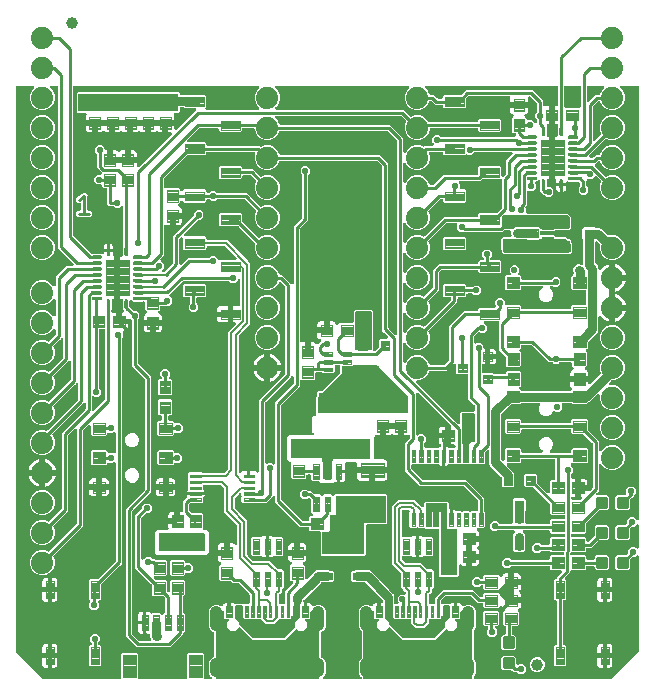
<source format=gtl>
G04 EAGLE Gerber RS-274X export*
G75*
%MOMM*%
%FSLAX34Y34*%
%LPD*%
%INTop Copper*%
%IPPOS*%
%AMOC8*
5,1,8,0,0,1.08239X$1,22.5*%
G01*
%ADD10C,0.279400*%
%ADD11C,0.096000*%
%ADD12C,0.102000*%
%ADD13C,0.100000*%
%ADD14C,1.000000*%
%ADD15C,0.099059*%
%ADD16C,1.879600*%
%ADD17C,0.300000*%
%ADD18C,0.099000*%
%ADD19C,0.101600*%
%ADD20C,1.000000*%
%ADD21C,0.100800*%
%ADD22C,0.102869*%
%ADD23C,0.102500*%
%ADD24C,0.104000*%
%ADD25C,0.254000*%
%ADD26C,0.558800*%
%ADD27C,0.762000*%
%ADD28C,0.203200*%

G36*
X90578Y2810D02*
X90578Y2810D01*
X90697Y2817D01*
X90735Y2830D01*
X90776Y2835D01*
X90886Y2878D01*
X90999Y2915D01*
X91034Y2937D01*
X91071Y2952D01*
X91167Y3021D01*
X91268Y3085D01*
X91296Y3115D01*
X91329Y3138D01*
X91405Y3230D01*
X91486Y3317D01*
X91506Y3352D01*
X91531Y3383D01*
X91582Y3491D01*
X91640Y3595D01*
X91650Y3635D01*
X91667Y3671D01*
X91689Y3788D01*
X91719Y3903D01*
X91723Y3963D01*
X91727Y3983D01*
X91725Y4004D01*
X91729Y4064D01*
X91729Y24295D01*
X92755Y25321D01*
X105245Y25321D01*
X106271Y24295D01*
X106271Y4064D01*
X106286Y3946D01*
X106293Y3827D01*
X106306Y3789D01*
X106311Y3748D01*
X106354Y3638D01*
X106391Y3525D01*
X106413Y3490D01*
X106428Y3453D01*
X106497Y3357D01*
X106561Y3256D01*
X106591Y3228D01*
X106614Y3195D01*
X106706Y3119D01*
X106793Y3038D01*
X106828Y3018D01*
X106859Y2993D01*
X106967Y2942D01*
X107071Y2884D01*
X107111Y2874D01*
X107147Y2857D01*
X107264Y2835D01*
X107379Y2805D01*
X107439Y2801D01*
X107459Y2797D01*
X107480Y2799D01*
X107540Y2795D01*
X146460Y2795D01*
X146578Y2810D01*
X146697Y2817D01*
X146735Y2830D01*
X146776Y2835D01*
X146886Y2878D01*
X146999Y2915D01*
X147034Y2937D01*
X147071Y2952D01*
X147167Y3021D01*
X147268Y3085D01*
X147296Y3115D01*
X147329Y3138D01*
X147405Y3230D01*
X147486Y3317D01*
X147506Y3352D01*
X147531Y3383D01*
X147582Y3491D01*
X147640Y3595D01*
X147650Y3635D01*
X147667Y3671D01*
X147689Y3788D01*
X147719Y3903D01*
X147723Y3963D01*
X147727Y3983D01*
X147725Y4004D01*
X147729Y4064D01*
X147729Y24295D01*
X148755Y25321D01*
X161245Y25321D01*
X162271Y24295D01*
X162271Y4064D01*
X162286Y3946D01*
X162293Y3827D01*
X162306Y3789D01*
X162311Y3748D01*
X162354Y3638D01*
X162391Y3525D01*
X162413Y3490D01*
X162428Y3453D01*
X162497Y3357D01*
X162561Y3256D01*
X162591Y3228D01*
X162614Y3195D01*
X162706Y3119D01*
X162793Y3038D01*
X162828Y3018D01*
X162859Y2993D01*
X162967Y2942D01*
X163071Y2884D01*
X163111Y2874D01*
X163147Y2857D01*
X163264Y2835D01*
X163379Y2805D01*
X163439Y2801D01*
X163459Y2797D01*
X163480Y2799D01*
X163540Y2795D01*
X167523Y2795D01*
X167661Y2812D01*
X167799Y2825D01*
X167818Y2832D01*
X167838Y2835D01*
X167968Y2886D01*
X168099Y2933D01*
X168115Y2944D01*
X168134Y2952D01*
X168246Y3033D01*
X168362Y3111D01*
X168375Y3127D01*
X168391Y3138D01*
X168480Y3246D01*
X168572Y3350D01*
X168581Y3368D01*
X168594Y3383D01*
X168654Y3509D01*
X168717Y3633D01*
X168721Y3653D01*
X168730Y3671D01*
X168756Y3808D01*
X168786Y3943D01*
X168786Y3964D01*
X168790Y3983D01*
X168781Y4122D01*
X168777Y4261D01*
X168771Y4281D01*
X168770Y4301D01*
X168727Y4433D01*
X168688Y4567D01*
X168678Y4584D01*
X168672Y4603D01*
X168597Y4721D01*
X168527Y4841D01*
X168508Y4862D01*
X168502Y4872D01*
X168487Y4886D01*
X168420Y4961D01*
X167384Y5998D01*
X166429Y8303D01*
X166429Y16797D01*
X167384Y19102D01*
X169148Y20866D01*
X170031Y21232D01*
X170056Y21246D01*
X170084Y21255D01*
X170194Y21325D01*
X170307Y21389D01*
X170328Y21410D01*
X170353Y21426D01*
X170442Y21520D01*
X170535Y21611D01*
X170551Y21636D01*
X170571Y21657D01*
X170634Y21771D01*
X170702Y21882D01*
X170710Y21910D01*
X170725Y21936D01*
X170757Y22061D01*
X170795Y22186D01*
X170797Y22215D01*
X170804Y22244D01*
X170814Y22404D01*
X170814Y41996D01*
X170811Y42025D01*
X170813Y42054D01*
X170791Y42182D01*
X170774Y42311D01*
X170764Y42339D01*
X170759Y42368D01*
X170705Y42486D01*
X170657Y42607D01*
X170640Y42631D01*
X170628Y42658D01*
X170547Y42759D01*
X170471Y42864D01*
X170448Y42883D01*
X170429Y42906D01*
X170326Y42984D01*
X170226Y43067D01*
X170199Y43080D01*
X170175Y43097D01*
X170031Y43168D01*
X169148Y43534D01*
X167384Y45298D01*
X166429Y47603D01*
X166429Y61097D01*
X167384Y63402D01*
X169148Y65166D01*
X171453Y66121D01*
X173947Y66121D01*
X176285Y65152D01*
X176303Y65138D01*
X176405Y65052D01*
X176429Y65041D01*
X176450Y65024D01*
X176572Y64972D01*
X176691Y64914D01*
X176717Y64908D01*
X176742Y64898D01*
X176872Y64877D01*
X177003Y64851D01*
X177030Y64852D01*
X177056Y64848D01*
X177188Y64860D01*
X177320Y64867D01*
X177346Y64875D01*
X177373Y64878D01*
X177497Y64922D01*
X177624Y64962D01*
X177647Y64976D01*
X177672Y64985D01*
X177782Y65060D01*
X177894Y65129D01*
X177913Y65149D01*
X177935Y65164D01*
X178023Y65263D01*
X178115Y65358D01*
X178128Y65382D01*
X178146Y65402D01*
X178206Y65520D01*
X178271Y65635D01*
X178283Y65672D01*
X178290Y65685D01*
X178295Y65707D01*
X178314Y65762D01*
X178719Y66463D01*
X179287Y67031D01*
X179982Y67433D01*
X180758Y67641D01*
X182151Y67641D01*
X182151Y62865D01*
X182166Y62747D01*
X182173Y62628D01*
X182185Y62590D01*
X182191Y62549D01*
X182234Y62439D01*
X182271Y62326D01*
X182293Y62291D01*
X182308Y62254D01*
X182377Y62158D01*
X182441Y62057D01*
X182471Y62029D01*
X182494Y61996D01*
X182586Y61920D01*
X182673Y61839D01*
X182708Y61819D01*
X182739Y61794D01*
X182847Y61743D01*
X182951Y61685D01*
X182991Y61675D01*
X183027Y61658D01*
X183144Y61636D01*
X183259Y61606D01*
X183319Y61602D01*
X183339Y61598D01*
X183360Y61600D01*
X183420Y61596D01*
X183880Y61596D01*
X183998Y61611D01*
X184117Y61618D01*
X184155Y61631D01*
X184196Y61636D01*
X184306Y61679D01*
X184419Y61716D01*
X184454Y61738D01*
X184491Y61753D01*
X184587Y61822D01*
X184688Y61886D01*
X184716Y61916D01*
X184749Y61939D01*
X184825Y62031D01*
X184906Y62118D01*
X184926Y62153D01*
X184951Y62184D01*
X185002Y62292D01*
X185060Y62396D01*
X185070Y62436D01*
X185087Y62472D01*
X185109Y62589D01*
X185139Y62704D01*
X185143Y62764D01*
X185147Y62784D01*
X185145Y62805D01*
X185149Y62865D01*
X185149Y67641D01*
X186542Y67641D01*
X187318Y67433D01*
X188032Y67021D01*
X188075Y66987D01*
X188147Y66919D01*
X188200Y66890D01*
X188248Y66853D01*
X188339Y66813D01*
X188426Y66765D01*
X188484Y66750D01*
X188540Y66726D01*
X188638Y66711D01*
X188734Y66686D01*
X188834Y66680D01*
X188854Y66676D01*
X188866Y66678D01*
X188894Y66676D01*
X195099Y66676D01*
X195141Y66634D01*
X195235Y66561D01*
X195324Y66482D01*
X195360Y66464D01*
X195392Y66439D01*
X195501Y66392D01*
X195608Y66338D01*
X195647Y66329D01*
X195684Y66313D01*
X195802Y66294D01*
X195918Y66268D01*
X195958Y66269D01*
X195998Y66263D01*
X196117Y66274D01*
X196236Y66278D01*
X196275Y66289D01*
X196315Y66293D01*
X196427Y66333D01*
X196541Y66366D01*
X196549Y66371D01*
X199590Y66371D01*
X199708Y66386D01*
X199827Y66393D01*
X199865Y66406D01*
X199906Y66411D01*
X200016Y66454D01*
X200129Y66491D01*
X200164Y66513D01*
X200201Y66528D01*
X200297Y66597D01*
X200398Y66661D01*
X200426Y66691D01*
X200459Y66714D01*
X200535Y66806D01*
X200616Y66893D01*
X200636Y66928D01*
X200661Y66959D01*
X200712Y67067D01*
X200770Y67171D01*
X200780Y67211D01*
X200797Y67247D01*
X200819Y67364D01*
X200849Y67479D01*
X200853Y67539D01*
X200857Y67559D01*
X200855Y67580D01*
X200859Y67640D01*
X200859Y74422D01*
X200847Y74520D01*
X200844Y74619D01*
X200827Y74677D01*
X200819Y74737D01*
X200783Y74829D01*
X200755Y74925D01*
X200725Y74977D01*
X200702Y75033D01*
X200644Y75113D01*
X200594Y75198D01*
X200528Y75274D01*
X200516Y75290D01*
X200506Y75298D01*
X200488Y75319D01*
X191724Y84083D01*
X191646Y84143D01*
X191574Y84211D01*
X191521Y84240D01*
X191473Y84277D01*
X191382Y84317D01*
X191295Y84365D01*
X191237Y84380D01*
X191181Y84404D01*
X191083Y84419D01*
X190988Y84444D01*
X190887Y84450D01*
X190867Y84454D01*
X190855Y84452D01*
X190827Y84454D01*
X186663Y84454D01*
X185159Y85958D01*
X185081Y86018D01*
X185009Y86086D01*
X184956Y86115D01*
X184908Y86152D01*
X184817Y86192D01*
X184730Y86240D01*
X184672Y86255D01*
X184616Y86279D01*
X184518Y86294D01*
X184423Y86319D01*
X184322Y86325D01*
X184302Y86329D01*
X184290Y86327D01*
X184262Y86329D01*
X176377Y86329D01*
X175339Y87367D01*
X175339Y98833D01*
X176619Y100113D01*
X176700Y100218D01*
X176785Y100318D01*
X176797Y100343D01*
X176813Y100364D01*
X176866Y100486D01*
X176924Y100605D01*
X176929Y100631D01*
X176940Y100656D01*
X176961Y100787D01*
X176987Y100916D01*
X176985Y100943D01*
X176990Y100970D01*
X176977Y101102D01*
X176970Y101234D01*
X176962Y101260D01*
X176960Y101287D01*
X176915Y101411D01*
X176876Y101538D01*
X176861Y101560D01*
X176852Y101586D01*
X176778Y101695D01*
X176708Y101808D01*
X176689Y101827D01*
X176674Y101849D01*
X176575Y101936D01*
X176479Y102028D01*
X176455Y102042D01*
X176435Y102059D01*
X176317Y102120D01*
X176202Y102185D01*
X176166Y102197D01*
X176152Y102204D01*
X176131Y102209D01*
X176049Y102236D01*
X175936Y102267D01*
X175243Y102667D01*
X174677Y103233D01*
X174276Y103926D01*
X174069Y104700D01*
X174069Y107601D01*
X180380Y107601D01*
X180498Y107616D01*
X180617Y107623D01*
X180655Y107635D01*
X180695Y107641D01*
X180806Y107684D01*
X180919Y107721D01*
X180953Y107743D01*
X180991Y107758D01*
X181087Y107827D01*
X181188Y107891D01*
X181216Y107921D01*
X181248Y107944D01*
X181324Y108036D01*
X181406Y108123D01*
X181425Y108158D01*
X181451Y108189D01*
X181502Y108297D01*
X181559Y108401D01*
X181569Y108441D01*
X181587Y108477D01*
X181609Y108594D01*
X181639Y108709D01*
X181643Y108769D01*
X181646Y108789D01*
X181645Y108810D01*
X181649Y108870D01*
X181649Y110061D01*
X182840Y110061D01*
X182958Y110076D01*
X183077Y110083D01*
X183115Y110096D01*
X183156Y110101D01*
X183266Y110145D01*
X183379Y110181D01*
X183414Y110203D01*
X183451Y110218D01*
X183547Y110288D01*
X183648Y110351D01*
X183676Y110381D01*
X183709Y110405D01*
X183785Y110496D01*
X183866Y110583D01*
X183886Y110618D01*
X183911Y110650D01*
X183962Y110757D01*
X184020Y110862D01*
X184030Y110901D01*
X184047Y110937D01*
X184069Y111054D01*
X184099Y111170D01*
X184103Y111230D01*
X184107Y111250D01*
X184105Y111270D01*
X184109Y111330D01*
X184109Y118141D01*
X186510Y118141D01*
X187284Y117934D01*
X187977Y117533D01*
X188332Y117178D01*
X188442Y117093D01*
X188549Y117004D01*
X188568Y116995D01*
X188584Y116983D01*
X188712Y116927D01*
X188837Y116868D01*
X188857Y116865D01*
X188876Y116856D01*
X189014Y116834D01*
X189150Y116809D01*
X189170Y116810D01*
X189190Y116807D01*
X189329Y116820D01*
X189467Y116828D01*
X189486Y116834D01*
X189506Y116836D01*
X189637Y116883D01*
X189769Y116926D01*
X189787Y116937D01*
X189806Y116944D01*
X189920Y117022D01*
X190038Y117096D01*
X190052Y117111D01*
X190069Y117123D01*
X190161Y117227D01*
X190256Y117328D01*
X190266Y117346D01*
X190279Y117361D01*
X190343Y117485D01*
X190410Y117607D01*
X190415Y117626D01*
X190424Y117644D01*
X190454Y117780D01*
X190489Y117915D01*
X190491Y117943D01*
X190494Y117955D01*
X190493Y117975D01*
X190499Y118075D01*
X190499Y133042D01*
X190487Y133140D01*
X190484Y133239D01*
X190467Y133297D01*
X190459Y133357D01*
X190423Y133449D01*
X190395Y133545D01*
X190365Y133597D01*
X190342Y133653D01*
X190284Y133733D01*
X190234Y133818D01*
X190168Y133894D01*
X190156Y133910D01*
X190146Y133918D01*
X190128Y133939D01*
X179377Y144690D01*
X179377Y164392D01*
X179365Y164490D01*
X179362Y164589D01*
X179345Y164647D01*
X179337Y164707D01*
X179301Y164799D01*
X179273Y164895D01*
X179243Y164947D01*
X179220Y165003D01*
X179162Y165083D01*
X179112Y165168D01*
X179046Y165244D01*
X179034Y165260D01*
X179024Y165268D01*
X179006Y165289D01*
X177107Y167188D01*
X177029Y167248D01*
X176957Y167316D01*
X176904Y167345D01*
X176856Y167382D01*
X176765Y167422D01*
X176678Y167470D01*
X176620Y167485D01*
X176564Y167509D01*
X176466Y167524D01*
X176371Y167549D01*
X176270Y167555D01*
X176250Y167559D01*
X176238Y167557D01*
X176210Y167559D01*
X162840Y167559D01*
X162722Y167544D01*
X162603Y167537D01*
X162565Y167524D01*
X162524Y167519D01*
X162414Y167476D01*
X162301Y167439D01*
X162266Y167417D01*
X162229Y167402D01*
X162133Y167333D01*
X162032Y167269D01*
X162004Y167239D01*
X161971Y167216D01*
X161895Y167124D01*
X161814Y167037D01*
X161794Y167002D01*
X161769Y166971D01*
X161718Y166863D01*
X161660Y166759D01*
X161650Y166719D01*
X161633Y166683D01*
X161611Y166566D01*
X161581Y166451D01*
X161577Y166391D01*
X161573Y166371D01*
X161575Y166350D01*
X161571Y166290D01*
X161571Y164149D01*
X161583Y164051D01*
X161586Y163952D01*
X161603Y163894D01*
X161611Y163834D01*
X161647Y163742D01*
X161675Y163647D01*
X161705Y163595D01*
X161728Y163538D01*
X161786Y163458D01*
X161836Y163373D01*
X161902Y163297D01*
X161914Y163281D01*
X161924Y163273D01*
X161942Y163252D01*
X162231Y162963D01*
X162633Y162268D01*
X162841Y161492D01*
X162841Y161369D01*
X155300Y161369D01*
X147759Y161369D01*
X147759Y161492D01*
X147967Y162268D01*
X148369Y162963D01*
X148658Y163252D01*
X148718Y163330D01*
X148786Y163402D01*
X148815Y163455D01*
X148852Y163503D01*
X148892Y163594D01*
X148940Y163681D01*
X148955Y163739D01*
X148979Y163795D01*
X148994Y163893D01*
X149019Y163989D01*
X149025Y164089D01*
X149029Y164109D01*
X149027Y164121D01*
X149029Y164149D01*
X149029Y167027D01*
X149030Y167029D01*
X149046Y167066D01*
X149064Y167183D01*
X149091Y167300D01*
X149089Y167340D01*
X149096Y167380D01*
X149085Y167499D01*
X149081Y167618D01*
X149070Y167656D01*
X149066Y167696D01*
X149026Y167809D01*
X148992Y167923D01*
X148972Y167958D01*
X148958Y167996D01*
X148891Y168094D01*
X148831Y168197D01*
X148791Y168242D01*
X148780Y168259D01*
X148775Y168263D01*
X148775Y172036D01*
X148787Y172063D01*
X148841Y172169D01*
X148850Y172209D01*
X148866Y172246D01*
X148885Y172363D01*
X148911Y172480D01*
X148910Y172520D01*
X148916Y172560D01*
X148905Y172678D01*
X148901Y172797D01*
X148890Y172836D01*
X148886Y172876D01*
X148846Y172989D01*
X148813Y173103D01*
X148792Y173138D01*
X148779Y173176D01*
X148775Y173181D01*
X148775Y176933D01*
X149967Y178125D01*
X160633Y178125D01*
X160745Y178012D01*
X160823Y177952D01*
X160895Y177884D01*
X160948Y177855D01*
X160996Y177818D01*
X161087Y177778D01*
X161174Y177730D01*
X161233Y177715D01*
X161288Y177691D01*
X161386Y177676D01*
X161482Y177651D01*
X161582Y177645D01*
X161602Y177641D01*
X161615Y177643D01*
X161643Y177641D01*
X179222Y177641D01*
X179320Y177653D01*
X179419Y177656D01*
X179477Y177673D01*
X179537Y177681D01*
X179629Y177717D01*
X179725Y177745D01*
X179777Y177775D01*
X179833Y177798D01*
X179913Y177856D01*
X179998Y177906D01*
X180074Y177972D01*
X180090Y177984D01*
X180098Y177994D01*
X180119Y178012D01*
X182488Y180381D01*
X182548Y180459D01*
X182616Y180531D01*
X182645Y180584D01*
X182682Y180632D01*
X182722Y180723D01*
X182770Y180810D01*
X182785Y180868D01*
X182809Y180924D01*
X182824Y181022D01*
X182849Y181117D01*
X182855Y181217D01*
X182859Y181238D01*
X182857Y181250D01*
X182859Y181278D01*
X182859Y296872D01*
X189129Y303143D01*
X189215Y303252D01*
X189303Y303359D01*
X189312Y303378D01*
X189324Y303394D01*
X189380Y303522D01*
X189439Y303647D01*
X189443Y303667D01*
X189451Y303686D01*
X189473Y303824D01*
X189499Y303960D01*
X189497Y303980D01*
X189501Y304000D01*
X189487Y304139D01*
X189479Y304277D01*
X189473Y304296D01*
X189471Y304316D01*
X189424Y304448D01*
X189381Y304579D01*
X189370Y304597D01*
X189363Y304616D01*
X189285Y304731D01*
X189211Y304848D01*
X189196Y304862D01*
X189185Y304879D01*
X189080Y304971D01*
X188979Y305066D01*
X188961Y305076D01*
X188946Y305089D01*
X188822Y305153D01*
X188701Y305220D01*
X188681Y305225D01*
X188663Y305234D01*
X188527Y305264D01*
X188393Y305299D01*
X188365Y305301D01*
X188353Y305304D01*
X188332Y305303D01*
X188232Y305309D01*
X186524Y305309D01*
X186524Y311245D01*
X186509Y311363D01*
X186502Y311482D01*
X186489Y311520D01*
X186484Y311560D01*
X186441Y311671D01*
X186404Y311784D01*
X186382Y311818D01*
X186367Y311856D01*
X186298Y311952D01*
X186234Y312053D01*
X186204Y312081D01*
X186186Y312105D01*
X186200Y312121D01*
X186281Y312208D01*
X186301Y312243D01*
X186326Y312275D01*
X186377Y312382D01*
X186435Y312487D01*
X186445Y312526D01*
X186462Y312562D01*
X186484Y312679D01*
X186514Y312795D01*
X186518Y312855D01*
X186522Y312875D01*
X186520Y312895D01*
X186524Y312955D01*
X186524Y318891D01*
X191770Y318891D01*
X191888Y318906D01*
X192007Y318913D01*
X192045Y318926D01*
X192086Y318931D01*
X192196Y318974D01*
X192309Y319011D01*
X192344Y319033D01*
X192381Y319048D01*
X192477Y319117D01*
X192578Y319181D01*
X192606Y319211D01*
X192639Y319234D01*
X192715Y319326D01*
X192796Y319413D01*
X192816Y319448D01*
X192841Y319479D01*
X192892Y319587D01*
X192950Y319691D01*
X192960Y319731D01*
X192977Y319767D01*
X192999Y319884D01*
X193029Y319999D01*
X193033Y320059D01*
X193037Y320079D01*
X193035Y320100D01*
X193039Y320160D01*
X193039Y340437D01*
X193022Y340574D01*
X193022Y340577D01*
X193017Y340652D01*
X193014Y340663D01*
X193009Y340713D01*
X193002Y340732D01*
X192999Y340752D01*
X192948Y340881D01*
X192901Y341012D01*
X192890Y341029D01*
X192882Y341048D01*
X192801Y341160D01*
X192723Y341275D01*
X192707Y341289D01*
X192696Y341305D01*
X192588Y341394D01*
X192484Y341486D01*
X192466Y341495D01*
X192451Y341508D01*
X192325Y341567D01*
X192201Y341630D01*
X192181Y341635D01*
X192163Y341644D01*
X192027Y341670D01*
X191891Y341700D01*
X191870Y341700D01*
X191851Y341703D01*
X191712Y341695D01*
X191573Y341690D01*
X191553Y341685D01*
X191533Y341684D01*
X191401Y341641D01*
X191267Y341602D01*
X191250Y341592D01*
X191231Y341586D01*
X191142Y341529D01*
X191137Y341528D01*
X191126Y341519D01*
X191113Y341511D01*
X190993Y341441D01*
X190972Y341422D01*
X190962Y341415D01*
X190948Y341400D01*
X190873Y341334D01*
X188374Y338835D01*
X185006Y338835D01*
X183854Y339988D01*
X183776Y340048D01*
X183704Y340116D01*
X183651Y340145D01*
X183603Y340182D01*
X183512Y340222D01*
X183425Y340270D01*
X183367Y340285D01*
X183311Y340309D01*
X183213Y340324D01*
X183117Y340349D01*
X183017Y340355D01*
X182997Y340359D01*
X182985Y340357D01*
X182957Y340359D01*
X145342Y340359D01*
X145244Y340347D01*
X145145Y340344D01*
X145087Y340327D01*
X145027Y340319D01*
X144935Y340283D01*
X144839Y340255D01*
X144787Y340225D01*
X144731Y340202D01*
X144651Y340144D01*
X144566Y340094D01*
X144490Y340028D01*
X144474Y340016D01*
X144466Y340006D01*
X144445Y339988D01*
X133330Y328873D01*
X133257Y328779D01*
X133179Y328690D01*
X133160Y328654D01*
X133135Y328622D01*
X133088Y328512D01*
X133034Y328407D01*
X133025Y328367D01*
X133009Y328330D01*
X132990Y328212D01*
X132964Y328096D01*
X132965Y328056D01*
X132959Y328016D01*
X132970Y327897D01*
X132974Y327778D01*
X132985Y327740D01*
X132989Y327699D01*
X133029Y327587D01*
X133062Y327473D01*
X133083Y327438D01*
X133097Y327400D01*
X133164Y327301D01*
X133224Y327199D01*
X133264Y327154D01*
X133275Y327137D01*
X133290Y327123D01*
X133330Y327078D01*
X135383Y325026D01*
X135383Y321658D01*
X133002Y319277D01*
X131372Y319277D01*
X131274Y319265D01*
X131175Y319262D01*
X131117Y319245D01*
X131057Y319237D01*
X130965Y319201D01*
X130869Y319173D01*
X130817Y319143D01*
X130814Y319141D01*
X126412Y319141D01*
X126294Y319126D01*
X126175Y319119D01*
X126137Y319106D01*
X126096Y319101D01*
X125986Y319058D01*
X125873Y319021D01*
X125838Y318999D01*
X125801Y318984D01*
X125705Y318915D01*
X125604Y318851D01*
X125576Y318821D01*
X125543Y318798D01*
X125467Y318706D01*
X125386Y318619D01*
X125366Y318584D01*
X125341Y318553D01*
X125290Y318445D01*
X125232Y318341D01*
X125222Y318301D01*
X125205Y318265D01*
X125183Y318148D01*
X125153Y318033D01*
X125149Y317973D01*
X125145Y317953D01*
X125147Y317932D01*
X125143Y317872D01*
X125143Y315949D01*
X123864Y314669D01*
X123782Y314565D01*
X123697Y314464D01*
X123685Y314439D01*
X123669Y314418D01*
X123616Y314296D01*
X123558Y314177D01*
X123553Y314151D01*
X123542Y314126D01*
X123521Y313995D01*
X123495Y313866D01*
X123497Y313839D01*
X123492Y313812D01*
X123505Y313680D01*
X123512Y313548D01*
X123520Y313522D01*
X123522Y313495D01*
X123567Y313371D01*
X123606Y313245D01*
X123621Y313222D01*
X123630Y313196D01*
X123704Y313087D01*
X123774Y312974D01*
X123793Y312955D01*
X123808Y312933D01*
X123908Y312846D01*
X124003Y312754D01*
X124027Y312740D01*
X124047Y312723D01*
X124165Y312662D01*
X124280Y312597D01*
X124316Y312585D01*
X124330Y312578D01*
X124351Y312573D01*
X124433Y312546D01*
X124546Y312515D01*
X125239Y312115D01*
X125805Y311549D01*
X126206Y310856D01*
X126413Y310082D01*
X126413Y307181D01*
X120102Y307181D01*
X119984Y307166D01*
X119865Y307159D01*
X119827Y307146D01*
X119787Y307141D01*
X119676Y307098D01*
X119563Y307061D01*
X119529Y307039D01*
X119491Y307024D01*
X119395Y306955D01*
X119294Y306891D01*
X119266Y306861D01*
X119234Y306838D01*
X119158Y306746D01*
X119076Y306659D01*
X119057Y306624D01*
X119031Y306593D01*
X118980Y306485D01*
X118923Y306381D01*
X118913Y306341D01*
X118895Y306305D01*
X118875Y306198D01*
X118871Y306228D01*
X118827Y306338D01*
X118791Y306451D01*
X118769Y306486D01*
X118754Y306523D01*
X118684Y306619D01*
X118621Y306720D01*
X118591Y306748D01*
X118567Y306781D01*
X118476Y306857D01*
X118389Y306938D01*
X118354Y306958D01*
X118322Y306983D01*
X118215Y307034D01*
X118110Y307092D01*
X118071Y307102D01*
X118035Y307119D01*
X117918Y307141D01*
X117802Y307171D01*
X117742Y307175D01*
X117722Y307179D01*
X117702Y307177D01*
X117642Y307181D01*
X111331Y307181D01*
X111331Y310082D01*
X111538Y310856D01*
X111939Y311549D01*
X112505Y312115D01*
X113198Y312515D01*
X113311Y312546D01*
X113434Y312596D01*
X113559Y312641D01*
X113581Y312656D01*
X113606Y312666D01*
X113712Y312745D01*
X113822Y312819D01*
X113840Y312839D01*
X113861Y312856D01*
X113944Y312958D01*
X114032Y313058D01*
X114044Y313082D01*
X114061Y313103D01*
X114117Y313223D01*
X114177Y313341D01*
X114183Y313367D01*
X114194Y313392D01*
X114217Y313522D01*
X114246Y313651D01*
X114246Y313678D01*
X114250Y313705D01*
X114241Y313837D01*
X114237Y313969D01*
X114229Y313995D01*
X114227Y314022D01*
X114185Y314147D01*
X114148Y314275D01*
X114135Y314298D01*
X114126Y314323D01*
X114054Y314434D01*
X113987Y314548D01*
X113962Y314577D01*
X113953Y314590D01*
X113937Y314605D01*
X113880Y314669D01*
X112601Y315949D01*
X112601Y321590D01*
X112586Y321708D01*
X112579Y321827D01*
X112566Y321865D01*
X112561Y321906D01*
X112518Y322016D01*
X112481Y322129D01*
X112459Y322164D01*
X112444Y322201D01*
X112375Y322297D01*
X112311Y322398D01*
X112281Y322426D01*
X112258Y322459D01*
X112166Y322535D01*
X112079Y322616D01*
X112044Y322636D01*
X112013Y322661D01*
X111905Y322712D01*
X111801Y322770D01*
X111761Y322780D01*
X111725Y322797D01*
X111608Y322819D01*
X111493Y322849D01*
X111433Y322853D01*
X111413Y322857D01*
X111392Y322855D01*
X111332Y322859D01*
X111287Y322859D01*
X111189Y322847D01*
X111090Y322844D01*
X111031Y322827D01*
X110971Y322819D01*
X110879Y322783D01*
X110784Y322755D01*
X110740Y322729D01*
X104142Y322729D01*
X103985Y322710D01*
X103827Y322690D01*
X103826Y322689D01*
X103718Y322647D01*
X103295Y322714D01*
X103276Y322714D01*
X103257Y322719D01*
X103188Y322723D01*
X103171Y322727D01*
X103154Y322726D01*
X103096Y322729D01*
X103090Y322729D01*
X103032Y322722D01*
X102977Y322724D01*
X102922Y322711D01*
X102853Y322707D01*
X102795Y322692D01*
X102774Y322689D01*
X102755Y322682D01*
X102754Y322682D01*
X102711Y322715D01*
X102710Y322716D01*
X102562Y322780D01*
X102419Y322842D01*
X102418Y322842D01*
X102417Y322842D01*
X102262Y322877D01*
X102033Y322913D01*
X101863Y323084D01*
X101769Y323157D01*
X101680Y323235D01*
X101628Y323266D01*
X101611Y323279D01*
X101593Y323287D01*
X101541Y323317D01*
X101197Y323493D01*
X101158Y323525D01*
X101054Y323617D01*
X101036Y323626D01*
X101021Y323639D01*
X100895Y323698D01*
X100771Y323761D01*
X100751Y323766D01*
X100733Y323774D01*
X100596Y323800D01*
X100460Y323831D01*
X100440Y323830D01*
X100420Y323834D01*
X100282Y323826D01*
X100142Y323821D01*
X100123Y323816D01*
X100103Y323814D01*
X99971Y323772D01*
X99837Y323733D01*
X99820Y323723D01*
X99801Y323716D01*
X99683Y323642D01*
X99563Y323571D01*
X99549Y323557D01*
X99532Y323546D01*
X99436Y323445D01*
X99338Y323346D01*
X99328Y323329D01*
X99314Y323315D01*
X99247Y323193D01*
X99176Y323073D01*
X99170Y323054D01*
X99160Y323036D01*
X99126Y322902D01*
X99087Y322768D01*
X99086Y322748D01*
X99081Y322728D01*
X99071Y322567D01*
X99071Y318814D01*
X99083Y318716D01*
X99086Y318617D01*
X99103Y318559D01*
X99111Y318499D01*
X99147Y318407D01*
X99175Y318311D01*
X99205Y318259D01*
X99228Y318203D01*
X99286Y318123D01*
X99336Y318037D01*
X99402Y317962D01*
X99414Y317946D01*
X99424Y317938D01*
X99442Y317917D01*
X102662Y314697D01*
X102740Y314637D01*
X102812Y314569D01*
X102865Y314540D01*
X102913Y314503D01*
X103004Y314463D01*
X103091Y314415D01*
X103149Y314400D01*
X103205Y314376D01*
X103303Y314361D01*
X103398Y314336D01*
X103499Y314330D01*
X103519Y314326D01*
X103531Y314328D01*
X103559Y314326D01*
X105189Y314326D01*
X107570Y311945D01*
X107570Y308577D01*
X107091Y308098D01*
X107030Y308020D01*
X106962Y307948D01*
X106933Y307895D01*
X106896Y307847D01*
X106856Y307756D01*
X106809Y307669D01*
X106794Y307611D01*
X106769Y307555D01*
X106754Y307457D01*
X106729Y307362D01*
X106723Y307262D01*
X106720Y307241D01*
X106721Y307229D01*
X106719Y307201D01*
X106719Y270526D01*
X106731Y270428D01*
X106734Y270329D01*
X106751Y270270D01*
X106759Y270210D01*
X106795Y270118D01*
X106823Y270023D01*
X106854Y269971D01*
X106876Y269915D01*
X106934Y269835D01*
X106984Y269749D01*
X107051Y269674D01*
X107063Y269657D01*
X107072Y269650D01*
X107091Y269628D01*
X117603Y259116D01*
X117603Y161762D01*
X101464Y145623D01*
X101404Y145545D01*
X101336Y145473D01*
X101307Y145420D01*
X101270Y145372D01*
X101230Y145281D01*
X101182Y145194D01*
X101167Y145136D01*
X101143Y145080D01*
X101128Y144982D01*
X101103Y144887D01*
X101097Y144786D01*
X101093Y144766D01*
X101095Y144754D01*
X101093Y144726D01*
X101093Y41964D01*
X101105Y41866D01*
X101108Y41767D01*
X101125Y41709D01*
X101133Y41649D01*
X101169Y41557D01*
X101197Y41461D01*
X101227Y41409D01*
X101250Y41353D01*
X101308Y41273D01*
X101358Y41187D01*
X101424Y41112D01*
X101436Y41096D01*
X101446Y41088D01*
X101464Y41067D01*
X107107Y35424D01*
X107185Y35364D01*
X107257Y35296D01*
X107310Y35267D01*
X107358Y35230D01*
X107449Y35190D01*
X107536Y35142D01*
X107594Y35127D01*
X107650Y35103D01*
X107748Y35088D01*
X107843Y35063D01*
X107944Y35057D01*
X107964Y35053D01*
X107976Y35055D01*
X108004Y35053D01*
X116567Y35053D01*
X116616Y35059D01*
X116666Y35057D01*
X116773Y35079D01*
X116882Y35093D01*
X116928Y35111D01*
X116977Y35121D01*
X117076Y35169D01*
X117178Y35210D01*
X117218Y35239D01*
X117263Y35261D01*
X117346Y35332D01*
X117435Y35396D01*
X117467Y35435D01*
X117505Y35467D01*
X117568Y35557D01*
X117638Y35641D01*
X117659Y35686D01*
X117688Y35727D01*
X117727Y35830D01*
X117774Y35929D01*
X117783Y35978D01*
X117801Y36024D01*
X117813Y36134D01*
X117833Y36241D01*
X117830Y36291D01*
X117836Y36340D01*
X117820Y36449D01*
X117814Y36559D01*
X117798Y36606D01*
X117791Y36655D01*
X117739Y36808D01*
X116919Y38787D01*
X116919Y40398D01*
X116904Y40523D01*
X116894Y40649D01*
X116884Y40681D01*
X116879Y40714D01*
X116833Y40831D01*
X116793Y40950D01*
X116775Y40978D01*
X116762Y41010D01*
X116689Y41111D01*
X116620Y41217D01*
X116595Y41240D01*
X116576Y41267D01*
X116479Y41347D01*
X116386Y41432D01*
X116357Y41448D01*
X116331Y41470D01*
X116217Y41523D01*
X116106Y41583D01*
X116073Y41591D01*
X116043Y41605D01*
X115919Y41629D01*
X115797Y41659D01*
X115764Y41659D01*
X115731Y41665D01*
X115605Y41657D01*
X115479Y41656D01*
X115431Y41647D01*
X115413Y41645D01*
X115393Y41639D01*
X115321Y41624D01*
X114892Y41509D01*
X113499Y41509D01*
X113499Y50570D01*
X113484Y50688D01*
X113477Y50807D01*
X113475Y50814D01*
X113489Y50870D01*
X113493Y50930D01*
X113497Y50950D01*
X113495Y50970D01*
X113499Y51030D01*
X113499Y60091D01*
X114892Y60091D01*
X115668Y59883D01*
X116363Y59481D01*
X117001Y58844D01*
X117095Y58771D01*
X117184Y58692D01*
X117220Y58674D01*
X117252Y58649D01*
X117361Y58602D01*
X117467Y58548D01*
X117506Y58539D01*
X117544Y58523D01*
X117661Y58504D01*
X117777Y58478D01*
X117818Y58479D01*
X117858Y58473D01*
X117976Y58484D01*
X118095Y58488D01*
X118134Y58499D01*
X118174Y58503D01*
X118286Y58543D01*
X118401Y58576D01*
X118436Y58596D01*
X118474Y58610D01*
X118572Y58677D01*
X118675Y58737D01*
X118720Y58777D01*
X118737Y58789D01*
X118750Y58804D01*
X118769Y58821D01*
X125228Y58821D01*
X126102Y57946D01*
X126196Y57873D01*
X126286Y57794D01*
X126322Y57776D01*
X126354Y57751D01*
X126463Y57704D01*
X126569Y57649D01*
X126608Y57641D01*
X126646Y57625D01*
X126763Y57606D01*
X126879Y57580D01*
X126920Y57581D01*
X126960Y57575D01*
X127078Y57586D01*
X127197Y57589D01*
X127236Y57601D01*
X127276Y57605D01*
X127389Y57645D01*
X127503Y57678D01*
X127537Y57698D01*
X127576Y57712D01*
X127674Y57779D01*
X127777Y57839D01*
X127822Y57879D01*
X127839Y57891D01*
X127852Y57906D01*
X127897Y57946D01*
X129088Y59136D01*
X129148Y59214D01*
X129216Y59286D01*
X129245Y59339D01*
X129282Y59387D01*
X129322Y59478D01*
X129370Y59565D01*
X129385Y59623D01*
X129409Y59679D01*
X129424Y59777D01*
X129449Y59873D01*
X129455Y59973D01*
X129459Y59993D01*
X129457Y60005D01*
X129459Y60033D01*
X129459Y71282D01*
X129447Y71380D01*
X129444Y71479D01*
X129427Y71537D01*
X129419Y71597D01*
X129383Y71689D01*
X129355Y71785D01*
X129325Y71837D01*
X129302Y71893D01*
X129244Y71973D01*
X129194Y72058D01*
X129128Y72134D01*
X129116Y72150D01*
X129106Y72158D01*
X129088Y72179D01*
X128009Y73257D01*
X127931Y73318D01*
X127859Y73386D01*
X127806Y73415D01*
X127758Y73452D01*
X127667Y73492D01*
X127580Y73540D01*
X127522Y73555D01*
X127466Y73579D01*
X127368Y73594D01*
X127273Y73619D01*
X127173Y73625D01*
X127152Y73629D01*
X127140Y73627D01*
X127112Y73629D01*
X119227Y73629D01*
X118189Y74667D01*
X118189Y82552D01*
X118177Y82650D01*
X118174Y82749D01*
X118157Y82807D01*
X118149Y82867D01*
X118113Y82959D01*
X118085Y83055D01*
X118055Y83107D01*
X118032Y83163D01*
X117974Y83243D01*
X117924Y83328D01*
X117858Y83404D01*
X117846Y83420D01*
X117836Y83428D01*
X117818Y83449D01*
X104139Y97128D01*
X104139Y141768D01*
X109610Y147239D01*
X109670Y147317D01*
X109738Y147389D01*
X109767Y147442D01*
X109804Y147490D01*
X109844Y147581D01*
X109892Y147668D01*
X109907Y147726D01*
X109931Y147782D01*
X109946Y147880D01*
X109971Y147975D01*
X109977Y148076D01*
X109981Y148096D01*
X109979Y148108D01*
X109981Y148136D01*
X109981Y149258D01*
X112362Y151639D01*
X115730Y151639D01*
X118111Y149258D01*
X118111Y145890D01*
X115730Y143509D01*
X113592Y143509D01*
X113494Y143497D01*
X113395Y143494D01*
X113337Y143477D01*
X113277Y143469D01*
X113185Y143433D01*
X113089Y143405D01*
X113037Y143375D01*
X112981Y143352D01*
X112901Y143294D01*
X112816Y143244D01*
X112740Y143178D01*
X112724Y143166D01*
X112716Y143156D01*
X112695Y143138D01*
X109592Y140035D01*
X109532Y139957D01*
X109464Y139885D01*
X109435Y139832D01*
X109398Y139784D01*
X109358Y139693D01*
X109310Y139606D01*
X109295Y139548D01*
X109271Y139492D01*
X109256Y139394D01*
X109231Y139299D01*
X109225Y139198D01*
X109221Y139178D01*
X109223Y139166D01*
X109221Y139138D01*
X109221Y105587D01*
X109238Y105453D01*
X109243Y105367D01*
X109247Y105355D01*
X109251Y105311D01*
X109258Y105292D01*
X109261Y105272D01*
X109312Y105143D01*
X109359Y105012D01*
X109370Y104995D01*
X109378Y104976D01*
X109459Y104864D01*
X109537Y104749D01*
X109553Y104735D01*
X109564Y104719D01*
X109672Y104630D01*
X109776Y104538D01*
X109794Y104529D01*
X109809Y104516D01*
X109935Y104457D01*
X110059Y104394D01*
X110079Y104389D01*
X110097Y104380D01*
X110233Y104354D01*
X110369Y104324D01*
X110390Y104324D01*
X110409Y104321D01*
X110548Y104329D01*
X110687Y104334D01*
X110707Y104339D01*
X110727Y104340D01*
X110859Y104383D01*
X110993Y104422D01*
X111010Y104432D01*
X111029Y104438D01*
X111106Y104487D01*
X111118Y104492D01*
X111148Y104514D01*
X111267Y104583D01*
X111288Y104602D01*
X111298Y104609D01*
X111312Y104624D01*
X111371Y104676D01*
X111375Y104678D01*
X111377Y104681D01*
X111387Y104690D01*
X113378Y106681D01*
X116746Y106681D01*
X117898Y105528D01*
X117976Y105468D01*
X118048Y105400D01*
X118101Y105371D01*
X118149Y105334D01*
X118240Y105294D01*
X118327Y105246D01*
X118385Y105231D01*
X118441Y105207D01*
X118539Y105192D01*
X118635Y105167D01*
X118735Y105161D01*
X118755Y105157D01*
X118767Y105159D01*
X118795Y105157D01*
X120296Y105157D01*
X120911Y104542D01*
X120989Y104482D01*
X121061Y104414D01*
X121114Y104385D01*
X121162Y104348D01*
X121253Y104308D01*
X121340Y104260D01*
X121398Y104245D01*
X121454Y104221D01*
X121552Y104206D01*
X121647Y104181D01*
X121748Y104175D01*
X121768Y104171D01*
X121780Y104173D01*
X121808Y104171D01*
X129693Y104171D01*
X130731Y103133D01*
X130731Y91667D01*
X129693Y90629D01*
X120888Y90629D01*
X120750Y90612D01*
X120612Y90599D01*
X120593Y90592D01*
X120573Y90589D01*
X120443Y90538D01*
X120312Y90491D01*
X120296Y90480D01*
X120277Y90472D01*
X120165Y90391D01*
X120049Y90313D01*
X120036Y90297D01*
X120020Y90286D01*
X119931Y90178D01*
X119839Y90074D01*
X119830Y90056D01*
X119817Y90041D01*
X119757Y89915D01*
X119694Y89791D01*
X119690Y89771D01*
X119681Y89753D01*
X119655Y89616D01*
X119625Y89481D01*
X119625Y89460D01*
X119621Y89441D01*
X119630Y89302D01*
X119634Y89163D01*
X119640Y89143D01*
X119641Y89123D01*
X119684Y88991D01*
X119723Y88857D01*
X119733Y88840D01*
X119739Y88821D01*
X119814Y88703D01*
X119884Y88583D01*
X119903Y88562D01*
X119909Y88552D01*
X119924Y88538D01*
X119991Y88463D01*
X120911Y87542D01*
X120989Y87482D01*
X121061Y87414D01*
X121114Y87385D01*
X121162Y87348D01*
X121253Y87308D01*
X121340Y87260D01*
X121398Y87245D01*
X121454Y87221D01*
X121552Y87206D01*
X121647Y87181D01*
X121748Y87175D01*
X121768Y87171D01*
X121780Y87173D01*
X121808Y87171D01*
X129693Y87171D01*
X130731Y86133D01*
X130731Y78248D01*
X130743Y78150D01*
X130746Y78051D01*
X130763Y77993D01*
X130771Y77933D01*
X130807Y77841D01*
X130835Y77745D01*
X130865Y77693D01*
X130888Y77637D01*
X130946Y77557D01*
X130996Y77471D01*
X131062Y77396D01*
X131074Y77380D01*
X131084Y77372D01*
X131102Y77351D01*
X131263Y77191D01*
X131372Y77105D01*
X131479Y77017D01*
X131498Y77008D01*
X131514Y76996D01*
X131642Y76940D01*
X131767Y76881D01*
X131787Y76877D01*
X131806Y76869D01*
X131944Y76847D01*
X132080Y76821D01*
X132100Y76823D01*
X132120Y76819D01*
X132259Y76833D01*
X132397Y76841D01*
X132416Y76847D01*
X132436Y76849D01*
X132568Y76896D01*
X132699Y76939D01*
X132717Y76950D01*
X132736Y76957D01*
X132851Y77035D01*
X132968Y77109D01*
X132982Y77124D01*
X132999Y77135D01*
X133091Y77240D01*
X133186Y77341D01*
X133196Y77359D01*
X133209Y77374D01*
X133273Y77498D01*
X133340Y77619D01*
X133345Y77639D01*
X133354Y77657D01*
X133384Y77793D01*
X133419Y77927D01*
X133421Y77955D01*
X133424Y77967D01*
X133423Y77988D01*
X133429Y78088D01*
X133429Y86133D01*
X134467Y87171D01*
X144933Y87171D01*
X145971Y86133D01*
X145971Y74667D01*
X144912Y73608D01*
X144852Y73530D01*
X144784Y73458D01*
X144755Y73405D01*
X144718Y73357D01*
X144678Y73266D01*
X144630Y73179D01*
X144615Y73121D01*
X144591Y73065D01*
X144576Y72967D01*
X144551Y72871D01*
X144545Y72771D01*
X144541Y72751D01*
X144543Y72739D01*
X144541Y72711D01*
X144541Y60033D01*
X144553Y59935D01*
X144556Y59836D01*
X144573Y59778D01*
X144581Y59718D01*
X144617Y59626D01*
X144645Y59531D01*
X144675Y59478D01*
X144698Y59422D01*
X144756Y59342D01*
X144806Y59257D01*
X144873Y59181D01*
X144884Y59165D01*
X144894Y59157D01*
X144912Y59136D01*
X146271Y57778D01*
X146271Y43822D01*
X144912Y42464D01*
X144852Y42386D01*
X144784Y42314D01*
X144755Y42261D01*
X144718Y42213D01*
X144678Y42122D01*
X144630Y42035D01*
X144615Y41977D01*
X144591Y41921D01*
X144576Y41823D01*
X144551Y41727D01*
X144545Y41627D01*
X144541Y41607D01*
X144543Y41595D01*
X144541Y41567D01*
X144541Y40872D01*
X133640Y29971D01*
X105374Y29971D01*
X103514Y31831D01*
X97871Y37474D01*
X96011Y39334D01*
X96011Y147356D01*
X112150Y163495D01*
X112210Y163573D01*
X112278Y163645D01*
X112307Y163698D01*
X112344Y163746D01*
X112384Y163837D01*
X112432Y163924D01*
X112447Y163982D01*
X112471Y164038D01*
X112486Y164136D01*
X112511Y164231D01*
X112517Y164332D01*
X112521Y164352D01*
X112519Y164364D01*
X112521Y164392D01*
X112521Y256486D01*
X112509Y256584D01*
X112506Y256683D01*
X112489Y256741D01*
X112481Y256801D01*
X112445Y256893D01*
X112417Y256989D01*
X112387Y257041D01*
X112364Y257097D01*
X112306Y257177D01*
X112256Y257262D01*
X112190Y257338D01*
X112178Y257354D01*
X112168Y257362D01*
X112150Y257383D01*
X101638Y267895D01*
X101638Y305854D01*
X101625Y305952D01*
X101622Y306052D01*
X101605Y306110D01*
X101598Y306170D01*
X101561Y306262D01*
X101534Y306357D01*
X101503Y306409D01*
X101481Y306466D01*
X101423Y306546D01*
X101372Y306631D01*
X101306Y306706D01*
X101294Y306723D01*
X101284Y306731D01*
X101266Y306752D01*
X100074Y307943D01*
X99996Y308004D01*
X99924Y308072D01*
X99871Y308101D01*
X99823Y308138D01*
X99732Y308178D01*
X99645Y308226D01*
X99587Y308241D01*
X99531Y308265D01*
X99433Y308280D01*
X99337Y308305D01*
X99237Y308311D01*
X99217Y308315D01*
X99205Y308313D01*
X99177Y308315D01*
X92533Y308315D01*
X92533Y313357D01*
X93477Y313357D01*
X93615Y313374D01*
X93754Y313387D01*
X93773Y313394D01*
X93793Y313397D01*
X93922Y313448D01*
X94053Y313495D01*
X94070Y313506D01*
X94088Y313514D01*
X94201Y313595D01*
X94316Y313673D01*
X94329Y313689D01*
X94346Y313700D01*
X94435Y313808D01*
X94526Y313912D01*
X94536Y313930D01*
X94549Y313945D01*
X94608Y314071D01*
X94671Y314195D01*
X94675Y314215D01*
X94684Y314233D01*
X94710Y314370D01*
X94741Y314505D01*
X94740Y314526D01*
X94744Y314545D01*
X94735Y314684D01*
X94731Y314823D01*
X94725Y314843D01*
X94724Y314863D01*
X94681Y314995D01*
X94643Y315129D01*
X94632Y315146D01*
X94626Y315165D01*
X94552Y315283D01*
X94481Y315403D01*
X94463Y315424D01*
X94456Y315434D01*
X94441Y315448D01*
X94375Y315523D01*
X93729Y316169D01*
X93729Y322658D01*
X93713Y322789D01*
X93707Y322883D01*
X93697Y322912D01*
X93690Y322973D01*
X93689Y322974D01*
X93647Y323082D01*
X93714Y323505D01*
X93714Y323524D01*
X93719Y323543D01*
X93723Y323612D01*
X93727Y323629D01*
X93726Y323646D01*
X93729Y323704D01*
X93729Y323710D01*
X93722Y323768D01*
X93724Y323823D01*
X93711Y323878D01*
X93707Y323946D01*
X93692Y324006D01*
X93689Y324026D01*
X93682Y324045D01*
X93667Y324102D01*
X93625Y324232D01*
X93591Y324304D01*
X93567Y324379D01*
X93524Y324447D01*
X93490Y324520D01*
X93439Y324581D01*
X93397Y324648D01*
X93338Y324703D01*
X93287Y324765D01*
X93223Y324812D01*
X93165Y324866D01*
X93095Y324905D01*
X93030Y324952D01*
X92956Y324981D01*
X92886Y325020D01*
X92809Y325040D01*
X92734Y325069D01*
X92655Y325079D01*
X92579Y325099D01*
X92419Y325109D01*
X92418Y325109D01*
X91439Y325109D01*
X91439Y341630D01*
X91424Y341748D01*
X91417Y341867D01*
X91404Y341905D01*
X91399Y341945D01*
X91355Y342056D01*
X91319Y342169D01*
X91297Y342204D01*
X91282Y342241D01*
X91212Y342337D01*
X91149Y342438D01*
X91119Y342466D01*
X91095Y342498D01*
X91004Y342574D01*
X90917Y342656D01*
X90882Y342675D01*
X90850Y342701D01*
X90743Y342752D01*
X90639Y342809D01*
X90599Y342820D01*
X90563Y342837D01*
X90446Y342859D01*
X90331Y342889D01*
X90270Y342893D01*
X90250Y342897D01*
X90230Y342895D01*
X90170Y342899D01*
X87630Y342899D01*
X87512Y342884D01*
X87393Y342877D01*
X87355Y342864D01*
X87315Y342859D01*
X87204Y342815D01*
X87091Y342779D01*
X87056Y342757D01*
X87019Y342742D01*
X86923Y342672D01*
X86822Y342609D01*
X86794Y342579D01*
X86761Y342555D01*
X86686Y342464D01*
X86604Y342377D01*
X86584Y342342D01*
X86559Y342310D01*
X86508Y342203D01*
X86450Y342099D01*
X86440Y342059D01*
X86423Y342023D01*
X86401Y341906D01*
X86371Y341791D01*
X86367Y341730D01*
X86363Y341710D01*
X86365Y341690D01*
X86361Y341630D01*
X86361Y325109D01*
X85382Y325109D01*
X85303Y325099D01*
X85224Y325099D01*
X85146Y325079D01*
X85067Y325069D01*
X84993Y325040D01*
X84916Y325021D01*
X84845Y324982D01*
X84771Y324952D01*
X84707Y324906D01*
X84637Y324868D01*
X84579Y324813D01*
X84514Y324766D01*
X84463Y324704D01*
X84405Y324650D01*
X84362Y324582D01*
X84311Y324521D01*
X84277Y324449D01*
X84234Y324382D01*
X84175Y324233D01*
X84175Y324232D01*
X84133Y324102D01*
X84119Y324030D01*
X84102Y323982D01*
X84097Y323933D01*
X84081Y323871D01*
X84077Y323810D01*
X84073Y323790D01*
X84075Y323770D01*
X84071Y323710D01*
X84071Y323704D01*
X84073Y323685D01*
X84071Y323666D01*
X84086Y323505D01*
X84152Y323093D01*
X84143Y323059D01*
X84133Y323039D01*
X84120Y322971D01*
X84118Y322964D01*
X84081Y322819D01*
X84081Y322818D01*
X84081Y322817D01*
X84076Y322740D01*
X84073Y322726D01*
X84074Y322712D01*
X84071Y322658D01*
X84071Y316055D01*
X84030Y315982D01*
X84015Y315923D01*
X83991Y315868D01*
X83976Y315770D01*
X83951Y315674D01*
X83945Y315574D01*
X83941Y315554D01*
X83943Y315541D01*
X83941Y315513D01*
X83941Y314626D01*
X83956Y314508D01*
X83963Y314389D01*
X83976Y314351D01*
X83981Y314310D01*
X84024Y314200D01*
X84061Y314087D01*
X84083Y314052D01*
X84098Y314015D01*
X84167Y313919D01*
X84231Y313818D01*
X84261Y313790D01*
X84284Y313757D01*
X84376Y313681D01*
X84463Y313600D01*
X84498Y313580D01*
X84529Y313555D01*
X84637Y313504D01*
X84741Y313446D01*
X84781Y313436D01*
X84817Y313419D01*
X84934Y313397D01*
X85049Y313367D01*
X85109Y313363D01*
X85129Y313359D01*
X85150Y313361D01*
X85210Y313357D01*
X87535Y313357D01*
X87535Y307046D01*
X87550Y306928D01*
X87557Y306809D01*
X87569Y306771D01*
X87575Y306731D01*
X87618Y306620D01*
X87655Y306507D01*
X87677Y306473D01*
X87692Y306435D01*
X87761Y306339D01*
X87825Y306238D01*
X87855Y306210D01*
X87878Y306178D01*
X87970Y306102D01*
X88057Y306020D01*
X88092Y306001D01*
X88123Y305975D01*
X88231Y305924D01*
X88335Y305867D01*
X88375Y305857D01*
X88411Y305839D01*
X88528Y305817D01*
X88643Y305787D01*
X88703Y305783D01*
X88723Y305780D01*
X88744Y305781D01*
X88804Y305777D01*
X89995Y305777D01*
X89995Y304586D01*
X90010Y304468D01*
X90017Y304349D01*
X90030Y304311D01*
X90035Y304270D01*
X90079Y304160D01*
X90115Y304047D01*
X90137Y304012D01*
X90152Y303975D01*
X90222Y303878D01*
X90285Y303778D01*
X90315Y303750D01*
X90339Y303717D01*
X90430Y303641D01*
X90517Y303560D01*
X90552Y303540D01*
X90584Y303515D01*
X90691Y303464D01*
X90796Y303406D01*
X90835Y303396D01*
X90871Y303379D01*
X90988Y303357D01*
X91104Y303327D01*
X91164Y303323D01*
X91184Y303319D01*
X91204Y303321D01*
X91264Y303317D01*
X98075Y303317D01*
X98075Y300916D01*
X97868Y300142D01*
X97467Y299449D01*
X96901Y298883D01*
X96208Y298482D01*
X95434Y298275D01*
X94585Y298275D01*
X94447Y298258D01*
X94309Y298245D01*
X94290Y298238D01*
X94270Y298235D01*
X94141Y298184D01*
X94010Y298137D01*
X93993Y298126D01*
X93974Y298118D01*
X93862Y298037D01*
X93747Y297959D01*
X93733Y297943D01*
X93717Y297932D01*
X93628Y297825D01*
X93536Y297720D01*
X93527Y297702D01*
X93514Y297687D01*
X93455Y297561D01*
X93391Y297437D01*
X93387Y297417D01*
X93378Y297399D01*
X93352Y297263D01*
X93322Y297127D01*
X93322Y297106D01*
X93319Y297087D01*
X93327Y296947D01*
X93332Y296809D01*
X93337Y296789D01*
X93338Y296769D01*
X93381Y296637D01*
X93420Y296503D01*
X93430Y296486D01*
X93436Y296467D01*
X93511Y296349D01*
X93581Y296229D01*
X93600Y296208D01*
X93607Y296198D01*
X93622Y296184D01*
X93688Y296108D01*
X93727Y296070D01*
X93727Y292702D01*
X93082Y292058D01*
X93022Y291980D01*
X92954Y291908D01*
X92925Y291855D01*
X92888Y291807D01*
X92848Y291716D01*
X92800Y291629D01*
X92785Y291571D01*
X92761Y291515D01*
X92746Y291417D01*
X92721Y291321D01*
X92715Y291221D01*
X92711Y291201D01*
X92713Y291189D01*
X92711Y291161D01*
X92711Y100802D01*
X90851Y98942D01*
X75302Y83393D01*
X75242Y83315D01*
X75174Y83243D01*
X75145Y83190D01*
X75108Y83142D01*
X75068Y83051D01*
X75020Y82964D01*
X75005Y82906D01*
X74981Y82850D01*
X74966Y82752D01*
X74941Y82657D01*
X74935Y82557D01*
X74931Y82536D01*
X74933Y82524D01*
X74931Y82496D01*
X74931Y70884D01*
X73871Y69824D01*
X73815Y69819D01*
X73796Y69812D01*
X73776Y69809D01*
X73647Y69758D01*
X73516Y69711D01*
X73499Y69700D01*
X73480Y69692D01*
X73368Y69611D01*
X73253Y69533D01*
X73239Y69517D01*
X73223Y69506D01*
X73134Y69398D01*
X73042Y69294D01*
X73033Y69276D01*
X73020Y69261D01*
X72961Y69135D01*
X72897Y69011D01*
X72893Y68991D01*
X72884Y68973D01*
X72858Y68836D01*
X72828Y68701D01*
X72828Y68680D01*
X72825Y68661D01*
X72833Y68522D01*
X72838Y68383D01*
X72843Y68363D01*
X72844Y68343D01*
X72887Y68210D01*
X72926Y68077D01*
X72936Y68060D01*
X72942Y68041D01*
X73017Y67923D01*
X73088Y67803D01*
X73106Y67782D01*
X73113Y67772D01*
X73128Y67758D01*
X73153Y67729D01*
X73153Y64356D01*
X70772Y61975D01*
X67404Y61975D01*
X65023Y64356D01*
X65023Y67724D01*
X65579Y68279D01*
X65652Y68373D01*
X65731Y68463D01*
X65749Y68499D01*
X65774Y68530D01*
X65821Y68640D01*
X65875Y68746D01*
X65884Y68785D01*
X65900Y68822D01*
X65919Y68940D01*
X65945Y69056D01*
X65944Y69096D01*
X65950Y69136D01*
X65939Y69255D01*
X65935Y69374D01*
X65924Y69413D01*
X65920Y69453D01*
X65880Y69565D01*
X65847Y69679D01*
X65826Y69714D01*
X65813Y69752D01*
X65746Y69851D01*
X65685Y69953D01*
X65645Y69999D01*
X65634Y70015D01*
X65619Y70029D01*
X65579Y70074D01*
X64769Y70884D01*
X64769Y86596D01*
X65804Y87631D01*
X71828Y87631D01*
X71926Y87643D01*
X72025Y87646D01*
X72083Y87663D01*
X72143Y87671D01*
X72235Y87707D01*
X72331Y87735D01*
X72383Y87765D01*
X72439Y87788D01*
X72519Y87846D01*
X72605Y87896D01*
X72680Y87962D01*
X72696Y87974D01*
X72704Y87984D01*
X72725Y88002D01*
X87258Y102535D01*
X87318Y102613D01*
X87386Y102685D01*
X87415Y102738D01*
X87452Y102786D01*
X87492Y102877D01*
X87540Y102964D01*
X87555Y103022D01*
X87579Y103078D01*
X87594Y103176D01*
X87619Y103271D01*
X87625Y103372D01*
X87629Y103392D01*
X87627Y103404D01*
X87629Y103432D01*
X87629Y185497D01*
X87612Y185635D01*
X87599Y185773D01*
X87592Y185792D01*
X87589Y185812D01*
X87538Y185941D01*
X87491Y186072D01*
X87480Y186089D01*
X87472Y186108D01*
X87391Y186220D01*
X87313Y186335D01*
X87297Y186349D01*
X87286Y186365D01*
X87178Y186454D01*
X87074Y186546D01*
X87056Y186555D01*
X87041Y186568D01*
X86915Y186627D01*
X86791Y186691D01*
X86771Y186695D01*
X86753Y186704D01*
X86617Y186730D01*
X86481Y186760D01*
X86460Y186760D01*
X86441Y186763D01*
X86302Y186755D01*
X86163Y186750D01*
X86143Y186745D01*
X86123Y186744D01*
X85991Y186701D01*
X85857Y186662D01*
X85840Y186652D01*
X85821Y186646D01*
X85703Y186571D01*
X85583Y186500D01*
X85562Y186482D01*
X85552Y186475D01*
X85538Y186460D01*
X85509Y186435D01*
X81640Y186435D01*
X81522Y186420D01*
X81403Y186413D01*
X81365Y186400D01*
X81324Y186395D01*
X81214Y186352D01*
X81101Y186315D01*
X81066Y186293D01*
X81029Y186278D01*
X80933Y186209D01*
X80832Y186145D01*
X80804Y186115D01*
X80771Y186092D01*
X80695Y186000D01*
X80614Y185913D01*
X80594Y185878D01*
X80569Y185847D01*
X80518Y185739D01*
X80460Y185635D01*
X80450Y185595D01*
X80433Y185559D01*
X80411Y185442D01*
X80381Y185327D01*
X80378Y185273D01*
X79333Y184229D01*
X67367Y184229D01*
X66329Y185267D01*
X66329Y195733D01*
X67367Y196771D01*
X79333Y196771D01*
X80385Y195719D01*
X80386Y195716D01*
X80393Y195597D01*
X80406Y195559D01*
X80411Y195518D01*
X80454Y195408D01*
X80491Y195295D01*
X80513Y195260D01*
X80528Y195223D01*
X80597Y195127D01*
X80661Y195026D01*
X80691Y194998D01*
X80714Y194965D01*
X80806Y194889D01*
X80893Y194808D01*
X80928Y194788D01*
X80959Y194763D01*
X81067Y194712D01*
X81171Y194654D01*
X81211Y194644D01*
X81247Y194627D01*
X81364Y194605D01*
X81479Y194575D01*
X81539Y194571D01*
X81559Y194567D01*
X81580Y194569D01*
X81640Y194565D01*
X85516Y194565D01*
X85572Y194521D01*
X85679Y194432D01*
X85698Y194423D01*
X85714Y194411D01*
X85842Y194356D01*
X85967Y194296D01*
X85987Y194293D01*
X86006Y194285D01*
X86143Y194263D01*
X86280Y194237D01*
X86300Y194238D01*
X86320Y194235D01*
X86458Y194248D01*
X86597Y194256D01*
X86616Y194263D01*
X86636Y194265D01*
X86767Y194312D01*
X86899Y194354D01*
X86917Y194365D01*
X86936Y194372D01*
X87051Y194450D01*
X87168Y194525D01*
X87182Y194539D01*
X87199Y194551D01*
X87290Y194654D01*
X87386Y194756D01*
X87396Y194774D01*
X87409Y194789D01*
X87473Y194913D01*
X87540Y195035D01*
X87545Y195054D01*
X87554Y195072D01*
X87584Y195209D01*
X87619Y195343D01*
X87621Y195371D01*
X87624Y195383D01*
X87623Y195403D01*
X87629Y195503D01*
X87629Y210897D01*
X87612Y211035D01*
X87599Y211173D01*
X87592Y211192D01*
X87589Y211212D01*
X87538Y211341D01*
X87491Y211472D01*
X87480Y211489D01*
X87472Y211508D01*
X87391Y211620D01*
X87313Y211735D01*
X87297Y211749D01*
X87286Y211765D01*
X87178Y211854D01*
X87074Y211946D01*
X87056Y211955D01*
X87041Y211968D01*
X86915Y212027D01*
X86791Y212091D01*
X86771Y212095D01*
X86753Y212104D01*
X86617Y212130D01*
X86481Y212160D01*
X86460Y212160D01*
X86441Y212163D01*
X86302Y212155D01*
X86163Y212150D01*
X86143Y212145D01*
X86123Y212144D01*
X85991Y212101D01*
X85857Y212062D01*
X85840Y212052D01*
X85821Y212046D01*
X85703Y211971D01*
X85583Y211900D01*
X85562Y211882D01*
X85552Y211875D01*
X85538Y211860D01*
X85509Y211835D01*
X81640Y211835D01*
X81522Y211820D01*
X81403Y211813D01*
X81365Y211800D01*
X81324Y211795D01*
X81214Y211752D01*
X81101Y211715D01*
X81066Y211693D01*
X81029Y211678D01*
X80933Y211609D01*
X80832Y211545D01*
X80804Y211515D01*
X80771Y211492D01*
X80695Y211400D01*
X80614Y211313D01*
X80594Y211278D01*
X80569Y211247D01*
X80518Y211139D01*
X80460Y211035D01*
X80450Y210995D01*
X80433Y210959D01*
X80411Y210842D01*
X80381Y210727D01*
X80377Y210667D01*
X80373Y210647D01*
X80375Y210626D01*
X80371Y210566D01*
X80371Y210267D01*
X79333Y209229D01*
X67367Y209229D01*
X66329Y210267D01*
X66329Y217152D01*
X66312Y217289D01*
X66299Y217428D01*
X66292Y217447D01*
X66289Y217467D01*
X66238Y217596D01*
X66191Y217728D01*
X66180Y217744D01*
X66172Y217763D01*
X66091Y217876D01*
X66013Y217991D01*
X65997Y218004D01*
X65986Y218020D01*
X65878Y218109D01*
X65774Y218201D01*
X65756Y218210D01*
X65741Y218223D01*
X65615Y218283D01*
X65491Y218346D01*
X65471Y218350D01*
X65453Y218359D01*
X65317Y218385D01*
X65181Y218415D01*
X65160Y218415D01*
X65141Y218419D01*
X65002Y218410D01*
X64863Y218406D01*
X64843Y218400D01*
X64823Y218399D01*
X64691Y218356D01*
X64557Y218317D01*
X64540Y218307D01*
X64521Y218301D01*
X64403Y218226D01*
X64283Y218156D01*
X64262Y218137D01*
X64252Y218131D01*
X64238Y218116D01*
X64163Y218049D01*
X60062Y213949D01*
X60002Y213871D01*
X59934Y213799D01*
X59905Y213746D01*
X59868Y213698D01*
X59828Y213607D01*
X59780Y213520D01*
X59765Y213462D01*
X59741Y213406D01*
X59726Y213308D01*
X59701Y213213D01*
X59695Y213112D01*
X59691Y213092D01*
X59693Y213080D01*
X59691Y213052D01*
X59691Y132298D01*
X57831Y130438D01*
X35218Y107824D01*
X35199Y107801D01*
X35177Y107782D01*
X35102Y107676D01*
X35023Y107573D01*
X35011Y107546D01*
X34994Y107522D01*
X34948Y107401D01*
X34896Y107281D01*
X34892Y107252D01*
X34881Y107225D01*
X34867Y107096D01*
X34846Y106967D01*
X34849Y106938D01*
X34846Y106908D01*
X34864Y106780D01*
X34876Y106651D01*
X34886Y106623D01*
X34890Y106594D01*
X34942Y106441D01*
X36069Y103722D01*
X36069Y99478D01*
X34445Y95557D01*
X31443Y92555D01*
X28515Y91343D01*
X28455Y91308D01*
X28390Y91282D01*
X28317Y91230D01*
X28239Y91185D01*
X28189Y91137D01*
X28132Y91096D01*
X28075Y91026D01*
X28011Y90964D01*
X27974Y90904D01*
X27930Y90851D01*
X27891Y90769D01*
X27844Y90693D01*
X27824Y90626D01*
X27794Y90563D01*
X27777Y90475D01*
X27751Y90389D01*
X27747Y90319D01*
X27734Y90250D01*
X27740Y90161D01*
X27736Y90071D01*
X27750Y90003D01*
X27754Y89933D01*
X27782Y89848D01*
X27800Y89760D01*
X27831Y89697D01*
X27852Y89631D01*
X27900Y89555D01*
X27940Y89474D01*
X27985Y89421D01*
X28022Y89362D01*
X28088Y89300D01*
X28146Y89232D01*
X28203Y89192D01*
X28254Y89144D01*
X28332Y89101D01*
X28406Y89049D01*
X28471Y89024D01*
X28532Y88990D01*
X28619Y88968D01*
X28703Y88936D01*
X28773Y88928D01*
X28840Y88911D01*
X29001Y88901D01*
X29846Y88901D01*
X29846Y80644D01*
X25399Y80644D01*
X25399Y86264D01*
X25606Y87037D01*
X26006Y87729D01*
X26571Y88294D01*
X27036Y88563D01*
X27152Y88651D01*
X27270Y88736D01*
X27279Y88747D01*
X27290Y88755D01*
X27380Y88869D01*
X27473Y88981D01*
X27479Y88994D01*
X27487Y89004D01*
X27546Y89137D01*
X27609Y89269D01*
X27611Y89282D01*
X27617Y89295D01*
X27641Y89439D01*
X27669Y89582D01*
X27668Y89595D01*
X27670Y89608D01*
X27658Y89754D01*
X27649Y89899D01*
X27645Y89912D01*
X27644Y89925D01*
X27596Y90063D01*
X27551Y90201D01*
X27544Y90213D01*
X27539Y90226D01*
X27458Y90347D01*
X27381Y90470D01*
X27371Y90479D01*
X27363Y90491D01*
X27255Y90588D01*
X27149Y90688D01*
X27137Y90695D01*
X27127Y90704D01*
X26998Y90771D01*
X26871Y90842D01*
X26857Y90845D01*
X26846Y90851D01*
X26704Y90885D01*
X26563Y90921D01*
X26544Y90922D01*
X26536Y90924D01*
X26519Y90924D01*
X26402Y90931D01*
X23278Y90931D01*
X19357Y92555D01*
X16355Y95557D01*
X14731Y99478D01*
X14731Y103722D01*
X16355Y107643D01*
X19357Y110645D01*
X23278Y112269D01*
X27522Y112269D01*
X30241Y111142D01*
X30270Y111135D01*
X30296Y111121D01*
X30423Y111093D01*
X30548Y111059D01*
X30577Y111058D01*
X30606Y111052D01*
X30736Y111056D01*
X30866Y111053D01*
X30895Y111060D01*
X30924Y111061D01*
X31049Y111097D01*
X31175Y111128D01*
X31201Y111141D01*
X31230Y111150D01*
X31342Y111216D01*
X31456Y111276D01*
X31478Y111296D01*
X31504Y111311D01*
X31624Y111418D01*
X54238Y134031D01*
X54298Y134109D01*
X54366Y134181D01*
X54395Y134234D01*
X54432Y134282D01*
X54472Y134373D01*
X54520Y134460D01*
X54535Y134518D01*
X54559Y134574D01*
X54574Y134672D01*
X54599Y134767D01*
X54605Y134868D01*
X54609Y134888D01*
X54607Y134900D01*
X54609Y134928D01*
X54609Y213814D01*
X54592Y213951D01*
X54579Y214090D01*
X54572Y214109D01*
X54569Y214129D01*
X54518Y214258D01*
X54471Y214390D01*
X54460Y214406D01*
X54452Y214425D01*
X54371Y214538D01*
X54293Y214653D01*
X54277Y214666D01*
X54266Y214682D01*
X54158Y214771D01*
X54054Y214863D01*
X54036Y214872D01*
X54021Y214885D01*
X53895Y214945D01*
X53771Y215008D01*
X53751Y215012D01*
X53733Y215021D01*
X53597Y215047D01*
X53461Y215077D01*
X53440Y215077D01*
X53421Y215081D01*
X53282Y215072D01*
X53143Y215068D01*
X53123Y215062D01*
X53103Y215061D01*
X52971Y215018D01*
X52837Y214979D01*
X52820Y214969D01*
X52801Y214963D01*
X52683Y214888D01*
X52563Y214818D01*
X52542Y214799D01*
X52532Y214793D01*
X52518Y214778D01*
X52443Y214711D01*
X47362Y209631D01*
X47302Y209553D01*
X47234Y209481D01*
X47205Y209428D01*
X47168Y209380D01*
X47128Y209289D01*
X47080Y209202D01*
X47065Y209144D01*
X47041Y209088D01*
X47026Y208990D01*
X47001Y208895D01*
X46995Y208794D01*
X46991Y208774D01*
X46993Y208762D01*
X46991Y208734D01*
X46991Y144998D01*
X45131Y143138D01*
X35218Y133224D01*
X35199Y133201D01*
X35177Y133182D01*
X35102Y133076D01*
X35023Y132973D01*
X35011Y132946D01*
X34994Y132922D01*
X34948Y132801D01*
X34896Y132681D01*
X34892Y132652D01*
X34881Y132625D01*
X34867Y132495D01*
X34846Y132367D01*
X34849Y132338D01*
X34846Y132308D01*
X34864Y132180D01*
X34876Y132051D01*
X34886Y132023D01*
X34890Y131994D01*
X34942Y131841D01*
X36069Y129122D01*
X36069Y124878D01*
X34445Y120957D01*
X31443Y117955D01*
X27522Y116331D01*
X23278Y116331D01*
X19357Y117955D01*
X16355Y120957D01*
X14731Y124878D01*
X14731Y129122D01*
X16355Y133043D01*
X19357Y136045D01*
X23278Y137669D01*
X27522Y137669D01*
X30241Y136542D01*
X30270Y136535D01*
X30296Y136521D01*
X30423Y136493D01*
X30548Y136459D01*
X30577Y136458D01*
X30606Y136452D01*
X30736Y136456D01*
X30866Y136453D01*
X30895Y136460D01*
X30924Y136461D01*
X31049Y136497D01*
X31175Y136528D01*
X31201Y136541D01*
X31230Y136550D01*
X31341Y136615D01*
X31456Y136676D01*
X31478Y136696D01*
X31504Y136711D01*
X31624Y136818D01*
X41538Y146731D01*
X41598Y146809D01*
X41666Y146881D01*
X41695Y146934D01*
X41732Y146982D01*
X41772Y147073D01*
X41820Y147160D01*
X41835Y147218D01*
X41859Y147274D01*
X41874Y147372D01*
X41899Y147467D01*
X41905Y147568D01*
X41909Y147588D01*
X41907Y147600D01*
X41909Y147628D01*
X41909Y211364D01*
X61858Y231313D01*
X61918Y231391D01*
X61986Y231463D01*
X62015Y231516D01*
X62052Y231564D01*
X62092Y231655D01*
X62140Y231742D01*
X62155Y231800D01*
X62179Y231856D01*
X62194Y231954D01*
X62219Y232049D01*
X62225Y232150D01*
X62229Y232170D01*
X62227Y232182D01*
X62229Y232210D01*
X62229Y235912D01*
X62212Y236050D01*
X62199Y236188D01*
X62192Y236207D01*
X62189Y236227D01*
X62138Y236357D01*
X62091Y236488D01*
X62080Y236504D01*
X62072Y236523D01*
X61991Y236635D01*
X61913Y236751D01*
X61897Y236764D01*
X61886Y236780D01*
X61778Y236869D01*
X61674Y236961D01*
X61656Y236970D01*
X61641Y236983D01*
X61515Y237043D01*
X61391Y237106D01*
X61371Y237110D01*
X61353Y237119D01*
X61216Y237145D01*
X61081Y237175D01*
X61060Y237175D01*
X61041Y237179D01*
X60902Y237170D01*
X60763Y237166D01*
X60743Y237160D01*
X60723Y237159D01*
X60591Y237116D01*
X60457Y237077D01*
X60440Y237067D01*
X60421Y237061D01*
X60303Y236986D01*
X60183Y236916D01*
X60162Y236897D01*
X60152Y236891D01*
X60138Y236876D01*
X60063Y236809D01*
X59101Y235848D01*
X34368Y211115D01*
X34295Y211021D01*
X34216Y210931D01*
X34198Y210896D01*
X34173Y210864D01*
X34126Y210754D01*
X34072Y210648D01*
X34063Y210609D01*
X34047Y210572D01*
X34028Y210454D01*
X34002Y210338D01*
X34003Y210298D01*
X33997Y210258D01*
X34008Y210139D01*
X34012Y210020D01*
X34023Y209981D01*
X34027Y209941D01*
X34067Y209829D01*
X34100Y209715D01*
X34121Y209680D01*
X34134Y209642D01*
X34201Y209543D01*
X34262Y209441D01*
X34301Y209395D01*
X34313Y209379D01*
X34328Y209365D01*
X34368Y209320D01*
X34445Y209243D01*
X36069Y205322D01*
X36069Y201078D01*
X34445Y197157D01*
X31443Y194155D01*
X27522Y192531D01*
X23278Y192531D01*
X19357Y194155D01*
X16355Y197157D01*
X14731Y201078D01*
X14731Y205322D01*
X16355Y209243D01*
X19357Y212245D01*
X23278Y213869D01*
X27522Y213869D01*
X28445Y213486D01*
X28474Y213479D01*
X28500Y213465D01*
X28627Y213437D01*
X28752Y213402D01*
X28781Y213402D01*
X28810Y213396D01*
X28940Y213399D01*
X29070Y213397D01*
X29099Y213404D01*
X29128Y213405D01*
X29253Y213441D01*
X29379Y213472D01*
X29405Y213485D01*
X29434Y213494D01*
X29545Y213560D01*
X29660Y213620D01*
X29682Y213640D01*
X29708Y213655D01*
X29828Y213762D01*
X55508Y239441D01*
X55568Y239519D01*
X55636Y239591D01*
X55665Y239644D01*
X55702Y239692D01*
X55742Y239783D01*
X55790Y239870D01*
X55805Y239928D01*
X55829Y239984D01*
X55844Y240082D01*
X55869Y240177D01*
X55875Y240277D01*
X55879Y240298D01*
X55877Y240310D01*
X55879Y240338D01*
X55879Y252422D01*
X55862Y252560D01*
X55849Y252698D01*
X55842Y252717D01*
X55839Y252737D01*
X55789Y252866D01*
X55741Y252998D01*
X55730Y253014D01*
X55722Y253033D01*
X55641Y253145D01*
X55563Y253261D01*
X55547Y253274D01*
X55536Y253290D01*
X55428Y253379D01*
X55324Y253471D01*
X55306Y253480D01*
X55291Y253493D01*
X55165Y253553D01*
X55041Y253616D01*
X55021Y253620D01*
X55003Y253629D01*
X54866Y253655D01*
X54731Y253685D01*
X54710Y253685D01*
X54691Y253689D01*
X54552Y253680D01*
X54413Y253676D01*
X54393Y253670D01*
X54373Y253669D01*
X54241Y253626D01*
X54107Y253587D01*
X54090Y253577D01*
X54071Y253571D01*
X53953Y253496D01*
X53833Y253426D01*
X53812Y253407D01*
X53802Y253401D01*
X53788Y253386D01*
X53713Y253319D01*
X52751Y252358D01*
X35218Y234824D01*
X35199Y234801D01*
X35177Y234782D01*
X35102Y234676D01*
X35023Y234573D01*
X35011Y234546D01*
X34994Y234522D01*
X34948Y234401D01*
X34896Y234281D01*
X34892Y234252D01*
X34881Y234225D01*
X34867Y234096D01*
X34846Y233967D01*
X34849Y233938D01*
X34846Y233908D01*
X34864Y233780D01*
X34876Y233651D01*
X34886Y233623D01*
X34890Y233594D01*
X34942Y233441D01*
X36069Y230722D01*
X36069Y226478D01*
X34445Y222557D01*
X31443Y219555D01*
X27522Y217931D01*
X23278Y217931D01*
X19357Y219555D01*
X16355Y222557D01*
X14731Y226478D01*
X14731Y230722D01*
X16355Y234643D01*
X19357Y237645D01*
X23278Y239269D01*
X27522Y239269D01*
X30241Y238142D01*
X30270Y238135D01*
X30296Y238121D01*
X30423Y238093D01*
X30548Y238059D01*
X30577Y238058D01*
X30606Y238052D01*
X30736Y238056D01*
X30866Y238053D01*
X30895Y238060D01*
X30924Y238061D01*
X31049Y238097D01*
X31175Y238128D01*
X31201Y238141D01*
X31230Y238150D01*
X31342Y238216D01*
X31456Y238276D01*
X31478Y238296D01*
X31504Y238311D01*
X31624Y238418D01*
X49158Y255951D01*
X49218Y256029D01*
X49286Y256101D01*
X49315Y256154D01*
X49352Y256202D01*
X49392Y256293D01*
X49440Y256380D01*
X49455Y256438D01*
X49479Y256494D01*
X49494Y256592D01*
X49519Y256687D01*
X49525Y256788D01*
X49529Y256808D01*
X49527Y256820D01*
X49529Y256848D01*
X49529Y271472D01*
X49512Y271610D01*
X49499Y271748D01*
X49492Y271767D01*
X49489Y271787D01*
X49438Y271917D01*
X49391Y272048D01*
X49380Y272064D01*
X49372Y272083D01*
X49291Y272195D01*
X49213Y272311D01*
X49197Y272324D01*
X49186Y272340D01*
X49078Y272429D01*
X48974Y272521D01*
X48956Y272530D01*
X48941Y272543D01*
X48815Y272603D01*
X48691Y272666D01*
X48671Y272670D01*
X48653Y272679D01*
X48516Y272705D01*
X48381Y272735D01*
X48360Y272735D01*
X48341Y272739D01*
X48202Y272730D01*
X48063Y272726D01*
X48043Y272720D01*
X48023Y272719D01*
X47891Y272676D01*
X47757Y272637D01*
X47740Y272627D01*
X47721Y272621D01*
X47603Y272546D01*
X47483Y272476D01*
X47462Y272457D01*
X47452Y272451D01*
X47438Y272436D01*
X47363Y272369D01*
X46401Y271408D01*
X35218Y260224D01*
X35199Y260201D01*
X35177Y260182D01*
X35102Y260076D01*
X35023Y259973D01*
X35011Y259946D01*
X34994Y259922D01*
X34948Y259801D01*
X34896Y259681D01*
X34892Y259652D01*
X34881Y259625D01*
X34867Y259496D01*
X34846Y259367D01*
X34849Y259338D01*
X34846Y259308D01*
X34864Y259180D01*
X34876Y259051D01*
X34886Y259023D01*
X34890Y258994D01*
X34942Y258841D01*
X36069Y256122D01*
X36069Y251878D01*
X34445Y247957D01*
X31443Y244955D01*
X27522Y243331D01*
X23278Y243331D01*
X19357Y244955D01*
X16355Y247957D01*
X14731Y251878D01*
X14731Y256122D01*
X16355Y260043D01*
X19357Y263045D01*
X23278Y264669D01*
X27522Y264669D01*
X30241Y263542D01*
X30270Y263535D01*
X30296Y263521D01*
X30423Y263493D01*
X30548Y263459D01*
X30577Y263458D01*
X30606Y263452D01*
X30736Y263456D01*
X30866Y263453D01*
X30895Y263460D01*
X30924Y263461D01*
X31049Y263497D01*
X31175Y263528D01*
X31201Y263541D01*
X31230Y263550D01*
X31341Y263615D01*
X31456Y263676D01*
X31478Y263696D01*
X31504Y263711D01*
X31624Y263818D01*
X42808Y275001D01*
X42868Y275079D01*
X42936Y275151D01*
X42965Y275204D01*
X43002Y275252D01*
X43042Y275343D01*
X43090Y275430D01*
X43105Y275488D01*
X43129Y275544D01*
X43144Y275642D01*
X43169Y275737D01*
X43175Y275838D01*
X43179Y275858D01*
X43177Y275870D01*
X43179Y275898D01*
X43179Y290522D01*
X43162Y290660D01*
X43149Y290798D01*
X43142Y290817D01*
X43139Y290837D01*
X43089Y290966D01*
X43041Y291098D01*
X43030Y291114D01*
X43022Y291133D01*
X42941Y291245D01*
X42863Y291361D01*
X42847Y291374D01*
X42836Y291390D01*
X42728Y291479D01*
X42624Y291571D01*
X42606Y291580D01*
X42591Y291593D01*
X42465Y291653D01*
X42341Y291716D01*
X42321Y291720D01*
X42303Y291729D01*
X42166Y291755D01*
X42031Y291785D01*
X42010Y291785D01*
X41991Y291789D01*
X41852Y291780D01*
X41713Y291776D01*
X41693Y291770D01*
X41673Y291769D01*
X41541Y291726D01*
X41407Y291687D01*
X41390Y291677D01*
X41371Y291671D01*
X41253Y291596D01*
X41133Y291526D01*
X41112Y291507D01*
X41102Y291501D01*
X41088Y291486D01*
X41013Y291419D01*
X40051Y290458D01*
X35218Y285624D01*
X35199Y285601D01*
X35177Y285582D01*
X35102Y285476D01*
X35023Y285373D01*
X35011Y285346D01*
X34994Y285322D01*
X34948Y285201D01*
X34896Y285081D01*
X34892Y285052D01*
X34881Y285025D01*
X34867Y284896D01*
X34846Y284767D01*
X34849Y284738D01*
X34846Y284708D01*
X34864Y284580D01*
X34876Y284451D01*
X34886Y284423D01*
X34890Y284394D01*
X34942Y284241D01*
X36069Y281522D01*
X36069Y277278D01*
X34445Y273357D01*
X31443Y270355D01*
X27522Y268731D01*
X23278Y268731D01*
X19357Y270355D01*
X16355Y273357D01*
X14731Y277278D01*
X14731Y281522D01*
X16355Y285443D01*
X19357Y288445D01*
X23278Y290069D01*
X27522Y290069D01*
X30241Y288942D01*
X30270Y288935D01*
X30296Y288921D01*
X30423Y288893D01*
X30548Y288859D01*
X30577Y288858D01*
X30606Y288852D01*
X30736Y288856D01*
X30866Y288853D01*
X30895Y288860D01*
X30924Y288861D01*
X31049Y288897D01*
X31175Y288928D01*
X31201Y288941D01*
X31230Y288950D01*
X31341Y289015D01*
X31456Y289076D01*
X31478Y289096D01*
X31504Y289111D01*
X31624Y289218D01*
X36458Y294051D01*
X36518Y294129D01*
X36586Y294201D01*
X36615Y294254D01*
X36652Y294302D01*
X36692Y294393D01*
X36740Y294480D01*
X36755Y294538D01*
X36779Y294594D01*
X36794Y294692D01*
X36819Y294787D01*
X36825Y294888D01*
X36829Y294908D01*
X36827Y294920D01*
X36829Y294948D01*
X36829Y298133D01*
X36821Y298202D01*
X36822Y298272D01*
X36801Y298359D01*
X36789Y298449D01*
X36764Y298514D01*
X36747Y298581D01*
X36705Y298661D01*
X36672Y298744D01*
X36631Y298801D01*
X36599Y298862D01*
X36538Y298929D01*
X36486Y299002D01*
X36432Y299046D01*
X36385Y299098D01*
X36310Y299147D01*
X36241Y299204D01*
X36177Y299234D01*
X36119Y299273D01*
X36034Y299302D01*
X35953Y299340D01*
X35884Y299353D01*
X35818Y299376D01*
X35729Y299383D01*
X35641Y299400D01*
X35571Y299395D01*
X35501Y299401D01*
X35413Y299385D01*
X35323Y299380D01*
X35257Y299358D01*
X35188Y299346D01*
X35106Y299310D01*
X35021Y299282D01*
X34962Y299245D01*
X34898Y299216D01*
X34828Y299160D01*
X34752Y299112D01*
X34704Y299061D01*
X34649Y299017D01*
X34596Y298946D01*
X34534Y298880D01*
X34500Y298819D01*
X34480Y298792D01*
X31443Y295755D01*
X27522Y294131D01*
X23278Y294131D01*
X19357Y295755D01*
X16355Y298757D01*
X14731Y302678D01*
X14731Y306922D01*
X16355Y310843D01*
X19357Y313845D01*
X23278Y315469D01*
X27522Y315469D01*
X31443Y313845D01*
X34489Y310799D01*
X34500Y310783D01*
X34545Y310705D01*
X34593Y310655D01*
X34634Y310598D01*
X34704Y310541D01*
X34766Y310477D01*
X34826Y310440D01*
X34879Y310396D01*
X34961Y310357D01*
X35037Y310310D01*
X35104Y310290D01*
X35167Y310260D01*
X35255Y310243D01*
X35341Y310217D01*
X35411Y310213D01*
X35480Y310200D01*
X35569Y310206D01*
X35659Y310202D01*
X35727Y310216D01*
X35797Y310220D01*
X35882Y310248D01*
X35970Y310266D01*
X36033Y310297D01*
X36099Y310318D01*
X36175Y310366D01*
X36256Y310406D01*
X36309Y310451D01*
X36368Y310488D01*
X36430Y310554D01*
X36498Y310612D01*
X36538Y310669D01*
X36586Y310720D01*
X36629Y310799D01*
X36681Y310872D01*
X36706Y310937D01*
X36740Y310998D01*
X36762Y311085D01*
X36794Y311169D01*
X36802Y311239D01*
X36819Y311306D01*
X36829Y311467D01*
X36829Y323533D01*
X36821Y323602D01*
X36822Y323672D01*
X36801Y323759D01*
X36789Y323849D01*
X36764Y323914D01*
X36747Y323981D01*
X36705Y324061D01*
X36672Y324144D01*
X36631Y324201D01*
X36599Y324262D01*
X36538Y324329D01*
X36486Y324402D01*
X36432Y324446D01*
X36385Y324498D01*
X36310Y324547D01*
X36241Y324604D01*
X36177Y324634D01*
X36119Y324673D01*
X36034Y324702D01*
X35953Y324740D01*
X35884Y324753D01*
X35818Y324776D01*
X35729Y324783D01*
X35641Y324800D01*
X35571Y324795D01*
X35501Y324801D01*
X35413Y324785D01*
X35323Y324780D01*
X35257Y324758D01*
X35188Y324746D01*
X35106Y324710D01*
X35021Y324682D01*
X34962Y324645D01*
X34898Y324616D01*
X34828Y324560D01*
X34752Y324512D01*
X34704Y324461D01*
X34649Y324417D01*
X34596Y324346D01*
X34534Y324280D01*
X34500Y324219D01*
X34480Y324192D01*
X31443Y321155D01*
X27522Y319531D01*
X23278Y319531D01*
X19357Y321155D01*
X16355Y324157D01*
X14731Y328078D01*
X14731Y332322D01*
X16355Y336243D01*
X19357Y339245D01*
X23278Y340869D01*
X27522Y340869D01*
X31443Y339245D01*
X34489Y336199D01*
X34500Y336183D01*
X34545Y336105D01*
X34593Y336055D01*
X34634Y335998D01*
X34704Y335941D01*
X34766Y335877D01*
X34826Y335840D01*
X34879Y335796D01*
X34961Y335757D01*
X35037Y335710D01*
X35104Y335690D01*
X35167Y335660D01*
X35255Y335643D01*
X35341Y335617D01*
X35411Y335613D01*
X35480Y335600D01*
X35569Y335606D01*
X35659Y335602D01*
X35727Y335616D01*
X35797Y335620D01*
X35882Y335648D01*
X35970Y335666D01*
X36033Y335697D01*
X36099Y335718D01*
X36175Y335766D01*
X36256Y335806D01*
X36309Y335851D01*
X36368Y335888D01*
X36430Y335954D01*
X36498Y336012D01*
X36538Y336069D01*
X36586Y336120D01*
X36629Y336199D01*
X36681Y336272D01*
X36706Y336337D01*
X36740Y336398D01*
X36762Y336485D01*
X36794Y336569D01*
X36802Y336639D01*
X36819Y336706D01*
X36829Y336867D01*
X36829Y343952D01*
X45818Y352941D01*
X50612Y352941D01*
X50749Y352958D01*
X50888Y352971D01*
X50907Y352978D01*
X50927Y352981D01*
X51056Y353032D01*
X51188Y353079D01*
X51204Y353090D01*
X51223Y353098D01*
X51335Y353179D01*
X51451Y353257D01*
X51464Y353273D01*
X51480Y353284D01*
X51569Y353392D01*
X51661Y353496D01*
X51670Y353514D01*
X51683Y353529D01*
X51743Y353655D01*
X51806Y353779D01*
X51810Y353799D01*
X51819Y353817D01*
X51845Y353953D01*
X51875Y354089D01*
X51875Y354110D01*
X51879Y354129D01*
X51870Y354268D01*
X51866Y354407D01*
X51860Y354427D01*
X51859Y354447D01*
X51816Y354579D01*
X51777Y354713D01*
X51767Y354730D01*
X51761Y354749D01*
X51686Y354867D01*
X51616Y354987D01*
X51597Y355008D01*
X51591Y355018D01*
X51576Y355032D01*
X51509Y355107D01*
X40721Y365896D01*
X38861Y367756D01*
X38861Y504190D01*
X38846Y504308D01*
X38839Y504427D01*
X38826Y504465D01*
X38821Y504506D01*
X38778Y504616D01*
X38741Y504729D01*
X38719Y504764D01*
X38704Y504801D01*
X38635Y504897D01*
X38571Y504998D01*
X38541Y505026D01*
X38518Y505059D01*
X38426Y505135D01*
X38339Y505216D01*
X38304Y505236D01*
X38273Y505261D01*
X38165Y505312D01*
X38061Y505370D01*
X38021Y505380D01*
X37985Y505397D01*
X37868Y505419D01*
X37753Y505449D01*
X37693Y505453D01*
X37673Y505457D01*
X37652Y505455D01*
X37592Y505459D01*
X33393Y505459D01*
X33255Y505442D01*
X33117Y505429D01*
X33097Y505422D01*
X33077Y505419D01*
X32948Y505368D01*
X32817Y505321D01*
X32800Y505310D01*
X32782Y505302D01*
X32669Y505221D01*
X32554Y505143D01*
X32541Y505127D01*
X32524Y505116D01*
X32435Y505008D01*
X32344Y504904D01*
X32334Y504886D01*
X32321Y504871D01*
X32262Y504745D01*
X32199Y504621D01*
X32195Y504601D01*
X32186Y504583D01*
X32160Y504447D01*
X32129Y504311D01*
X32130Y504290D01*
X32126Y504271D01*
X32135Y504132D01*
X32139Y503993D01*
X32145Y503973D01*
X32146Y503953D01*
X32189Y503821D01*
X32227Y503687D01*
X32238Y503670D01*
X32244Y503651D01*
X32318Y503533D01*
X32389Y503413D01*
X32408Y503392D01*
X32414Y503382D01*
X32429Y503368D01*
X32495Y503293D01*
X34445Y501343D01*
X36069Y497422D01*
X36069Y493178D01*
X34445Y489257D01*
X31443Y486255D01*
X27522Y484631D01*
X23278Y484631D01*
X19357Y486255D01*
X16355Y489257D01*
X14731Y493178D01*
X14731Y497422D01*
X16355Y501343D01*
X18305Y503293D01*
X18390Y503402D01*
X18479Y503509D01*
X18487Y503528D01*
X18500Y503544D01*
X18555Y503672D01*
X18614Y503797D01*
X18618Y503817D01*
X18626Y503836D01*
X18648Y503974D01*
X18674Y504110D01*
X18673Y504130D01*
X18676Y504150D01*
X18663Y504289D01*
X18654Y504427D01*
X18648Y504446D01*
X18646Y504466D01*
X18599Y504598D01*
X18556Y504729D01*
X18545Y504747D01*
X18538Y504766D01*
X18460Y504881D01*
X18386Y504998D01*
X18371Y505012D01*
X18360Y505029D01*
X18256Y505121D01*
X18154Y505216D01*
X18137Y505226D01*
X18121Y505239D01*
X17998Y505302D01*
X17876Y505370D01*
X17856Y505375D01*
X17838Y505384D01*
X17702Y505414D01*
X17568Y505449D01*
X17540Y505451D01*
X17528Y505454D01*
X17507Y505453D01*
X17407Y505459D01*
X4064Y505459D01*
X3946Y505444D01*
X3827Y505437D01*
X3789Y505424D01*
X3748Y505419D01*
X3638Y505376D01*
X3525Y505339D01*
X3490Y505317D01*
X3453Y505302D01*
X3357Y505233D01*
X3256Y505169D01*
X3228Y505139D01*
X3195Y505116D01*
X3119Y505024D01*
X3038Y504937D01*
X3018Y504902D01*
X2993Y504871D01*
X2942Y504763D01*
X2884Y504659D01*
X2874Y504619D01*
X2857Y504583D01*
X2835Y504466D01*
X2805Y504351D01*
X2801Y504291D01*
X2797Y504271D01*
X2799Y504250D01*
X2795Y504190D01*
X2795Y27083D01*
X2807Y26985D01*
X2810Y26886D01*
X2827Y26828D01*
X2835Y26768D01*
X2871Y26676D01*
X2899Y26581D01*
X2929Y26528D01*
X2952Y26472D01*
X3010Y26392D01*
X3060Y26307D01*
X3126Y26231D01*
X3138Y26215D01*
X3148Y26207D01*
X3166Y26186D01*
X26186Y3166D01*
X26264Y3106D01*
X26336Y3038D01*
X26389Y3009D01*
X26437Y2972D01*
X26528Y2932D01*
X26615Y2884D01*
X26673Y2869D01*
X26729Y2845D01*
X26827Y2830D01*
X26923Y2805D01*
X27023Y2799D01*
X27043Y2795D01*
X27055Y2797D01*
X27083Y2795D01*
X90460Y2795D01*
X90578Y2810D01*
G37*
G36*
X466096Y425105D02*
X466096Y425105D01*
X466099Y425108D01*
X466033Y425525D01*
X466024Y425533D01*
X466028Y425540D01*
X465836Y425916D01*
X465826Y425921D01*
X465827Y425928D01*
X465528Y426227D01*
X465517Y426229D01*
X465516Y426236D01*
X465140Y426428D01*
X465129Y426426D01*
X465125Y426433D01*
X464708Y426499D01*
X464698Y426493D01*
X464692Y426499D01*
X464275Y426433D01*
X464267Y426424D01*
X464260Y426428D01*
X463884Y426236D01*
X463879Y426226D01*
X463872Y426227D01*
X463573Y425928D01*
X463571Y425917D01*
X463564Y425916D01*
X463372Y425540D01*
X463374Y425529D01*
X463367Y425525D01*
X463301Y425108D01*
X463304Y425103D01*
X463301Y425100D01*
X463301Y422769D01*
X460759Y422769D01*
X460759Y425440D01*
X460744Y425558D01*
X460737Y425677D01*
X460724Y425715D01*
X460719Y425756D01*
X460676Y425866D01*
X460639Y425979D01*
X460617Y426014D01*
X460602Y426051D01*
X460532Y426147D01*
X460469Y426248D01*
X460439Y426276D01*
X460416Y426309D01*
X460324Y426385D01*
X460237Y426466D01*
X460202Y426486D01*
X460171Y426511D01*
X460063Y426562D01*
X459959Y426620D01*
X459919Y426630D01*
X459883Y426647D01*
X459766Y426669D01*
X459739Y426676D01*
X459739Y443230D01*
X459724Y443348D01*
X459717Y443467D01*
X459704Y443505D01*
X459699Y443545D01*
X459655Y443656D01*
X459619Y443769D01*
X459597Y443804D01*
X459582Y443841D01*
X459512Y443937D01*
X459449Y444038D01*
X459419Y444066D01*
X459395Y444098D01*
X459304Y444174D01*
X459217Y444256D01*
X459182Y444275D01*
X459150Y444301D01*
X459043Y444352D01*
X458939Y444409D01*
X458899Y444420D01*
X458863Y444437D01*
X458746Y444459D01*
X458631Y444489D01*
X458570Y444493D01*
X458550Y444497D01*
X458530Y444495D01*
X458470Y444499D01*
X455930Y444499D01*
X455812Y444484D01*
X455693Y444477D01*
X455655Y444464D01*
X455615Y444459D01*
X455504Y444415D01*
X455391Y444379D01*
X455356Y444357D01*
X455319Y444342D01*
X455223Y444272D01*
X455122Y444209D01*
X455094Y444179D01*
X455061Y444155D01*
X454986Y444064D01*
X454904Y443977D01*
X454884Y443942D01*
X454859Y443910D01*
X454808Y443803D01*
X454750Y443699D01*
X454740Y443659D01*
X454723Y443623D01*
X454701Y443506D01*
X454671Y443391D01*
X454667Y443330D01*
X454663Y443310D01*
X454664Y443306D01*
X454663Y443305D01*
X454664Y443287D01*
X454661Y443230D01*
X454661Y426709D01*
X453682Y426709D01*
X453603Y426699D01*
X453524Y426699D01*
X453446Y426679D01*
X453367Y426669D01*
X453293Y426640D01*
X453216Y426621D01*
X453145Y426582D01*
X453071Y426552D01*
X453007Y426506D01*
X452937Y426468D01*
X452879Y426413D01*
X452814Y426366D01*
X452763Y426304D01*
X452705Y426250D01*
X452662Y426182D01*
X452611Y426121D01*
X452577Y426049D01*
X452534Y425982D01*
X452475Y425833D01*
X452475Y425832D01*
X452433Y425702D01*
X452419Y425630D01*
X452402Y425582D01*
X452397Y425533D01*
X452381Y425471D01*
X452377Y425410D01*
X452373Y425390D01*
X452375Y425370D01*
X452371Y425310D01*
X452371Y425304D01*
X452373Y425285D01*
X452371Y425266D01*
X452386Y425105D01*
X452452Y424693D01*
X452418Y424564D01*
X452381Y424419D01*
X452381Y424418D01*
X452381Y424417D01*
X452371Y424258D01*
X452371Y420878D01*
X452386Y420760D01*
X452393Y420641D01*
X452406Y420603D01*
X452411Y420562D01*
X452454Y420452D01*
X452491Y420339D01*
X452513Y420304D01*
X452528Y420267D01*
X452597Y420171D01*
X452661Y420070D01*
X452691Y420042D01*
X452714Y420009D01*
X452806Y419933D01*
X452893Y419852D01*
X452928Y419832D01*
X452959Y419807D01*
X453067Y419756D01*
X453171Y419698D01*
X453211Y419688D01*
X453247Y419671D01*
X453364Y419649D01*
X453479Y419619D01*
X453539Y419615D01*
X453559Y419611D01*
X453580Y419613D01*
X453640Y419609D01*
X455836Y419609D01*
X458217Y417228D01*
X458217Y413860D01*
X455836Y411479D01*
X452468Y411479D01*
X451316Y412632D01*
X451238Y412692D01*
X451166Y412760D01*
X451113Y412789D01*
X451065Y412826D01*
X450974Y412866D01*
X450887Y412914D01*
X450829Y412929D01*
X450773Y412953D01*
X450675Y412968D01*
X450579Y412993D01*
X450479Y412999D01*
X450459Y413003D01*
X450447Y413001D01*
X450419Y413003D01*
X450052Y413003D01*
X447159Y415896D01*
X447159Y417113D01*
X447147Y417211D01*
X447144Y417311D01*
X447127Y417369D01*
X447119Y417429D01*
X447083Y417521D01*
X447055Y417616D01*
X447029Y417660D01*
X447029Y424167D01*
X447027Y424187D01*
X447029Y424207D01*
X447007Y424345D01*
X446989Y424483D01*
X446982Y424501D01*
X446979Y424521D01*
X446924Y424649D01*
X446872Y424779D01*
X446861Y424795D01*
X446853Y424813D01*
X446767Y424923D01*
X446686Y425036D01*
X446670Y425049D01*
X446658Y425064D01*
X446548Y425150D01*
X446441Y425239D01*
X446423Y425247D01*
X446407Y425260D01*
X446279Y425315D01*
X446153Y425374D01*
X446133Y425378D01*
X446115Y425386D01*
X445977Y425408D01*
X445841Y425434D01*
X445821Y425433D01*
X445801Y425436D01*
X445662Y425423D01*
X445523Y425414D01*
X445504Y425408D01*
X445484Y425406D01*
X445353Y425359D01*
X445221Y425316D01*
X445204Y425306D01*
X445185Y425299D01*
X445070Y425221D01*
X444952Y425146D01*
X444938Y425132D01*
X444922Y425121D01*
X444892Y425087D01*
X444559Y424917D01*
X444461Y424851D01*
X444358Y424790D01*
X444312Y424750D01*
X444296Y424739D01*
X444282Y424723D01*
X444237Y424684D01*
X444067Y424513D01*
X443901Y424487D01*
X443863Y424476D01*
X443823Y424472D01*
X443711Y424432D01*
X443596Y424399D01*
X443562Y424378D01*
X443524Y424365D01*
X443425Y424298D01*
X443322Y424237D01*
X443294Y424209D01*
X443261Y424186D01*
X443182Y424097D01*
X443097Y424012D01*
X443077Y423978D01*
X443051Y423948D01*
X442996Y423841D01*
X442935Y423738D01*
X442924Y423700D01*
X442906Y423665D01*
X442880Y423548D01*
X442846Y423433D01*
X442845Y423393D01*
X442836Y423354D01*
X442840Y423234D01*
X442836Y423115D01*
X442845Y423076D01*
X442846Y423036D01*
X442879Y422921D01*
X442905Y422805D01*
X442923Y422769D01*
X442934Y422731D01*
X442995Y422628D01*
X443049Y422521D01*
X443076Y422491D01*
X443096Y422457D01*
X443202Y422336D01*
X443231Y422308D01*
X443231Y418940D01*
X440850Y416559D01*
X437303Y416559D01*
X437273Y416574D01*
X437253Y416577D01*
X437235Y416585D01*
X437097Y416607D01*
X436960Y416633D01*
X436940Y416632D01*
X436921Y416635D01*
X436782Y416622D01*
X436643Y416614D01*
X436624Y416607D01*
X436604Y416605D01*
X436473Y416558D01*
X436341Y416516D01*
X436324Y416505D01*
X436305Y416498D01*
X436189Y416420D01*
X436072Y416345D01*
X436058Y416331D01*
X436041Y416319D01*
X435950Y416215D01*
X435854Y416114D01*
X435844Y416096D01*
X435831Y416081D01*
X435768Y415957D01*
X435700Y415835D01*
X435695Y415816D01*
X435686Y415798D01*
X435656Y415662D01*
X435621Y415527D01*
X435619Y415499D01*
X435617Y415488D01*
X435617Y415467D01*
X435611Y415367D01*
X435611Y404078D01*
X434828Y403295D01*
X434755Y403201D01*
X434676Y403112D01*
X434658Y403076D01*
X434633Y403044D01*
X434586Y402934D01*
X434532Y402828D01*
X434523Y402789D01*
X434507Y402752D01*
X434488Y402634D01*
X434462Y402518D01*
X434463Y402478D01*
X434457Y402438D01*
X434468Y402319D01*
X434472Y402200D01*
X434483Y402162D01*
X434487Y402121D01*
X434527Y402009D01*
X434560Y401895D01*
X434581Y401860D01*
X434595Y401822D01*
X434595Y398526D01*
X434610Y398408D01*
X434617Y398289D01*
X434630Y398251D01*
X434635Y398210D01*
X434678Y398100D01*
X434715Y397987D01*
X434737Y397952D01*
X434752Y397915D01*
X434821Y397819D01*
X434885Y397718D01*
X434915Y397690D01*
X434938Y397657D01*
X435030Y397581D01*
X435117Y397500D01*
X435152Y397480D01*
X435183Y397455D01*
X435291Y397404D01*
X435395Y397346D01*
X435435Y397336D01*
X435471Y397319D01*
X435588Y397297D01*
X435703Y397267D01*
X435763Y397263D01*
X435783Y397259D01*
X435804Y397261D01*
X435864Y397257D01*
X470444Y397257D01*
X473214Y394488D01*
X473215Y394475D01*
X473218Y394376D01*
X473235Y394318D01*
X473243Y394258D01*
X473279Y394166D01*
X473291Y394125D01*
X473291Y385365D01*
X473277Y385313D01*
X473253Y385257D01*
X473238Y385159D01*
X473213Y385063D01*
X473207Y384963D01*
X473203Y384943D01*
X473205Y384931D01*
X473203Y384903D01*
X473203Y384520D01*
X471714Y383031D01*
X459705Y383031D01*
X459607Y383019D01*
X459508Y383016D01*
X459450Y382999D01*
X459390Y382991D01*
X459298Y382955D01*
X459202Y382927D01*
X459150Y382897D01*
X459094Y382874D01*
X459014Y382816D01*
X458929Y382766D01*
X458853Y382700D01*
X458837Y382688D01*
X458829Y382678D01*
X458808Y382660D01*
X458369Y382221D01*
X447808Y382221D01*
X447690Y382206D01*
X447571Y382199D01*
X447533Y382186D01*
X447492Y382181D01*
X447382Y382138D01*
X447269Y382101D01*
X447234Y382079D01*
X447197Y382064D01*
X447101Y381995D01*
X447000Y381931D01*
X446972Y381901D01*
X446939Y381878D01*
X446863Y381786D01*
X446782Y381699D01*
X446762Y381664D01*
X446737Y381633D01*
X446686Y381525D01*
X446628Y381421D01*
X446618Y381381D01*
X446601Y381345D01*
X446579Y381228D01*
X446549Y381113D01*
X446545Y381053D01*
X446541Y381033D01*
X446543Y381012D01*
X446539Y380952D01*
X446539Y380032D01*
X446554Y379914D01*
X446561Y379795D01*
X446574Y379757D01*
X446579Y379716D01*
X446622Y379606D01*
X446659Y379493D01*
X446681Y379458D01*
X446696Y379421D01*
X446765Y379325D01*
X446829Y379224D01*
X446859Y379196D01*
X446882Y379163D01*
X446974Y379087D01*
X447061Y379006D01*
X447096Y378986D01*
X447127Y378961D01*
X447235Y378910D01*
X447339Y378852D01*
X447379Y378842D01*
X447415Y378825D01*
X447532Y378803D01*
X447647Y378773D01*
X447707Y378769D01*
X447727Y378765D01*
X447748Y378767D01*
X447808Y378763D01*
X458369Y378763D01*
X459570Y377562D01*
X459648Y377502D01*
X459720Y377434D01*
X459773Y377405D01*
X459821Y377368D01*
X459912Y377328D01*
X459999Y377280D01*
X460057Y377265D01*
X460113Y377241D01*
X460211Y377226D01*
X460306Y377201D01*
X460407Y377195D01*
X460427Y377191D01*
X460439Y377193D01*
X460467Y377191D01*
X468666Y377191D01*
X469477Y376380D01*
X469555Y376320D01*
X469627Y376252D01*
X469680Y376223D01*
X469728Y376186D01*
X469819Y376146D01*
X469906Y376098D01*
X469964Y376083D01*
X470020Y376059D01*
X470118Y376044D01*
X470213Y376019D01*
X470314Y376013D01*
X470334Y376009D01*
X470346Y376011D01*
X470374Y376009D01*
X472242Y376009D01*
X473291Y374960D01*
X473291Y373092D01*
X473303Y372994D01*
X473306Y372895D01*
X473323Y372837D01*
X473331Y372777D01*
X473367Y372685D01*
X473395Y372589D01*
X473425Y372537D01*
X473448Y372481D01*
X473506Y372401D01*
X473556Y372316D01*
X473622Y372240D01*
X473634Y372224D01*
X473644Y372216D01*
X473662Y372195D01*
X473965Y371892D01*
X473965Y364454D01*
X472476Y362965D01*
X415762Y362965D01*
X414273Y364454D01*
X414273Y365969D01*
X414261Y366067D01*
X414258Y366166D01*
X414241Y366224D01*
X414233Y366284D01*
X414197Y366376D01*
X414169Y366471D01*
X414139Y366523D01*
X414116Y366580D01*
X414058Y366660D01*
X414008Y366745D01*
X413997Y366757D01*
X413997Y375233D01*
X414030Y375268D01*
X414059Y375321D01*
X414096Y375369D01*
X414136Y375460D01*
X414184Y375547D01*
X414199Y375605D01*
X414216Y375645D01*
X415762Y377191D01*
X421451Y377191D01*
X421500Y377197D01*
X421549Y377195D01*
X421657Y377217D01*
X421766Y377231D01*
X421812Y377249D01*
X421861Y377259D01*
X421959Y377307D01*
X422062Y377348D01*
X422102Y377377D01*
X422147Y377399D01*
X422230Y377470D01*
X422319Y377534D01*
X422351Y377573D01*
X422389Y377605D01*
X422452Y377695D01*
X422522Y377779D01*
X422543Y377824D01*
X422572Y377865D01*
X422611Y377968D01*
X422657Y378067D01*
X422667Y378116D01*
X422684Y378162D01*
X422697Y378272D01*
X422717Y378379D01*
X422714Y378429D01*
X422720Y378478D01*
X422704Y378587D01*
X422697Y378697D01*
X422682Y378744D01*
X422675Y378793D01*
X422623Y378946D01*
X422401Y379481D01*
X422401Y381680D01*
X422402Y381682D01*
X422401Y381687D01*
X422401Y381755D01*
X422395Y381804D01*
X422397Y381899D01*
X422385Y381948D01*
X422382Y381999D01*
X422363Y382056D01*
X422361Y382071D01*
X422347Y382106D01*
X422323Y382208D01*
X422299Y382253D01*
X422284Y382301D01*
X422247Y382359D01*
X422244Y382366D01*
X422231Y382384D01*
X422226Y382393D01*
X422175Y382490D01*
X422141Y382527D01*
X422114Y382570D01*
X422059Y382621D01*
X422058Y382624D01*
X422051Y382629D01*
X422034Y382645D01*
X421961Y382725D01*
X421919Y382753D01*
X421882Y382788D01*
X421813Y382826D01*
X421811Y382827D01*
X421787Y382841D01*
X421696Y382900D01*
X421648Y382917D01*
X421604Y382942D01*
X421526Y382962D01*
X421525Y382962D01*
X421523Y382962D01*
X421498Y382969D01*
X421395Y383004D01*
X421345Y383008D01*
X421296Y383021D01*
X421135Y383031D01*
X417122Y383031D01*
X417024Y383019D01*
X416925Y383016D01*
X416867Y382999D01*
X416807Y382991D01*
X416715Y382955D01*
X416619Y382927D01*
X416567Y382897D01*
X416511Y382874D01*
X416431Y382816D01*
X416345Y382766D01*
X416270Y382700D01*
X416254Y382688D01*
X416246Y382678D01*
X416225Y382660D01*
X414818Y381253D01*
X382234Y381253D01*
X381843Y381643D01*
X381765Y381704D01*
X381693Y381772D01*
X381640Y381801D01*
X381592Y381838D01*
X381501Y381878D01*
X381414Y381926D01*
X381356Y381941D01*
X381300Y381965D01*
X381202Y381980D01*
X381107Y382005D01*
X381007Y382011D01*
X380986Y382015D01*
X380974Y382013D01*
X380946Y382015D01*
X379316Y382015D01*
X376935Y384396D01*
X376935Y388289D01*
X376922Y388397D01*
X376914Y388527D01*
X376912Y388531D01*
X376912Y388535D01*
X376900Y388573D01*
X376895Y388605D01*
X376856Y388704D01*
X376816Y388829D01*
X376813Y388833D01*
X376812Y388836D01*
X376790Y388871D01*
X376778Y388901D01*
X376716Y388986D01*
X376645Y389098D01*
X376643Y389101D01*
X376640Y389104D01*
X376610Y389132D01*
X376592Y389158D01*
X376510Y389225D01*
X376414Y389316D01*
X376410Y389318D01*
X376408Y389321D01*
X376371Y389340D01*
X376347Y389361D01*
X376251Y389406D01*
X376135Y389470D01*
X376131Y389471D01*
X376128Y389472D01*
X376088Y389482D01*
X376059Y389496D01*
X375953Y389517D01*
X375827Y389549D01*
X375822Y389549D01*
X375820Y389550D01*
X375813Y389550D01*
X375762Y389553D01*
X375747Y389556D01*
X375731Y389555D01*
X375667Y389559D01*
X368278Y389559D01*
X368180Y389547D01*
X368081Y389544D01*
X368023Y389527D01*
X367963Y389519D01*
X367871Y389483D01*
X367775Y389455D01*
X367723Y389425D01*
X367667Y389402D01*
X367587Y389344D01*
X367502Y389294D01*
X367426Y389228D01*
X367410Y389216D01*
X367402Y389206D01*
X367381Y389188D01*
X352718Y374524D01*
X352699Y374501D01*
X352677Y374482D01*
X352602Y374376D01*
X352523Y374273D01*
X352511Y374246D01*
X352494Y374222D01*
X352448Y374101D01*
X352396Y373981D01*
X352392Y373952D01*
X352381Y373925D01*
X352367Y373796D01*
X352346Y373667D01*
X352349Y373638D01*
X352346Y373608D01*
X352364Y373480D01*
X352376Y373351D01*
X352386Y373323D01*
X352390Y373294D01*
X352442Y373141D01*
X353569Y370422D01*
X353569Y366178D01*
X351945Y362257D01*
X348943Y359255D01*
X345022Y357631D01*
X340778Y357631D01*
X336857Y359255D01*
X333855Y362257D01*
X333405Y363345D01*
X333370Y363406D01*
X333344Y363471D01*
X333292Y363543D01*
X333247Y363621D01*
X333199Y363672D01*
X333158Y363728D01*
X333088Y363785D01*
X333026Y363850D01*
X332966Y363886D01*
X332913Y363931D01*
X332831Y363969D01*
X332755Y364016D01*
X332688Y364037D01*
X332625Y364066D01*
X332537Y364083D01*
X332451Y364110D01*
X332381Y364113D01*
X332312Y364126D01*
X332223Y364121D01*
X332133Y364125D01*
X332065Y364111D01*
X331995Y364106D01*
X331910Y364079D01*
X331822Y364061D01*
X331759Y364030D01*
X331693Y364008D01*
X331617Y363960D01*
X331536Y363921D01*
X331483Y363876D01*
X331424Y363838D01*
X331362Y363773D01*
X331294Y363714D01*
X331254Y363657D01*
X331206Y363607D01*
X331163Y363528D01*
X331111Y363454D01*
X331086Y363389D01*
X331052Y363328D01*
X331030Y363241D01*
X330998Y363157D01*
X330990Y363088D01*
X330973Y363020D01*
X330963Y362859D01*
X330963Y348341D01*
X330971Y348271D01*
X330970Y348202D01*
X330991Y348114D01*
X331003Y348025D01*
X331028Y347960D01*
X331045Y347892D01*
X331087Y347813D01*
X331120Y347729D01*
X331161Y347673D01*
X331193Y347611D01*
X331254Y347545D01*
X331306Y347472D01*
X331360Y347427D01*
X331407Y347376D01*
X331482Y347327D01*
X331551Y347269D01*
X331615Y347239D01*
X331673Y347201D01*
X331758Y347172D01*
X331839Y347134D01*
X331908Y347121D01*
X331974Y347098D01*
X332063Y347091D01*
X332151Y347074D01*
X332221Y347078D01*
X332291Y347073D01*
X332379Y347088D01*
X332469Y347094D01*
X332535Y347115D01*
X332604Y347127D01*
X332686Y347164D01*
X332771Y347192D01*
X332830Y347229D01*
X332894Y347258D01*
X332964Y347314D01*
X333040Y347362D01*
X333088Y347413D01*
X333142Y347456D01*
X333197Y347528D01*
X333258Y347593D01*
X333292Y347655D01*
X333334Y347710D01*
X333405Y347855D01*
X333855Y348943D01*
X336857Y351945D01*
X340778Y353569D01*
X345022Y353569D01*
X348943Y351945D01*
X351945Y348943D01*
X353569Y345022D01*
X353569Y340778D01*
X351945Y336857D01*
X348943Y333855D01*
X345022Y332231D01*
X340778Y332231D01*
X336857Y333855D01*
X333855Y336857D01*
X333405Y337945D01*
X333370Y338006D01*
X333344Y338071D01*
X333292Y338143D01*
X333247Y338221D01*
X333199Y338272D01*
X333158Y338328D01*
X333088Y338385D01*
X333026Y338450D01*
X332966Y338486D01*
X332913Y338531D01*
X332831Y338569D01*
X332755Y338616D01*
X332688Y338637D01*
X332625Y338666D01*
X332537Y338683D01*
X332451Y338710D01*
X332381Y338713D01*
X332312Y338726D01*
X332223Y338721D01*
X332133Y338725D01*
X332065Y338711D01*
X331995Y338706D01*
X331910Y338679D01*
X331822Y338661D01*
X331759Y338630D01*
X331693Y338608D01*
X331617Y338560D01*
X331536Y338521D01*
X331483Y338476D01*
X331424Y338438D01*
X331362Y338373D01*
X331294Y338314D01*
X331254Y338257D01*
X331206Y338207D01*
X331163Y338128D01*
X331111Y338054D01*
X331086Y337989D01*
X331052Y337928D01*
X331030Y337841D01*
X330998Y337757D01*
X330990Y337688D01*
X330973Y337620D01*
X330963Y337459D01*
X330963Y322941D01*
X330971Y322871D01*
X330970Y322802D01*
X330991Y322714D01*
X331003Y322625D01*
X331028Y322560D01*
X331045Y322492D01*
X331087Y322413D01*
X331120Y322329D01*
X331161Y322273D01*
X331193Y322211D01*
X331254Y322145D01*
X331306Y322072D01*
X331360Y322027D01*
X331407Y321976D01*
X331482Y321927D01*
X331551Y321869D01*
X331615Y321839D01*
X331673Y321801D01*
X331758Y321772D01*
X331839Y321734D01*
X331908Y321721D01*
X331974Y321698D01*
X332063Y321691D01*
X332151Y321674D01*
X332221Y321678D01*
X332291Y321673D01*
X332379Y321688D01*
X332469Y321694D01*
X332535Y321715D01*
X332604Y321727D01*
X332686Y321764D01*
X332771Y321792D01*
X332830Y321829D01*
X332894Y321858D01*
X332964Y321914D01*
X333040Y321962D01*
X333088Y322013D01*
X333142Y322056D01*
X333197Y322128D01*
X333258Y322193D01*
X333292Y322255D01*
X333334Y322310D01*
X333405Y322455D01*
X333855Y323543D01*
X336857Y326545D01*
X340778Y328169D01*
X345022Y328169D01*
X347741Y327042D01*
X347770Y327035D01*
X347796Y327021D01*
X347923Y326993D01*
X348048Y326959D01*
X348077Y326958D01*
X348106Y326952D01*
X348236Y326956D01*
X348366Y326953D01*
X348395Y326960D01*
X348424Y326961D01*
X348549Y326997D01*
X348675Y327028D01*
X348701Y327041D01*
X348730Y327050D01*
X348841Y327115D01*
X348956Y327176D01*
X348978Y327196D01*
X349004Y327211D01*
X349124Y327318D01*
X355736Y333929D01*
X355796Y334007D01*
X355864Y334079D01*
X355893Y334132D01*
X355930Y334180D01*
X355970Y334271D01*
X356018Y334358D01*
X356033Y334416D01*
X356057Y334472D01*
X356072Y334570D01*
X356097Y334665D01*
X356103Y334766D01*
X356107Y334786D01*
X356105Y334798D01*
X356107Y334826D01*
X356107Y349286D01*
X361462Y354641D01*
X393360Y354641D01*
X393478Y354656D01*
X393597Y354663D01*
X393635Y354676D01*
X393676Y354681D01*
X393786Y354724D01*
X393899Y354761D01*
X393934Y354783D01*
X393971Y354798D01*
X394067Y354867D01*
X394168Y354931D01*
X394196Y354961D01*
X394229Y354984D01*
X394305Y355076D01*
X394386Y355163D01*
X394406Y355198D01*
X394431Y355229D01*
X394482Y355337D01*
X394540Y355441D01*
X394550Y355481D01*
X394567Y355517D01*
X394589Y355634D01*
X394619Y355749D01*
X394623Y355809D01*
X394627Y355829D01*
X394625Y355850D01*
X394629Y355910D01*
X394629Y356578D01*
X395672Y357621D01*
X398018Y357621D01*
X398136Y357636D01*
X398255Y357643D01*
X398293Y357656D01*
X398334Y357661D01*
X398444Y357704D01*
X398557Y357741D01*
X398592Y357763D01*
X398629Y357778D01*
X398725Y357847D01*
X398826Y357911D01*
X398854Y357941D01*
X398887Y357964D01*
X398963Y358056D01*
X399044Y358143D01*
X399064Y358178D01*
X399089Y358209D01*
X399140Y358317D01*
X399198Y358421D01*
X399208Y358461D01*
X399225Y358497D01*
X399247Y358614D01*
X399277Y358729D01*
X399281Y358789D01*
X399285Y358809D01*
X399283Y358830D01*
X399287Y358890D01*
X399287Y358979D01*
X399275Y359077D01*
X399272Y359176D01*
X399255Y359234D01*
X399247Y359294D01*
X399211Y359386D01*
X399183Y359481D01*
X399153Y359533D01*
X399130Y359590D01*
X399072Y359670D01*
X399022Y359755D01*
X398956Y359831D01*
X398944Y359847D01*
X398934Y359855D01*
X398916Y359876D01*
X397763Y361028D01*
X397763Y364396D01*
X400144Y366777D01*
X403512Y366777D01*
X405893Y364396D01*
X405893Y361028D01*
X404740Y359876D01*
X404680Y359798D01*
X404612Y359726D01*
X404583Y359673D01*
X404546Y359625D01*
X404506Y359534D01*
X404458Y359447D01*
X404443Y359389D01*
X404419Y359333D01*
X404404Y359235D01*
X404379Y359139D01*
X404373Y359039D01*
X404369Y359019D01*
X404371Y359007D01*
X404369Y358979D01*
X404369Y358890D01*
X404384Y358772D01*
X404391Y358653D01*
X404404Y358615D01*
X404409Y358574D01*
X404453Y358463D01*
X404489Y358351D01*
X404511Y358316D01*
X404526Y358279D01*
X404595Y358183D01*
X404659Y358082D01*
X404689Y358054D01*
X404712Y358021D01*
X404804Y357945D01*
X404891Y357864D01*
X404926Y357844D01*
X404957Y357819D01*
X405065Y357768D01*
X405169Y357710D01*
X405209Y357700D01*
X405245Y357683D01*
X405362Y357661D01*
X405477Y357631D01*
X405537Y357627D01*
X405557Y357623D01*
X405578Y357625D01*
X405638Y357621D01*
X413128Y357621D01*
X414171Y356578D01*
X414171Y347622D01*
X413128Y346579D01*
X395672Y346579D01*
X394629Y347622D01*
X394629Y348290D01*
X394614Y348408D01*
X394607Y348527D01*
X394594Y348565D01*
X394589Y348606D01*
X394546Y348716D01*
X394509Y348829D01*
X394487Y348864D01*
X394472Y348901D01*
X394403Y348997D01*
X394339Y349098D01*
X394309Y349126D01*
X394286Y349159D01*
X394194Y349235D01*
X394107Y349316D01*
X394072Y349336D01*
X394041Y349361D01*
X393933Y349412D01*
X393829Y349470D01*
X393789Y349480D01*
X393753Y349497D01*
X393636Y349519D01*
X393521Y349549D01*
X393461Y349553D01*
X393441Y349557D01*
X393420Y349555D01*
X393360Y349559D01*
X364092Y349559D01*
X363994Y349547D01*
X363895Y349544D01*
X363837Y349527D01*
X363777Y349519D01*
X363685Y349483D01*
X363589Y349455D01*
X363537Y349425D01*
X363481Y349402D01*
X363401Y349344D01*
X363316Y349294D01*
X363240Y349228D01*
X363224Y349216D01*
X363216Y349206D01*
X363195Y349188D01*
X361560Y347553D01*
X361500Y347475D01*
X361432Y347403D01*
X361403Y347350D01*
X361366Y347302D01*
X361326Y347211D01*
X361278Y347124D01*
X361263Y347066D01*
X361239Y347010D01*
X361224Y346912D01*
X361199Y346817D01*
X361193Y346716D01*
X361189Y346696D01*
X361191Y346684D01*
X361189Y346656D01*
X361189Y332196D01*
X359329Y330336D01*
X352718Y323724D01*
X352699Y323701D01*
X352677Y323682D01*
X352602Y323576D01*
X352523Y323473D01*
X352511Y323446D01*
X352494Y323422D01*
X352448Y323301D01*
X352396Y323181D01*
X352392Y323152D01*
X352381Y323125D01*
X352367Y322996D01*
X352346Y322867D01*
X352349Y322838D01*
X352346Y322808D01*
X352364Y322680D01*
X352376Y322551D01*
X352386Y322523D01*
X352390Y322494D01*
X352442Y322341D01*
X353569Y319622D01*
X353569Y315378D01*
X351945Y311457D01*
X348943Y308455D01*
X345022Y306831D01*
X340778Y306831D01*
X336857Y308455D01*
X333855Y311457D01*
X333405Y312545D01*
X333370Y312606D01*
X333344Y312671D01*
X333292Y312743D01*
X333247Y312821D01*
X333199Y312872D01*
X333158Y312928D01*
X333088Y312985D01*
X333026Y313050D01*
X332966Y313086D01*
X332913Y313131D01*
X332831Y313169D01*
X332755Y313216D01*
X332688Y313237D01*
X332625Y313266D01*
X332537Y313283D01*
X332451Y313310D01*
X332381Y313313D01*
X332312Y313326D01*
X332223Y313321D01*
X332133Y313325D01*
X332065Y313311D01*
X331995Y313306D01*
X331910Y313279D01*
X331822Y313261D01*
X331759Y313230D01*
X331693Y313208D01*
X331617Y313160D01*
X331536Y313121D01*
X331483Y313076D01*
X331424Y313038D01*
X331362Y312973D01*
X331294Y312914D01*
X331254Y312857D01*
X331206Y312807D01*
X331163Y312728D01*
X331111Y312654D01*
X331086Y312589D01*
X331052Y312528D01*
X331030Y312441D01*
X330998Y312357D01*
X330990Y312288D01*
X330973Y312220D01*
X330963Y312059D01*
X330963Y297541D01*
X330971Y297471D01*
X330970Y297402D01*
X330991Y297314D01*
X331003Y297225D01*
X331028Y297160D01*
X331045Y297092D01*
X331087Y297013D01*
X331120Y296929D01*
X331161Y296873D01*
X331193Y296811D01*
X331254Y296745D01*
X331306Y296672D01*
X331360Y296627D01*
X331407Y296576D01*
X331482Y296527D01*
X331551Y296469D01*
X331615Y296439D01*
X331673Y296401D01*
X331758Y296372D01*
X331839Y296334D01*
X331908Y296321D01*
X331974Y296298D01*
X332063Y296291D01*
X332151Y296274D01*
X332221Y296278D01*
X332291Y296273D01*
X332379Y296288D01*
X332469Y296294D01*
X332535Y296315D01*
X332604Y296327D01*
X332686Y296364D01*
X332771Y296392D01*
X332830Y296429D01*
X332894Y296458D01*
X332964Y296514D01*
X333040Y296562D01*
X333088Y296613D01*
X333142Y296656D01*
X333197Y296728D01*
X333258Y296793D01*
X333292Y296855D01*
X333334Y296910D01*
X333405Y297055D01*
X333855Y298143D01*
X336857Y301145D01*
X340778Y302769D01*
X345022Y302769D01*
X347741Y301642D01*
X347770Y301635D01*
X347796Y301621D01*
X347923Y301593D01*
X348048Y301559D01*
X348077Y301558D01*
X348106Y301552D01*
X348236Y301556D01*
X348366Y301553D01*
X348395Y301560D01*
X348424Y301561D01*
X348549Y301597D01*
X348675Y301628D01*
X348701Y301641D01*
X348730Y301650D01*
X348842Y301716D01*
X348956Y301776D01*
X348978Y301796D01*
X349004Y301811D01*
X349124Y301918D01*
X371488Y324281D01*
X371548Y324359D01*
X371616Y324431D01*
X371645Y324484D01*
X371647Y324487D01*
X371661Y324504D01*
X371663Y324507D01*
X371682Y324532D01*
X371722Y324623D01*
X371770Y324710D01*
X371783Y324762D01*
X371797Y324791D01*
X371799Y324800D01*
X371809Y324824D01*
X371824Y324922D01*
X371849Y325017D01*
X371853Y325087D01*
X371857Y325104D01*
X371856Y325119D01*
X371859Y325138D01*
X371857Y325150D01*
X371859Y325178D01*
X371859Y325310D01*
X371844Y325428D01*
X371837Y325547D01*
X371824Y325585D01*
X371819Y325626D01*
X371776Y325736D01*
X371739Y325849D01*
X371717Y325884D01*
X371702Y325921D01*
X371633Y326017D01*
X371569Y326118D01*
X371539Y326146D01*
X371516Y326179D01*
X371424Y326255D01*
X371337Y326336D01*
X371302Y326356D01*
X371271Y326381D01*
X371163Y326432D01*
X371059Y326490D01*
X371019Y326500D01*
X370983Y326517D01*
X370866Y326539D01*
X370751Y326569D01*
X370691Y326573D01*
X370671Y326577D01*
X370650Y326575D01*
X370590Y326579D01*
X365672Y326579D01*
X364629Y327622D01*
X364629Y336578D01*
X365672Y337621D01*
X383128Y337621D01*
X384171Y336578D01*
X384171Y335910D01*
X384186Y335792D01*
X384193Y335673D01*
X384206Y335635D01*
X384211Y335594D01*
X384254Y335484D01*
X384291Y335371D01*
X384313Y335336D01*
X384328Y335299D01*
X384397Y335203D01*
X384461Y335102D01*
X384491Y335074D01*
X384514Y335041D01*
X384606Y334965D01*
X384693Y334884D01*
X384728Y334864D01*
X384759Y334839D01*
X384867Y334788D01*
X384971Y334730D01*
X385011Y334720D01*
X385047Y334703D01*
X385164Y334681D01*
X385279Y334651D01*
X385339Y334647D01*
X385359Y334643D01*
X385380Y334645D01*
X385440Y334641D01*
X388951Y334641D01*
X389049Y334653D01*
X389148Y334656D01*
X389206Y334673D01*
X389266Y334681D01*
X389358Y334717D01*
X389453Y334745D01*
X389505Y334775D01*
X389562Y334798D01*
X389642Y334856D01*
X389727Y334906D01*
X389803Y334972D01*
X389819Y334984D01*
X389827Y334994D01*
X389848Y335012D01*
X391000Y336165D01*
X394368Y336165D01*
X396749Y333784D01*
X396749Y330416D01*
X394368Y328035D01*
X391000Y328035D01*
X389848Y329188D01*
X389770Y329248D01*
X389698Y329316D01*
X389645Y329345D01*
X389597Y329382D01*
X389506Y329422D01*
X389419Y329470D01*
X389361Y329485D01*
X389305Y329509D01*
X389207Y329524D01*
X389111Y329549D01*
X389011Y329555D01*
X388991Y329559D01*
X388979Y329557D01*
X388951Y329559D01*
X385440Y329559D01*
X385322Y329544D01*
X385203Y329537D01*
X385165Y329524D01*
X385124Y329519D01*
X385014Y329476D01*
X384901Y329439D01*
X384866Y329417D01*
X384829Y329402D01*
X384733Y329333D01*
X384632Y329269D01*
X384604Y329239D01*
X384571Y329216D01*
X384495Y329124D01*
X384414Y329037D01*
X384394Y329002D01*
X384369Y328971D01*
X384318Y328863D01*
X384260Y328759D01*
X384250Y328719D01*
X384233Y328683D01*
X384211Y328566D01*
X384181Y328451D01*
X384177Y328391D01*
X384173Y328371D01*
X384175Y328350D01*
X384171Y328290D01*
X384171Y327622D01*
X383128Y326579D01*
X378210Y326579D01*
X378092Y326564D01*
X377973Y326557D01*
X377935Y326544D01*
X377894Y326539D01*
X377784Y326496D01*
X377671Y326459D01*
X377636Y326437D01*
X377599Y326422D01*
X377503Y326353D01*
X377402Y326289D01*
X377374Y326259D01*
X377341Y326236D01*
X377265Y326144D01*
X377184Y326057D01*
X377164Y326022D01*
X377139Y325991D01*
X377088Y325883D01*
X377030Y325779D01*
X377020Y325739D01*
X377003Y325703D01*
X376981Y325586D01*
X376951Y325471D01*
X376947Y325411D01*
X376943Y325391D01*
X376945Y325370D01*
X376941Y325310D01*
X376941Y322548D01*
X375081Y320688D01*
X352718Y298324D01*
X352699Y298301D01*
X352677Y298282D01*
X352602Y298176D01*
X352523Y298073D01*
X352511Y298046D01*
X352494Y298022D01*
X352448Y297901D01*
X352396Y297781D01*
X352392Y297752D01*
X352381Y297725D01*
X352367Y297595D01*
X352346Y297467D01*
X352349Y297438D01*
X352346Y297408D01*
X352364Y297280D01*
X352376Y297151D01*
X352386Y297123D01*
X352390Y297094D01*
X352442Y296941D01*
X353569Y294222D01*
X353569Y289978D01*
X351945Y286057D01*
X348943Y283055D01*
X345022Y281431D01*
X340778Y281431D01*
X336857Y283055D01*
X333855Y286057D01*
X333405Y287145D01*
X333370Y287206D01*
X333344Y287271D01*
X333292Y287343D01*
X333247Y287421D01*
X333199Y287472D01*
X333158Y287528D01*
X333088Y287585D01*
X333026Y287650D01*
X332966Y287686D01*
X332913Y287731D01*
X332831Y287769D01*
X332755Y287816D01*
X332688Y287837D01*
X332625Y287866D01*
X332537Y287883D01*
X332451Y287910D01*
X332381Y287913D01*
X332312Y287926D01*
X332223Y287921D01*
X332133Y287925D01*
X332065Y287911D01*
X331995Y287906D01*
X331910Y287879D01*
X331822Y287861D01*
X331759Y287830D01*
X331693Y287808D01*
X331617Y287760D01*
X331536Y287721D01*
X331483Y287676D01*
X331424Y287638D01*
X331362Y287573D01*
X331294Y287514D01*
X331254Y287457D01*
X331206Y287407D01*
X331163Y287328D01*
X331111Y287254D01*
X331086Y287189D01*
X331052Y287128D01*
X331030Y287041D01*
X330998Y286957D01*
X330990Y286888D01*
X330973Y286820D01*
X330963Y286659D01*
X330963Y272141D01*
X330971Y272071D01*
X330970Y272002D01*
X330991Y271914D01*
X331003Y271825D01*
X331028Y271760D01*
X331045Y271692D01*
X331087Y271613D01*
X331120Y271529D01*
X331161Y271473D01*
X331193Y271411D01*
X331254Y271345D01*
X331306Y271272D01*
X331360Y271227D01*
X331407Y271176D01*
X331482Y271127D01*
X331551Y271069D01*
X331615Y271039D01*
X331673Y271001D01*
X331758Y270972D01*
X331839Y270934D01*
X331908Y270921D01*
X331974Y270898D01*
X332063Y270891D01*
X332151Y270874D01*
X332221Y270878D01*
X332291Y270873D01*
X332379Y270888D01*
X332469Y270894D01*
X332535Y270915D01*
X332604Y270927D01*
X332686Y270964D01*
X332771Y270992D01*
X332830Y271029D01*
X332894Y271058D01*
X332964Y271114D01*
X333040Y271162D01*
X333088Y271213D01*
X333142Y271256D01*
X333197Y271328D01*
X333258Y271393D01*
X333292Y271455D01*
X333334Y271510D01*
X333405Y271655D01*
X333855Y272743D01*
X336857Y275745D01*
X340778Y277369D01*
X345022Y277369D01*
X348943Y275745D01*
X351945Y272743D01*
X353071Y270024D01*
X353085Y269999D01*
X353095Y269971D01*
X353164Y269861D01*
X353228Y269748D01*
X353249Y269727D01*
X353265Y269702D01*
X353359Y269613D01*
X353450Y269520D01*
X353475Y269504D01*
X353496Y269484D01*
X353610Y269421D01*
X353721Y269353D01*
X353749Y269345D01*
X353775Y269330D01*
X353901Y269298D01*
X354025Y269260D01*
X354054Y269258D01*
X354083Y269251D01*
X354243Y269241D01*
X365452Y269241D01*
X365550Y269253D01*
X365649Y269256D01*
X365707Y269273D01*
X365767Y269281D01*
X365859Y269317D01*
X365955Y269345D01*
X366007Y269375D01*
X366063Y269398D01*
X366143Y269456D01*
X366228Y269506D01*
X366304Y269572D01*
X366320Y269584D01*
X366328Y269594D01*
X366349Y269612D01*
X369198Y272461D01*
X369258Y272539D01*
X369326Y272611D01*
X369355Y272664D01*
X369392Y272712D01*
X369432Y272803D01*
X369480Y272890D01*
X369495Y272948D01*
X369519Y273004D01*
X369534Y273102D01*
X369559Y273197D01*
X369565Y273298D01*
X369569Y273318D01*
X369567Y273330D01*
X369569Y273358D01*
X369569Y302042D01*
X382168Y314641D01*
X393360Y314641D01*
X393478Y314656D01*
X393597Y314663D01*
X393635Y314676D01*
X393676Y314681D01*
X393786Y314724D01*
X393899Y314761D01*
X393934Y314783D01*
X393971Y314798D01*
X394067Y314867D01*
X394168Y314931D01*
X394196Y314961D01*
X394229Y314984D01*
X394305Y315076D01*
X394386Y315163D01*
X394406Y315198D01*
X394431Y315229D01*
X394482Y315337D01*
X394540Y315441D01*
X394550Y315481D01*
X394567Y315517D01*
X394589Y315634D01*
X394619Y315749D01*
X394623Y315809D01*
X394627Y315829D01*
X394625Y315850D01*
X394629Y315910D01*
X394629Y316578D01*
X395672Y317621D01*
X408135Y317621D01*
X408273Y317638D01*
X408411Y317651D01*
X408430Y317658D01*
X408450Y317661D01*
X408580Y317712D01*
X408710Y317759D01*
X408727Y317770D01*
X408746Y317778D01*
X408858Y317859D01*
X408973Y317937D01*
X408987Y317953D01*
X409003Y317964D01*
X409092Y318071D01*
X409184Y318176D01*
X409193Y318194D01*
X409206Y318209D01*
X409265Y318335D01*
X409329Y318459D01*
X409333Y318479D01*
X409342Y318497D01*
X409368Y318633D01*
X409398Y318769D01*
X409398Y318790D01*
X409401Y318809D01*
X409393Y318948D01*
X409388Y319087D01*
X409383Y319107D01*
X409382Y319127D01*
X409339Y319259D01*
X409300Y319393D01*
X409290Y319410D01*
X409284Y319429D01*
X409209Y319547D01*
X409139Y319667D01*
X409120Y319688D01*
X409113Y319698D01*
X409098Y319712D01*
X409032Y319788D01*
X408939Y319880D01*
X408939Y323248D01*
X411320Y325629D01*
X414688Y325629D01*
X417069Y323248D01*
X417069Y321230D01*
X417084Y321112D01*
X417091Y320993D01*
X417104Y320955D01*
X417109Y320914D01*
X417152Y320804D01*
X417189Y320691D01*
X417211Y320656D01*
X417226Y320619D01*
X417295Y320523D01*
X417359Y320422D01*
X417389Y320394D01*
X417412Y320361D01*
X417504Y320285D01*
X417591Y320204D01*
X417626Y320184D01*
X417657Y320159D01*
X417765Y320108D01*
X417869Y320050D01*
X417909Y320040D01*
X417945Y320023D01*
X418062Y320001D01*
X418177Y319971D01*
X418237Y319967D01*
X418257Y319963D01*
X418278Y319965D01*
X418338Y319961D01*
X429853Y319961D01*
X430891Y318923D01*
X430891Y317500D01*
X430906Y317382D01*
X430913Y317263D01*
X430926Y317225D01*
X430931Y317184D01*
X430974Y317074D01*
X431011Y316961D01*
X431033Y316926D01*
X431048Y316889D01*
X431117Y316793D01*
X431181Y316692D01*
X431211Y316664D01*
X431234Y316631D01*
X431326Y316555D01*
X431413Y316474D01*
X431448Y316454D01*
X431479Y316429D01*
X431587Y316378D01*
X431691Y316320D01*
X431731Y316310D01*
X431767Y316293D01*
X431884Y316271D01*
X431999Y316241D01*
X432059Y316237D01*
X432079Y316233D01*
X432100Y316235D01*
X432160Y316231D01*
X472080Y316231D01*
X472198Y316246D01*
X472317Y316253D01*
X472355Y316266D01*
X472396Y316271D01*
X472506Y316314D01*
X472619Y316351D01*
X472654Y316373D01*
X472691Y316388D01*
X472787Y316457D01*
X472888Y316521D01*
X472916Y316551D01*
X472949Y316574D01*
X473025Y316666D01*
X473106Y316753D01*
X473126Y316788D01*
X473151Y316819D01*
X473202Y316927D01*
X473260Y317031D01*
X473270Y317071D01*
X473287Y317107D01*
X473309Y317224D01*
X473339Y317339D01*
X473343Y317399D01*
X473347Y317419D01*
X473345Y317440D01*
X473349Y317500D01*
X473349Y318923D01*
X474387Y319961D01*
X484850Y319961D01*
X484968Y319976D01*
X485087Y319983D01*
X485125Y319996D01*
X485166Y320001D01*
X485276Y320044D01*
X485389Y320081D01*
X485424Y320103D01*
X485461Y320118D01*
X485557Y320187D01*
X485658Y320251D01*
X485686Y320281D01*
X485719Y320304D01*
X485794Y320396D01*
X485876Y320483D01*
X485896Y320518D01*
X485921Y320549D01*
X485972Y320657D01*
X486030Y320761D01*
X486040Y320801D01*
X486057Y320837D01*
X486079Y320954D01*
X486109Y321069D01*
X486113Y321129D01*
X486117Y321149D01*
X486115Y321170D01*
X486119Y321230D01*
X486119Y331150D01*
X486104Y331268D01*
X486097Y331387D01*
X486084Y331425D01*
X486079Y331466D01*
X486036Y331576D01*
X485999Y331689D01*
X485977Y331724D01*
X485962Y331761D01*
X485893Y331857D01*
X485829Y331958D01*
X485799Y331986D01*
X485776Y332019D01*
X485684Y332095D01*
X485597Y332176D01*
X485562Y332196D01*
X485531Y332221D01*
X485423Y332272D01*
X485319Y332330D01*
X485279Y332340D01*
X485243Y332357D01*
X485126Y332379D01*
X485011Y332409D01*
X484951Y332413D01*
X484931Y332417D01*
X484910Y332415D01*
X484850Y332419D01*
X474387Y332419D01*
X473349Y333457D01*
X473349Y343923D01*
X474482Y345056D01*
X474559Y345081D01*
X474594Y345103D01*
X474631Y345118D01*
X474727Y345187D01*
X474828Y345251D01*
X474856Y345281D01*
X474889Y345304D01*
X474965Y345396D01*
X475046Y345483D01*
X475066Y345518D01*
X475091Y345549D01*
X475142Y345657D01*
X475200Y345761D01*
X475210Y345801D01*
X475227Y345837D01*
X475249Y345954D01*
X475279Y346069D01*
X475283Y346129D01*
X475287Y346149D01*
X475285Y346170D01*
X475289Y346230D01*
X475289Y347238D01*
X475288Y347248D01*
X475289Y347257D01*
X475268Y347406D01*
X475249Y347554D01*
X475246Y347563D01*
X475245Y347572D01*
X475193Y347724D01*
X474979Y348239D01*
X474979Y350261D01*
X475753Y352128D01*
X477182Y353557D01*
X479049Y354331D01*
X481071Y354331D01*
X481684Y354077D01*
X481732Y354063D01*
X481777Y354042D01*
X481885Y354022D01*
X481991Y353993D01*
X482041Y353992D01*
X482090Y353982D01*
X482199Y353989D01*
X482309Y353988D01*
X482357Y353999D01*
X482407Y354002D01*
X482511Y354036D01*
X482618Y354062D01*
X482662Y354085D01*
X482709Y354100D01*
X482802Y354159D01*
X482899Y354210D01*
X482936Y354244D01*
X482978Y354270D01*
X483053Y354350D01*
X483135Y354424D01*
X483162Y354466D01*
X483196Y354502D01*
X483249Y354598D01*
X483309Y354690D01*
X483326Y354737D01*
X483350Y354781D01*
X483377Y354887D01*
X483413Y354991D01*
X483417Y355040D01*
X483429Y355088D01*
X483439Y355249D01*
X483439Y374801D01*
X483427Y374899D01*
X483424Y374998D01*
X483407Y375056D01*
X483399Y375116D01*
X483363Y375208D01*
X483335Y375303D01*
X483305Y375356D01*
X483282Y375412D01*
X483224Y375492D01*
X483174Y375577D01*
X483108Y375652D01*
X483096Y375669D01*
X483086Y375677D01*
X483067Y375698D01*
X482749Y376016D01*
X482749Y384460D01*
X483798Y385509D01*
X493294Y385509D01*
X493311Y385496D01*
X493402Y385456D01*
X493489Y385408D01*
X493547Y385393D01*
X493603Y385369D01*
X493701Y385354D01*
X493797Y385329D01*
X493897Y385323D01*
X493917Y385319D01*
X493929Y385321D01*
X493957Y385319D01*
X497073Y385319D01*
X498940Y384545D01*
X500548Y382937D01*
X504316Y379170D01*
X504339Y379152D01*
X504358Y379129D01*
X504464Y379054D01*
X504567Y378975D01*
X504594Y378963D01*
X504618Y378946D01*
X504739Y378900D01*
X504859Y378848D01*
X504888Y378844D01*
X504916Y378833D01*
X505044Y378819D01*
X505173Y378799D01*
X505202Y378801D01*
X505232Y378798D01*
X505360Y378816D01*
X505489Y378828D01*
X505517Y378838D01*
X505546Y378843D01*
X505699Y378895D01*
X505878Y378969D01*
X510122Y378969D01*
X514043Y377345D01*
X517045Y374343D01*
X518669Y370422D01*
X518669Y366178D01*
X517045Y362257D01*
X514043Y359255D01*
X510122Y357631D01*
X505878Y357631D01*
X501957Y359255D01*
X498955Y362257D01*
X497331Y366178D01*
X497331Y370422D01*
X497405Y370601D01*
X497413Y370630D01*
X497427Y370656D01*
X497455Y370783D01*
X497489Y370908D01*
X497490Y370937D01*
X497496Y370966D01*
X497492Y371096D01*
X497494Y371226D01*
X497488Y371255D01*
X497487Y371284D01*
X497451Y371409D01*
X497420Y371535D01*
X497406Y371561D01*
X497398Y371590D01*
X497332Y371702D01*
X497272Y371816D01*
X497252Y371838D01*
X497237Y371864D01*
X497130Y371984D01*
X495767Y373347D01*
X495658Y373433D01*
X495551Y373521D01*
X495532Y373530D01*
X495516Y373542D01*
X495388Y373598D01*
X495263Y373657D01*
X495243Y373660D01*
X495224Y373669D01*
X495086Y373690D01*
X494950Y373716D01*
X494930Y373715D01*
X494910Y373718D01*
X494771Y373705D01*
X494633Y373697D01*
X494614Y373691D01*
X494594Y373689D01*
X494462Y373641D01*
X494331Y373599D01*
X494313Y373588D01*
X494294Y373581D01*
X494179Y373503D01*
X494062Y373429D01*
X494048Y373414D01*
X494031Y373402D01*
X493939Y373298D01*
X493844Y373197D01*
X493834Y373179D01*
X493821Y373164D01*
X493757Y373040D01*
X493690Y372918D01*
X493685Y372899D01*
X493676Y372881D01*
X493646Y372745D01*
X493611Y372610D01*
X493609Y372582D01*
X493606Y372570D01*
X493607Y372550D01*
X493601Y372450D01*
X493601Y355993D01*
X493613Y355894D01*
X493616Y355795D01*
X493633Y355737D01*
X493641Y355677D01*
X493677Y355585D01*
X493705Y355490D01*
X493735Y355438D01*
X493758Y355381D01*
X493816Y355301D01*
X493866Y355216D01*
X493932Y355141D01*
X493944Y355124D01*
X493954Y355116D01*
X493972Y355095D01*
X495507Y353560D01*
X496281Y351693D01*
X496281Y350988D01*
X496291Y350908D01*
X496291Y350829D01*
X496311Y350751D01*
X496321Y350672D01*
X496350Y350598D01*
X496370Y350521D01*
X496408Y350451D01*
X496438Y350376D01*
X496484Y350312D01*
X496523Y350242D01*
X496577Y350184D01*
X496624Y350119D01*
X496686Y350068D01*
X496740Y350010D01*
X496808Y349967D01*
X496869Y349916D01*
X496941Y349882D01*
X497009Y349839D01*
X497085Y349815D01*
X497157Y349781D01*
X497235Y349766D01*
X497311Y349741D01*
X497391Y349736D01*
X497469Y349721D01*
X497549Y349726D01*
X497629Y349721D01*
X497707Y349736D01*
X497787Y349741D01*
X497863Y349765D01*
X497941Y349780D01*
X498013Y349814D01*
X498089Y349839D01*
X498157Y349881D01*
X498229Y349915D01*
X498290Y349966D01*
X498358Y350009D01*
X498413Y350067D01*
X498474Y350118D01*
X498575Y350240D01*
X498576Y350240D01*
X498576Y350241D01*
X498577Y350241D01*
X498894Y350678D01*
X500222Y352006D01*
X501743Y353111D01*
X503417Y353964D01*
X505204Y354545D01*
X505461Y354585D01*
X505461Y344170D01*
X505476Y344052D01*
X505483Y343933D01*
X505496Y343895D01*
X505501Y343855D01*
X505544Y343744D01*
X505581Y343631D01*
X505603Y343597D01*
X505618Y343559D01*
X505688Y343463D01*
X505751Y343362D01*
X505781Y343334D01*
X505804Y343302D01*
X505896Y343226D01*
X505983Y343144D01*
X506018Y343125D01*
X506049Y343099D01*
X506157Y343048D01*
X506261Y342991D01*
X506301Y342980D01*
X506337Y342963D01*
X506454Y342941D01*
X506569Y342911D01*
X506630Y342907D01*
X506650Y342903D01*
X506670Y342905D01*
X506730Y342901D01*
X508001Y342901D01*
X508001Y342899D01*
X506730Y342899D01*
X506612Y342884D01*
X506493Y342877D01*
X506455Y342864D01*
X506414Y342859D01*
X506304Y342815D01*
X506191Y342779D01*
X506156Y342757D01*
X506119Y342742D01*
X506023Y342672D01*
X505922Y342609D01*
X505894Y342579D01*
X505861Y342555D01*
X505786Y342464D01*
X505704Y342377D01*
X505684Y342342D01*
X505659Y342310D01*
X505608Y342203D01*
X505550Y342098D01*
X505540Y342059D01*
X505523Y342023D01*
X505501Y341906D01*
X505471Y341791D01*
X505467Y341730D01*
X505463Y341710D01*
X505465Y341690D01*
X505461Y341630D01*
X505461Y318770D01*
X505476Y318652D01*
X505483Y318533D01*
X505496Y318495D01*
X505501Y318455D01*
X505544Y318344D01*
X505581Y318231D01*
X505603Y318197D01*
X505618Y318159D01*
X505688Y318063D01*
X505751Y317962D01*
X505781Y317934D01*
X505804Y317902D01*
X505896Y317826D01*
X505983Y317744D01*
X506018Y317725D01*
X506049Y317699D01*
X506157Y317648D01*
X506261Y317591D01*
X506301Y317580D01*
X506337Y317563D01*
X506454Y317541D01*
X506569Y317511D01*
X506630Y317507D01*
X506650Y317503D01*
X506670Y317505D01*
X506730Y317501D01*
X508001Y317501D01*
X508001Y317499D01*
X506730Y317499D01*
X506612Y317484D01*
X506493Y317477D01*
X506455Y317464D01*
X506414Y317459D01*
X506304Y317415D01*
X506191Y317379D01*
X506156Y317357D01*
X506119Y317342D01*
X506023Y317272D01*
X505922Y317209D01*
X505894Y317179D01*
X505861Y317155D01*
X505786Y317064D01*
X505704Y316977D01*
X505684Y316942D01*
X505659Y316910D01*
X505608Y316803D01*
X505550Y316698D01*
X505540Y316659D01*
X505523Y316623D01*
X505501Y316506D01*
X505471Y316391D01*
X505467Y316330D01*
X505463Y316310D01*
X505465Y316290D01*
X505461Y316230D01*
X505461Y305815D01*
X505204Y305855D01*
X503417Y306436D01*
X501743Y307289D01*
X500222Y308394D01*
X498894Y309722D01*
X498577Y310159D01*
X498522Y310217D01*
X498476Y310281D01*
X498414Y310332D01*
X498359Y310390D01*
X498292Y310433D01*
X498231Y310484D01*
X498158Y310518D01*
X498091Y310561D01*
X498015Y310585D01*
X497943Y310619D01*
X497864Y310634D01*
X497788Y310659D01*
X497709Y310664D01*
X497630Y310679D01*
X497551Y310674D01*
X497471Y310679D01*
X497393Y310664D01*
X497313Y310659D01*
X497237Y310635D01*
X497158Y310620D01*
X497086Y310586D01*
X497011Y310561D01*
X496943Y310519D01*
X496871Y310485D01*
X496809Y310434D01*
X496742Y310391D01*
X496687Y310333D01*
X496625Y310282D01*
X496579Y310218D01*
X496524Y310160D01*
X496485Y310090D01*
X496438Y310025D01*
X496409Y309951D01*
X496370Y309881D01*
X496350Y309804D01*
X496321Y309729D01*
X496311Y309650D01*
X496291Y309573D01*
X496281Y309415D01*
X496281Y309414D01*
X496281Y309413D01*
X496281Y309412D01*
X496281Y298509D01*
X495507Y296642D01*
X487762Y288897D01*
X487702Y288819D01*
X487634Y288747D01*
X487605Y288694D01*
X487568Y288646D01*
X487528Y288555D01*
X487480Y288468D01*
X487465Y288410D01*
X487441Y288354D01*
X487426Y288256D01*
X487401Y288160D01*
X487395Y288060D01*
X487391Y288040D01*
X487393Y288028D01*
X487391Y288000D01*
X487391Y283457D01*
X486307Y282373D01*
X486195Y282328D01*
X486063Y282281D01*
X486047Y282270D01*
X486028Y282262D01*
X485916Y282181D01*
X485800Y282103D01*
X485787Y282087D01*
X485771Y282076D01*
X485682Y281968D01*
X485590Y281864D01*
X485581Y281846D01*
X485568Y281831D01*
X485509Y281705D01*
X485445Y281581D01*
X485441Y281561D01*
X485432Y281543D01*
X485406Y281406D01*
X485376Y281271D01*
X485376Y281250D01*
X485372Y281231D01*
X485381Y281092D01*
X485385Y280953D01*
X485391Y280933D01*
X485392Y280913D01*
X485435Y280781D01*
X485474Y280647D01*
X485484Y280630D01*
X485490Y280611D01*
X485565Y280493D01*
X485635Y280373D01*
X485654Y280352D01*
X485660Y280342D01*
X485675Y280328D01*
X485742Y280253D01*
X486331Y279663D01*
X486331Y268197D01*
X485051Y266917D01*
X484970Y266812D01*
X484885Y266712D01*
X484873Y266687D01*
X484857Y266666D01*
X484804Y266544D01*
X484746Y266425D01*
X484741Y266399D01*
X484730Y266374D01*
X484709Y266243D01*
X484683Y266114D01*
X484685Y266087D01*
X484680Y266060D01*
X484693Y265928D01*
X484700Y265796D01*
X484708Y265770D01*
X484710Y265743D01*
X484755Y265619D01*
X484794Y265492D01*
X484809Y265470D01*
X484818Y265444D01*
X484892Y265335D01*
X484962Y265222D01*
X484981Y265203D01*
X484996Y265181D01*
X485095Y265094D01*
X485191Y265002D01*
X485215Y264988D01*
X485235Y264971D01*
X485353Y264910D01*
X485468Y264845D01*
X485504Y264833D01*
X485518Y264826D01*
X485539Y264821D01*
X485621Y264794D01*
X485734Y264763D01*
X486427Y264363D01*
X486993Y263797D01*
X487394Y263104D01*
X487601Y262330D01*
X487601Y259429D01*
X481290Y259429D01*
X481172Y259414D01*
X481053Y259407D01*
X481015Y259394D01*
X480975Y259389D01*
X480864Y259346D01*
X480751Y259309D01*
X480717Y259287D01*
X480679Y259272D01*
X480583Y259203D01*
X480482Y259139D01*
X480454Y259109D01*
X480422Y259086D01*
X480345Y258994D01*
X480264Y258907D01*
X480245Y258872D01*
X480219Y258841D01*
X480168Y258733D01*
X480111Y258629D01*
X480101Y258589D01*
X480083Y258553D01*
X480063Y258446D01*
X480059Y258476D01*
X480015Y258586D01*
X479979Y258699D01*
X479957Y258734D01*
X479942Y258771D01*
X479872Y258867D01*
X479809Y258968D01*
X479779Y258996D01*
X479755Y259029D01*
X479664Y259105D01*
X479577Y259186D01*
X479542Y259206D01*
X479510Y259231D01*
X479403Y259282D01*
X479298Y259340D01*
X479259Y259350D01*
X479223Y259367D01*
X479106Y259389D01*
X478990Y259419D01*
X478930Y259423D01*
X478910Y259427D01*
X478890Y259425D01*
X478830Y259429D01*
X472519Y259429D01*
X472519Y262330D01*
X472726Y263104D01*
X473127Y263797D01*
X473693Y264363D01*
X474386Y264763D01*
X474499Y264794D01*
X474622Y264844D01*
X474747Y264889D01*
X474769Y264904D01*
X474794Y264914D01*
X474900Y264993D01*
X475010Y265067D01*
X475028Y265087D01*
X475049Y265103D01*
X475133Y265206D01*
X475220Y265306D01*
X475233Y265330D01*
X475249Y265351D01*
X475305Y265471D01*
X475365Y265589D01*
X475371Y265615D01*
X475382Y265640D01*
X475406Y265770D01*
X475435Y265899D01*
X475434Y265926D01*
X475438Y265953D01*
X475429Y266084D01*
X475425Y266217D01*
X475417Y266243D01*
X475415Y266270D01*
X475373Y266395D01*
X475336Y266523D01*
X475323Y266546D01*
X475314Y266571D01*
X475242Y266683D01*
X475175Y266796D01*
X475150Y266825D01*
X475141Y266838D01*
X475125Y266853D01*
X475069Y266917D01*
X473789Y268197D01*
X473789Y270120D01*
X473774Y270238D01*
X473767Y270357D01*
X473754Y270395D01*
X473749Y270436D01*
X473706Y270546D01*
X473669Y270659D01*
X473647Y270694D01*
X473632Y270731D01*
X473563Y270827D01*
X473499Y270928D01*
X473469Y270956D01*
X473446Y270989D01*
X473354Y271065D01*
X473267Y271146D01*
X473232Y271166D01*
X473201Y271191D01*
X473093Y271242D01*
X472989Y271300D01*
X472949Y271310D01*
X472913Y271327D01*
X472796Y271349D01*
X472681Y271379D01*
X472621Y271383D01*
X472601Y271387D01*
X472580Y271385D01*
X472520Y271389D01*
X463845Y271389D01*
X463747Y271377D01*
X463648Y271374D01*
X463590Y271357D01*
X463530Y271349D01*
X463438Y271313D01*
X463343Y271285D01*
X463291Y271255D01*
X463234Y271232D01*
X463154Y271174D01*
X463069Y271124D01*
X462993Y271058D01*
X462977Y271046D01*
X462969Y271036D01*
X462948Y271018D01*
X461932Y270001D01*
X458564Y270001D01*
X457548Y271018D01*
X457470Y271078D01*
X457398Y271146D01*
X457345Y271175D01*
X457297Y271212D01*
X457206Y271252D01*
X457119Y271300D01*
X457061Y271315D01*
X457005Y271339D01*
X456907Y271354D01*
X456811Y271379D01*
X456711Y271385D01*
X456691Y271389D01*
X456679Y271387D01*
X456651Y271389D01*
X453998Y271389D01*
X452138Y273249D01*
X439609Y285778D01*
X439531Y285838D01*
X439459Y285906D01*
X439406Y285935D01*
X439358Y285972D01*
X439267Y286012D01*
X439180Y286060D01*
X439122Y286075D01*
X439066Y286099D01*
X438968Y286114D01*
X438873Y286139D01*
X438772Y286145D01*
X438752Y286149D01*
X438740Y286147D01*
X438712Y286149D01*
X432160Y286149D01*
X432042Y286134D01*
X431923Y286127D01*
X431885Y286114D01*
X431844Y286109D01*
X431734Y286066D01*
X431621Y286029D01*
X431586Y286007D01*
X431549Y285992D01*
X431453Y285923D01*
X431352Y285859D01*
X431324Y285829D01*
X431291Y285806D01*
X431215Y285714D01*
X431134Y285627D01*
X431114Y285592D01*
X431089Y285561D01*
X431038Y285453D01*
X430980Y285349D01*
X430970Y285309D01*
X430953Y285273D01*
X430931Y285156D01*
X430901Y285041D01*
X430897Y284981D01*
X430893Y284961D01*
X430895Y284940D01*
X430891Y284880D01*
X430891Y283457D01*
X429672Y282238D01*
X429599Y282143D01*
X429520Y282054D01*
X429502Y282018D01*
X429477Y281986D01*
X429429Y281877D01*
X429375Y281771D01*
X429366Y281732D01*
X429350Y281694D01*
X429332Y281577D01*
X429306Y281461D01*
X429307Y281420D01*
X429301Y281380D01*
X429312Y281261D01*
X429315Y281143D01*
X429327Y281104D01*
X429330Y281064D01*
X429371Y280951D01*
X429404Y280837D01*
X429424Y280803D01*
X429438Y280764D01*
X429505Y280666D01*
X429565Y280563D01*
X429605Y280518D01*
X429617Y280501D01*
X429632Y280488D01*
X429672Y280443D01*
X430451Y279663D01*
X430451Y268197D01*
X429413Y267159D01*
X418947Y267159D01*
X417909Y268197D01*
X417909Y275320D01*
X417897Y275418D01*
X417894Y275517D01*
X417877Y275575D01*
X417869Y275635D01*
X417833Y275727D01*
X417805Y275823D01*
X417775Y275875D01*
X417752Y275931D01*
X417694Y276011D01*
X417644Y276097D01*
X417578Y276172D01*
X417566Y276188D01*
X417556Y276196D01*
X417538Y276217D01*
X411769Y281986D01*
X411769Y304838D01*
X411807Y304917D01*
X411810Y304937D01*
X411818Y304955D01*
X411840Y305092D01*
X411866Y305230D01*
X411865Y305250D01*
X411868Y305270D01*
X411855Y305408D01*
X411847Y305547D01*
X411840Y305566D01*
X411839Y305586D01*
X411791Y305717D01*
X411749Y305849D01*
X411738Y305866D01*
X411731Y305885D01*
X411653Y306001D01*
X411579Y306118D01*
X411564Y306132D01*
X411553Y306149D01*
X411448Y306241D01*
X411347Y306336D01*
X411329Y306346D01*
X411314Y306359D01*
X411190Y306422D01*
X411068Y306490D01*
X411049Y306495D01*
X411031Y306504D01*
X410895Y306534D01*
X410760Y306569D01*
X410732Y306571D01*
X410721Y306573D01*
X410700Y306573D01*
X410600Y306579D01*
X400479Y306579D01*
X400342Y306562D01*
X400203Y306549D01*
X400184Y306542D01*
X400164Y306539D01*
X400035Y306488D01*
X399904Y306441D01*
X399887Y306430D01*
X399868Y306422D01*
X399756Y306341D01*
X399641Y306263D01*
X399627Y306247D01*
X399611Y306236D01*
X399522Y306128D01*
X399430Y306024D01*
X399421Y306006D01*
X399408Y305991D01*
X399349Y305865D01*
X399286Y305741D01*
X399281Y305721D01*
X399272Y305703D01*
X399246Y305567D01*
X399216Y305431D01*
X399216Y305410D01*
X399213Y305391D01*
X399221Y305252D01*
X399226Y305113D01*
X399231Y305093D01*
X399232Y305073D01*
X399275Y304941D01*
X399314Y304807D01*
X399324Y304790D01*
X399330Y304771D01*
X399405Y304653D01*
X399475Y304533D01*
X399494Y304512D01*
X399501Y304502D01*
X399516Y304488D01*
X399582Y304413D01*
X402083Y301912D01*
X402083Y298544D01*
X399702Y296163D01*
X396334Y296163D01*
X395806Y296692D01*
X395712Y296765D01*
X395623Y296843D01*
X395587Y296862D01*
X395555Y296887D01*
X395445Y296934D01*
X395339Y296988D01*
X395300Y296997D01*
X395263Y297013D01*
X395145Y297032D01*
X395029Y297058D01*
X394989Y297057D01*
X394949Y297063D01*
X394830Y297052D01*
X394711Y297048D01*
X394672Y297037D01*
X394632Y297033D01*
X394520Y296993D01*
X394406Y296960D01*
X394371Y296939D01*
X394333Y296925D01*
X394234Y296858D01*
X394132Y296798D01*
X394087Y296758D01*
X394070Y296747D01*
X394056Y296732D01*
X394011Y296692D01*
X391444Y294125D01*
X391384Y294047D01*
X391316Y293975D01*
X391287Y293922D01*
X391250Y293874D01*
X391210Y293783D01*
X391162Y293696D01*
X391147Y293638D01*
X391123Y293582D01*
X391108Y293484D01*
X391083Y293389D01*
X391077Y293288D01*
X391073Y293268D01*
X391075Y293256D01*
X391073Y293228D01*
X391073Y288349D01*
X391090Y288212D01*
X391091Y288199D01*
X391095Y288139D01*
X391098Y288131D01*
X391103Y288073D01*
X391110Y288054D01*
X391113Y288034D01*
X391164Y287905D01*
X391211Y287774D01*
X391222Y287757D01*
X391230Y287738D01*
X391311Y287625D01*
X391389Y287511D01*
X391405Y287497D01*
X391416Y287481D01*
X391524Y287392D01*
X391628Y287300D01*
X391646Y287291D01*
X391661Y287278D01*
X391787Y287219D01*
X391911Y287155D01*
X391931Y287151D01*
X391949Y287142D01*
X392086Y287116D01*
X392221Y287086D01*
X392242Y287086D01*
X392261Y287083D01*
X392400Y287091D01*
X392539Y287096D01*
X392559Y287101D01*
X392579Y287102D01*
X392711Y287145D01*
X392845Y287184D01*
X392862Y287194D01*
X392881Y287200D01*
X392999Y287275D01*
X396430Y287275D01*
X398811Y284894D01*
X398811Y284010D01*
X398826Y283892D01*
X398833Y283773D01*
X398846Y283735D01*
X398851Y283694D01*
X398894Y283584D01*
X398931Y283471D01*
X398953Y283436D01*
X398968Y283399D01*
X399037Y283303D01*
X399101Y283202D01*
X399131Y283174D01*
X399154Y283141D01*
X399246Y283065D01*
X399333Y282984D01*
X399368Y282964D01*
X399399Y282939D01*
X399507Y282888D01*
X399611Y282830D01*
X399651Y282820D01*
X399687Y282803D01*
X399804Y282781D01*
X399919Y282751D01*
X399979Y282747D01*
X399999Y282743D01*
X400020Y282745D01*
X400080Y282741D01*
X400431Y282741D01*
X400431Y276930D01*
X400446Y276812D01*
X400453Y276693D01*
X400465Y276655D01*
X400471Y276615D01*
X400514Y276504D01*
X400551Y276391D01*
X400573Y276357D01*
X400588Y276319D01*
X400657Y276223D01*
X400668Y276206D01*
X400654Y276182D01*
X400629Y276150D01*
X400578Y276043D01*
X400520Y275938D01*
X400510Y275899D01*
X400493Y275863D01*
X400471Y275746D01*
X400441Y275630D01*
X400437Y275570D01*
X400433Y275550D01*
X400435Y275530D01*
X400431Y275470D01*
X400431Y269659D01*
X398556Y269659D01*
X398438Y269644D01*
X398319Y269637D01*
X398281Y269624D01*
X398240Y269619D01*
X398130Y269576D01*
X398017Y269539D01*
X397982Y269517D01*
X397945Y269502D01*
X397849Y269433D01*
X397748Y269369D01*
X397720Y269339D01*
X397687Y269316D01*
X397611Y269224D01*
X397530Y269137D01*
X397510Y269102D01*
X397485Y269071D01*
X397434Y268963D01*
X397376Y268859D01*
X397366Y268819D01*
X397349Y268783D01*
X397327Y268666D01*
X397297Y268551D01*
X397293Y268491D01*
X397289Y268471D01*
X397291Y268450D01*
X397287Y268390D01*
X397287Y263740D01*
X397302Y263622D01*
X397309Y263503D01*
X397322Y263465D01*
X397327Y263424D01*
X397370Y263314D01*
X397407Y263201D01*
X397429Y263166D01*
X397444Y263129D01*
X397513Y263033D01*
X397577Y262932D01*
X397607Y262904D01*
X397630Y262871D01*
X397722Y262795D01*
X397809Y262714D01*
X397844Y262694D01*
X397875Y262669D01*
X397983Y262618D01*
X398087Y262560D01*
X398127Y262550D01*
X398163Y262533D01*
X398280Y262511D01*
X398395Y262481D01*
X398455Y262477D01*
X398475Y262473D01*
X398496Y262475D01*
X398556Y262471D01*
X407152Y262471D01*
X408240Y261382D01*
X408318Y261322D01*
X408390Y261254D01*
X408443Y261225D01*
X408491Y261188D01*
X408582Y261148D01*
X408669Y261100D01*
X408727Y261085D01*
X408783Y261061D01*
X408881Y261046D01*
X408977Y261021D01*
X409077Y261015D01*
X409097Y261011D01*
X409109Y261013D01*
X409137Y261011D01*
X416640Y261011D01*
X416758Y261026D01*
X416877Y261033D01*
X416915Y261046D01*
X416956Y261051D01*
X417066Y261094D01*
X417179Y261131D01*
X417214Y261153D01*
X417251Y261168D01*
X417347Y261237D01*
X417448Y261301D01*
X417476Y261331D01*
X417509Y261354D01*
X417585Y261446D01*
X417666Y261533D01*
X417686Y261568D01*
X417711Y261599D01*
X417762Y261707D01*
X417820Y261811D01*
X417830Y261851D01*
X417847Y261887D01*
X417869Y262004D01*
X417899Y262119D01*
X417903Y262179D01*
X417907Y262199D01*
X417905Y262220D01*
X417909Y262280D01*
X417909Y262663D01*
X418947Y263701D01*
X429413Y263701D01*
X430451Y262663D01*
X430451Y251197D01*
X429672Y250418D01*
X429599Y250324D01*
X429520Y250234D01*
X429501Y250198D01*
X429477Y250166D01*
X429430Y250057D01*
X429375Y249951D01*
X429366Y249912D01*
X429350Y249874D01*
X429332Y249757D01*
X429306Y249641D01*
X429307Y249600D01*
X429301Y249560D01*
X429312Y249442D01*
X429315Y249323D01*
X429327Y249284D01*
X429330Y249244D01*
X429371Y249131D01*
X429404Y249017D01*
X429424Y248983D01*
X429438Y248944D01*
X429505Y248846D01*
X429565Y248743D01*
X429605Y248698D01*
X429617Y248681D01*
X429632Y248668D01*
X429672Y248623D01*
X430672Y247622D01*
X430750Y247562D01*
X430822Y247494D01*
X430875Y247465D01*
X430923Y247428D01*
X431014Y247388D01*
X431101Y247340D01*
X431159Y247325D01*
X431215Y247301D01*
X431313Y247286D01*
X431409Y247261D01*
X431509Y247255D01*
X431529Y247251D01*
X431541Y247253D01*
X431569Y247251D01*
X472671Y247251D01*
X472769Y247263D01*
X472868Y247266D01*
X472926Y247283D01*
X472986Y247291D01*
X473078Y247327D01*
X473174Y247355D01*
X473226Y247385D01*
X473282Y247408D01*
X473362Y247466D01*
X473447Y247516D01*
X473523Y247582D01*
X473539Y247594D01*
X473547Y247604D01*
X473568Y247622D01*
X473670Y247724D01*
X473743Y247819D01*
X473822Y247908D01*
X473840Y247944D01*
X473865Y247976D01*
X473913Y248085D01*
X473967Y248191D01*
X473975Y248230D01*
X473992Y248268D01*
X474010Y248385D01*
X474036Y248501D01*
X474035Y248542D01*
X474041Y248582D01*
X474030Y248700D01*
X474027Y248819D01*
X474015Y248858D01*
X474012Y248898D01*
X473971Y249010D01*
X473938Y249125D01*
X473918Y249160D01*
X473904Y249198D01*
X473837Y249296D01*
X473777Y249399D01*
X473737Y249444D01*
X473725Y249461D01*
X473710Y249474D01*
X473670Y249520D01*
X473127Y250063D01*
X472726Y250756D01*
X472519Y251530D01*
X472519Y254431D01*
X478830Y254431D01*
X478948Y254446D01*
X479067Y254453D01*
X479105Y254465D01*
X479145Y254471D01*
X479256Y254514D01*
X479369Y254551D01*
X479403Y254573D01*
X479441Y254588D01*
X479537Y254657D01*
X479638Y254721D01*
X479666Y254751D01*
X479698Y254774D01*
X479774Y254866D01*
X479856Y254953D01*
X479875Y254988D01*
X479901Y255019D01*
X479952Y255127D01*
X480009Y255231D01*
X480019Y255271D01*
X480037Y255307D01*
X480057Y255414D01*
X480061Y255384D01*
X480105Y255274D01*
X480141Y255161D01*
X480163Y255126D01*
X480178Y255089D01*
X480248Y254992D01*
X480311Y254892D01*
X480341Y254864D01*
X480365Y254831D01*
X480456Y254755D01*
X480543Y254674D01*
X480578Y254654D01*
X480610Y254629D01*
X480717Y254578D01*
X480822Y254520D01*
X480861Y254510D01*
X480897Y254493D01*
X481014Y254471D01*
X481130Y254441D01*
X481190Y254437D01*
X481210Y254433D01*
X481230Y254435D01*
X481290Y254431D01*
X487601Y254431D01*
X487601Y254010D01*
X487618Y253873D01*
X487631Y253734D01*
X487638Y253715D01*
X487641Y253695D01*
X487692Y253566D01*
X487739Y253435D01*
X487750Y253418D01*
X487758Y253399D01*
X487839Y253287D01*
X487917Y253171D01*
X487933Y253158D01*
X487944Y253142D01*
X488052Y253053D01*
X488156Y252961D01*
X488174Y252952D01*
X488189Y252939D01*
X488315Y252880D01*
X488439Y252816D01*
X488459Y252812D01*
X488477Y252803D01*
X488613Y252777D01*
X488749Y252747D01*
X488770Y252747D01*
X488789Y252744D01*
X488928Y252752D01*
X489067Y252756D01*
X489087Y252762D01*
X489107Y252763D01*
X489239Y252806D01*
X489373Y252845D01*
X489390Y252855D01*
X489409Y252861D01*
X489527Y252936D01*
X489647Y253006D01*
X489668Y253025D01*
X489678Y253031D01*
X489692Y253046D01*
X489767Y253113D01*
X497874Y261219D01*
X497892Y261243D01*
X497915Y261262D01*
X497989Y261368D01*
X498069Y261471D01*
X498081Y261498D01*
X498098Y261522D01*
X498144Y261643D01*
X498196Y261763D01*
X498200Y261792D01*
X498211Y261819D01*
X498225Y261948D01*
X498245Y262077D01*
X498243Y262106D01*
X498246Y262135D01*
X498228Y262264D01*
X498216Y262393D01*
X498206Y262421D01*
X498201Y262450D01*
X498149Y262603D01*
X497331Y264578D01*
X497331Y268822D01*
X498955Y272743D01*
X501957Y275745D01*
X505878Y277369D01*
X510122Y277369D01*
X514043Y275745D01*
X517045Y272743D01*
X518669Y268822D01*
X518669Y264578D01*
X517045Y260657D01*
X514043Y257655D01*
X510122Y256031D01*
X507582Y256031D01*
X507484Y256019D01*
X507385Y256016D01*
X507327Y255999D01*
X507267Y255991D01*
X507175Y255955D01*
X507080Y255927D01*
X507027Y255897D01*
X506971Y255874D01*
X506891Y255816D01*
X506806Y255766D01*
X506730Y255700D01*
X506714Y255688D01*
X506706Y255678D01*
X506685Y255660D01*
X505161Y254135D01*
X505076Y254026D01*
X504987Y253919D01*
X504978Y253900D01*
X504966Y253884D01*
X504911Y253757D01*
X504851Y253631D01*
X504848Y253611D01*
X504839Y253592D01*
X504818Y253454D01*
X504792Y253318D01*
X504793Y253298D01*
X504790Y253278D01*
X504803Y253139D01*
X504811Y253001D01*
X504817Y252982D01*
X504819Y252962D01*
X504867Y252830D01*
X504909Y252699D01*
X504920Y252681D01*
X504927Y252662D01*
X505005Y252547D01*
X505079Y252430D01*
X505094Y252416D01*
X505106Y252399D01*
X505210Y252307D01*
X505311Y252212D01*
X505329Y252202D01*
X505344Y252189D01*
X505468Y252125D01*
X505590Y252058D01*
X505609Y252053D01*
X505627Y252044D01*
X505763Y252014D01*
X505898Y251979D01*
X505926Y251977D01*
X505938Y251974D01*
X505958Y251975D01*
X506058Y251969D01*
X510122Y251969D01*
X514043Y250345D01*
X517045Y247343D01*
X518669Y243422D01*
X518669Y239178D01*
X517045Y235257D01*
X514043Y232255D01*
X510122Y230631D01*
X505878Y230631D01*
X501957Y232255D01*
X498955Y235257D01*
X497331Y239178D01*
X497331Y243242D01*
X497314Y243379D01*
X497301Y243518D01*
X497294Y243537D01*
X497291Y243557D01*
X497240Y243686D01*
X497193Y243817D01*
X497182Y243834D01*
X497174Y243853D01*
X497093Y243965D01*
X497015Y244081D01*
X496999Y244094D01*
X496988Y244110D01*
X496880Y244199D01*
X496776Y244291D01*
X496758Y244300D01*
X496743Y244313D01*
X496617Y244372D01*
X496493Y244436D01*
X496473Y244440D01*
X496455Y244449D01*
X496319Y244475D01*
X496183Y244505D01*
X496162Y244505D01*
X496143Y244508D01*
X496004Y244500D01*
X495865Y244496D01*
X495845Y244490D01*
X495825Y244489D01*
X495693Y244446D01*
X495559Y244407D01*
X495542Y244397D01*
X495523Y244391D01*
X495405Y244316D01*
X495285Y244246D01*
X495264Y244227D01*
X495254Y244221D01*
X495240Y244206D01*
X495165Y244139D01*
X488888Y237863D01*
X488146Y237556D01*
X488138Y237551D01*
X488129Y237548D01*
X488001Y237473D01*
X487870Y237398D01*
X487863Y237392D01*
X487855Y237387D01*
X487735Y237280D01*
X486353Y235899D01*
X474387Y235899D01*
X473568Y236718D01*
X473490Y236778D01*
X473418Y236846D01*
X473365Y236875D01*
X473317Y236912D01*
X473226Y236952D01*
X473139Y237000D01*
X473081Y237015D01*
X473025Y237039D01*
X472927Y237054D01*
X472831Y237079D01*
X472731Y237085D01*
X472711Y237089D01*
X472699Y237087D01*
X472671Y237089D01*
X466344Y237089D01*
X466226Y237074D01*
X466107Y237067D01*
X466069Y237054D01*
X466028Y237049D01*
X465918Y237006D01*
X465805Y236969D01*
X465770Y236947D01*
X465733Y236932D01*
X465637Y236863D01*
X465536Y236799D01*
X465508Y236769D01*
X465475Y236746D01*
X465399Y236654D01*
X465318Y236567D01*
X465298Y236532D01*
X465273Y236501D01*
X465222Y236393D01*
X465164Y236289D01*
X465154Y236249D01*
X465137Y236213D01*
X465115Y236096D01*
X465085Y235981D01*
X465081Y235921D01*
X465077Y235901D01*
X465079Y235880D01*
X465075Y235820D01*
X465075Y231996D01*
X462694Y229615D01*
X459297Y229615D01*
X459275Y229629D01*
X459189Y229697D01*
X459143Y229717D01*
X459101Y229744D01*
X458998Y229779D01*
X458897Y229823D01*
X458848Y229831D01*
X458801Y229847D01*
X458691Y229856D01*
X458583Y229873D01*
X458533Y229868D01*
X458484Y229872D01*
X458376Y229853D01*
X458266Y229843D01*
X458219Y229826D01*
X458170Y229818D01*
X458070Y229773D01*
X457967Y229736D01*
X457926Y229708D01*
X457880Y229687D01*
X457794Y229619D01*
X457704Y229557D01*
X457671Y229520D01*
X457632Y229489D01*
X457566Y229401D01*
X457493Y229318D01*
X457470Y229274D01*
X457441Y229235D01*
X457370Y229090D01*
X457231Y228755D01*
X455535Y227059D01*
X453319Y226141D01*
X450921Y226141D01*
X448705Y227059D01*
X447009Y228755D01*
X446091Y230971D01*
X446091Y233369D01*
X446905Y235334D01*
X446918Y235382D01*
X446940Y235427D01*
X446960Y235535D01*
X446989Y235641D01*
X446990Y235691D01*
X446999Y235740D01*
X446993Y235849D01*
X446994Y235959D01*
X446983Y236007D01*
X446980Y236057D01*
X446946Y236161D01*
X446920Y236268D01*
X446897Y236312D01*
X446882Y236359D01*
X446823Y236452D01*
X446771Y236549D01*
X446738Y236586D01*
X446711Y236628D01*
X446631Y236703D01*
X446557Y236785D01*
X446516Y236812D01*
X446480Y236846D01*
X446384Y236899D01*
X446292Y236959D01*
X446245Y236976D01*
X446201Y237000D01*
X446095Y237027D01*
X445991Y237063D01*
X445941Y237067D01*
X445893Y237079D01*
X445733Y237089D01*
X431569Y237089D01*
X431471Y237077D01*
X431372Y237074D01*
X431314Y237057D01*
X431254Y237049D01*
X431162Y237013D01*
X431066Y236985D01*
X431014Y236955D01*
X430958Y236932D01*
X430878Y236874D01*
X430793Y236824D01*
X430717Y236758D01*
X430701Y236746D01*
X430693Y236736D01*
X430672Y236718D01*
X429853Y235899D01*
X422680Y235899D01*
X422582Y235887D01*
X422483Y235884D01*
X422425Y235867D01*
X422365Y235859D01*
X422273Y235823D01*
X422178Y235795D01*
X422125Y235765D01*
X422069Y235742D01*
X421989Y235684D01*
X421904Y235634D01*
X421828Y235568D01*
X421812Y235556D01*
X421804Y235546D01*
X421783Y235528D01*
X414392Y228137D01*
X414332Y228059D01*
X414264Y227987D01*
X414235Y227934D01*
X414198Y227886D01*
X414158Y227795D01*
X414110Y227708D01*
X414095Y227650D01*
X414071Y227594D01*
X414056Y227496D01*
X414031Y227400D01*
X414025Y227300D01*
X414021Y227280D01*
X414023Y227268D01*
X414021Y227240D01*
X414021Y189320D01*
X414033Y189222D01*
X414036Y189123D01*
X414053Y189065D01*
X414061Y189005D01*
X414097Y188913D01*
X414125Y188818D01*
X414155Y188765D01*
X414178Y188709D01*
X414236Y188629D01*
X414286Y188544D01*
X414352Y188468D01*
X414364Y188452D01*
X414374Y188444D01*
X414392Y188423D01*
X414682Y188133D01*
X414792Y188048D01*
X414899Y187959D01*
X414918Y187950D01*
X414934Y187938D01*
X415062Y187882D01*
X415187Y187823D01*
X415207Y187820D01*
X415226Y187811D01*
X415363Y187790D01*
X415500Y187764D01*
X415520Y187765D01*
X415540Y187762D01*
X415678Y187775D01*
X415817Y187783D01*
X415836Y187789D01*
X415856Y187791D01*
X415987Y187838D01*
X416119Y187881D01*
X416137Y187892D01*
X416156Y187899D01*
X416271Y187977D01*
X416388Y188051D01*
X416402Y188066D01*
X416419Y188078D01*
X416511Y188182D01*
X416606Y188283D01*
X416616Y188301D01*
X416629Y188316D01*
X416693Y188440D01*
X416760Y188562D01*
X416765Y188581D01*
X416774Y188599D01*
X416804Y188735D01*
X416839Y188870D01*
X416841Y188898D01*
X416844Y188909D01*
X416843Y188930D01*
X416849Y189030D01*
X416849Y197403D01*
X417887Y198441D01*
X429853Y198441D01*
X430891Y197403D01*
X430891Y195980D01*
X430906Y195862D01*
X430913Y195743D01*
X430926Y195705D01*
X430931Y195664D01*
X430975Y195553D01*
X431011Y195441D01*
X431033Y195406D01*
X431048Y195369D01*
X431117Y195273D01*
X431181Y195172D01*
X431211Y195144D01*
X431234Y195111D01*
X431326Y195035D01*
X431413Y194954D01*
X431448Y194934D01*
X431479Y194909D01*
X431587Y194858D01*
X431691Y194800D01*
X431731Y194790D01*
X431767Y194773D01*
X431884Y194751D01*
X431999Y194721D01*
X432059Y194717D01*
X432079Y194713D01*
X432100Y194715D01*
X432160Y194711D01*
X447994Y194711D01*
X448065Y194720D01*
X448136Y194719D01*
X448222Y194740D01*
X448249Y194743D01*
X448262Y194744D01*
X448264Y194745D01*
X448309Y194751D01*
X448376Y194777D01*
X448445Y194794D01*
X448523Y194835D01*
X448605Y194868D01*
X448663Y194910D01*
X448726Y194943D01*
X448791Y195003D01*
X448862Y195054D01*
X448908Y195110D01*
X448961Y195158D01*
X449009Y195232D01*
X449065Y195299D01*
X449095Y195364D01*
X449135Y195424D01*
X449163Y195508D01*
X449200Y195587D01*
X449214Y195657D01*
X449237Y195725D01*
X449244Y195813D01*
X449260Y195899D01*
X449256Y195971D01*
X449261Y196042D01*
X449246Y196129D01*
X449240Y196217D01*
X449218Y196285D01*
X449206Y196356D01*
X449170Y196436D01*
X449142Y196519D01*
X449104Y196580D01*
X449075Y196645D01*
X449019Y196714D01*
X448972Y196788D01*
X448929Y196828D01*
X448903Y196858D01*
X448875Y196893D01*
X448859Y196905D01*
X447009Y198755D01*
X446091Y200971D01*
X446091Y203369D01*
X447009Y205585D01*
X448705Y207281D01*
X450921Y208199D01*
X453319Y208199D01*
X455535Y207281D01*
X457231Y205585D01*
X458149Y203369D01*
X458149Y200971D01*
X457231Y198755D01*
X455391Y196915D01*
X455378Y196906D01*
X455361Y196885D01*
X455356Y196881D01*
X455345Y196866D01*
X455322Y196838D01*
X455258Y196777D01*
X455221Y196716D01*
X455175Y196661D01*
X455138Y196581D01*
X455091Y196506D01*
X455070Y196438D01*
X455040Y196373D01*
X455023Y196287D01*
X454997Y196202D01*
X454993Y196131D01*
X454980Y196060D01*
X454985Y195973D01*
X454981Y195885D01*
X454995Y195814D01*
X455000Y195743D01*
X455027Y195659D01*
X455044Y195573D01*
X455075Y195509D01*
X455098Y195441D01*
X455145Y195366D01*
X455183Y195287D01*
X455229Y195232D01*
X455268Y195172D01*
X455332Y195111D01*
X455389Y195044D01*
X455447Y195003D01*
X455499Y194954D01*
X455576Y194911D01*
X455648Y194861D01*
X455715Y194835D01*
X455778Y194800D01*
X455863Y194778D01*
X455945Y194747D01*
X456016Y194739D01*
X456086Y194721D01*
X456246Y194711D01*
X472080Y194711D01*
X472198Y194726D01*
X472317Y194733D01*
X472355Y194746D01*
X472396Y194751D01*
X472506Y194794D01*
X472619Y194831D01*
X472654Y194853D01*
X472691Y194868D01*
X472787Y194937D01*
X472888Y195001D01*
X472916Y195031D01*
X472949Y195054D01*
X473025Y195146D01*
X473106Y195233D01*
X473126Y195268D01*
X473151Y195299D01*
X473202Y195407D01*
X473260Y195511D01*
X473270Y195551D01*
X473287Y195587D01*
X473309Y195704D01*
X473339Y195819D01*
X473343Y195879D01*
X473347Y195899D01*
X473345Y195920D01*
X473349Y195980D01*
X473349Y197403D01*
X474387Y198441D01*
X486353Y198441D01*
X487391Y197403D01*
X487391Y186937D01*
X486353Y185899D01*
X474169Y185899D01*
X474032Y185882D01*
X473893Y185869D01*
X473874Y185862D01*
X473854Y185859D01*
X473725Y185808D01*
X473594Y185761D01*
X473577Y185750D01*
X473558Y185742D01*
X473446Y185661D01*
X473331Y185583D01*
X473317Y185567D01*
X473301Y185556D01*
X473212Y185448D01*
X473120Y185344D01*
X473111Y185326D01*
X473098Y185311D01*
X473039Y185185D01*
X472976Y185061D01*
X472971Y185041D01*
X472962Y185023D01*
X472936Y184887D01*
X472906Y184751D01*
X472906Y184730D01*
X472903Y184711D01*
X472911Y184572D01*
X472916Y184433D01*
X472921Y184413D01*
X472922Y184393D01*
X472965Y184261D01*
X473004Y184127D01*
X473014Y184110D01*
X473020Y184091D01*
X473095Y183973D01*
X473165Y183853D01*
X473184Y183832D01*
X473191Y183822D01*
X473206Y183808D01*
X473272Y183733D01*
X474981Y182024D01*
X474981Y178656D01*
X473622Y177298D01*
X473562Y177220D01*
X473494Y177148D01*
X473465Y177095D01*
X473428Y177047D01*
X473388Y176956D01*
X473340Y176869D01*
X473325Y176811D01*
X473301Y176755D01*
X473286Y176657D01*
X473261Y176561D01*
X473255Y176461D01*
X473251Y176441D01*
X473253Y176429D01*
X473251Y176401D01*
X473251Y173910D01*
X473266Y173792D01*
X473273Y173673D01*
X473286Y173635D01*
X473291Y173594D01*
X473334Y173484D01*
X473371Y173371D01*
X473393Y173336D01*
X473408Y173299D01*
X473477Y173203D01*
X473541Y173102D01*
X473571Y173074D01*
X473594Y173041D01*
X473686Y172965D01*
X473773Y172884D01*
X473808Y172864D01*
X473839Y172839D01*
X473947Y172788D01*
X474051Y172730D01*
X474091Y172720D01*
X474127Y172703D01*
X474244Y172681D01*
X474359Y172651D01*
X474419Y172647D01*
X474439Y172643D01*
X474460Y172645D01*
X474520Y172641D01*
X476409Y172641D01*
X476409Y166330D01*
X476424Y166212D01*
X476431Y166093D01*
X476443Y166055D01*
X476449Y166015D01*
X476492Y165904D01*
X476529Y165791D01*
X476551Y165757D01*
X476566Y165719D01*
X476635Y165623D01*
X476699Y165522D01*
X476729Y165494D01*
X476752Y165462D01*
X476844Y165386D01*
X476931Y165304D01*
X476966Y165285D01*
X476997Y165259D01*
X477105Y165208D01*
X477209Y165151D01*
X477249Y165141D01*
X477285Y165123D01*
X477392Y165103D01*
X477362Y165099D01*
X477252Y165055D01*
X477139Y165019D01*
X477104Y164997D01*
X477067Y164982D01*
X476970Y164912D01*
X476870Y164849D01*
X476842Y164819D01*
X476809Y164795D01*
X476733Y164704D01*
X476652Y164617D01*
X476632Y164582D01*
X476607Y164550D01*
X476556Y164443D01*
X476498Y164338D01*
X476488Y164299D01*
X476471Y164263D01*
X476449Y164146D01*
X476419Y164030D01*
X476415Y163970D01*
X476411Y163950D01*
X476413Y163930D01*
X476409Y163870D01*
X476409Y157559D01*
X474520Y157559D01*
X474402Y157544D01*
X474283Y157537D01*
X474245Y157524D01*
X474204Y157519D01*
X474094Y157476D01*
X473981Y157439D01*
X473946Y157417D01*
X473909Y157402D01*
X473813Y157333D01*
X473712Y157269D01*
X473684Y157239D01*
X473651Y157216D01*
X473575Y157124D01*
X473494Y157037D01*
X473474Y157002D01*
X473449Y156971D01*
X473398Y156863D01*
X473340Y156759D01*
X473330Y156719D01*
X473313Y156683D01*
X473291Y156566D01*
X473261Y156451D01*
X473257Y156391D01*
X473253Y156371D01*
X473255Y156350D01*
X473251Y156290D01*
X473251Y156130D01*
X473266Y156012D01*
X473273Y155893D01*
X473286Y155855D01*
X473291Y155814D01*
X473334Y155704D01*
X473371Y155591D01*
X473393Y155556D01*
X473408Y155519D01*
X473477Y155423D01*
X473541Y155322D01*
X473571Y155294D01*
X473594Y155261D01*
X473686Y155185D01*
X473773Y155104D01*
X473808Y155084D01*
X473839Y155059D01*
X473947Y155008D01*
X474051Y154950D01*
X474091Y154940D01*
X474127Y154923D01*
X474244Y154901D01*
X474359Y154871D01*
X474419Y154867D01*
X474439Y154863D01*
X474460Y154865D01*
X474520Y154861D01*
X481060Y154861D01*
X481158Y154873D01*
X481257Y154876D01*
X481315Y154893D01*
X481375Y154901D01*
X481467Y154937D01*
X481562Y154964D01*
X481615Y154995D01*
X481671Y155018D01*
X481751Y155076D01*
X481836Y155126D01*
X481912Y155192D01*
X481928Y155204D01*
X481936Y155214D01*
X481957Y155232D01*
X482117Y155392D01*
X482202Y155502D01*
X482291Y155609D01*
X482300Y155628D01*
X482312Y155644D01*
X482368Y155772D01*
X482427Y155897D01*
X482431Y155917D01*
X482439Y155936D01*
X482460Y156073D01*
X482487Y156210D01*
X482485Y156230D01*
X482488Y156250D01*
X482475Y156388D01*
X482467Y156527D01*
X482461Y156546D01*
X482459Y156566D01*
X482412Y156697D01*
X482369Y156829D01*
X482358Y156846D01*
X482351Y156866D01*
X482273Y156981D01*
X482199Y157098D01*
X482184Y157112D01*
X482173Y157129D01*
X482068Y157221D01*
X481967Y157316D01*
X481949Y157326D01*
X481934Y157339D01*
X481810Y157403D01*
X481689Y157470D01*
X481669Y157475D01*
X481651Y157484D01*
X481515Y157514D01*
X481407Y157542D01*
X481407Y162601D01*
X487161Y162601D01*
X487187Y162564D01*
X487265Y162449D01*
X487281Y162436D01*
X487292Y162420D01*
X487400Y162331D01*
X487504Y162239D01*
X487522Y162230D01*
X487537Y162217D01*
X487663Y162157D01*
X487787Y162094D01*
X487807Y162090D01*
X487825Y162081D01*
X487962Y162055D01*
X488097Y162025D01*
X488118Y162025D01*
X488137Y162021D01*
X488276Y162030D01*
X488415Y162034D01*
X488435Y162040D01*
X488455Y162041D01*
X488587Y162084D01*
X488721Y162123D01*
X488738Y162133D01*
X488757Y162139D01*
X488875Y162214D01*
X488995Y162284D01*
X489016Y162303D01*
X489026Y162309D01*
X489040Y162324D01*
X489115Y162391D01*
X491118Y164393D01*
X491178Y164471D01*
X491246Y164543D01*
X491275Y164596D01*
X491312Y164644D01*
X491352Y164735D01*
X491400Y164822D01*
X491415Y164880D01*
X491439Y164936D01*
X491454Y165034D01*
X491479Y165129D01*
X491485Y165230D01*
X491489Y165250D01*
X491487Y165262D01*
X491489Y165290D01*
X491489Y201932D01*
X491477Y202030D01*
X491474Y202129D01*
X491457Y202187D01*
X491449Y202247D01*
X491413Y202339D01*
X491385Y202435D01*
X491355Y202487D01*
X491332Y202543D01*
X491274Y202623D01*
X491224Y202708D01*
X491158Y202784D01*
X491146Y202800D01*
X491136Y202808D01*
X491118Y202829D01*
X483419Y210528D01*
X483341Y210588D01*
X483269Y210656D01*
X483216Y210685D01*
X483168Y210722D01*
X483077Y210762D01*
X482990Y210810D01*
X482932Y210825D01*
X482876Y210849D01*
X482778Y210864D01*
X482683Y210889D01*
X482582Y210895D01*
X482562Y210899D01*
X482550Y210897D01*
X482522Y210899D01*
X474387Y210899D01*
X473349Y211937D01*
X473349Y213360D01*
X473334Y213478D01*
X473327Y213597D01*
X473314Y213635D01*
X473309Y213676D01*
X473266Y213786D01*
X473229Y213899D01*
X473207Y213934D01*
X473192Y213971D01*
X473123Y214067D01*
X473059Y214168D01*
X473029Y214196D01*
X473006Y214229D01*
X472914Y214305D01*
X472827Y214386D01*
X472792Y214406D01*
X472761Y214431D01*
X472653Y214482D01*
X472549Y214540D01*
X472509Y214550D01*
X472473Y214567D01*
X472356Y214589D01*
X472241Y214619D01*
X472181Y214623D01*
X472161Y214627D01*
X472140Y214625D01*
X472080Y214629D01*
X432160Y214629D01*
X432042Y214614D01*
X431923Y214607D01*
X431885Y214594D01*
X431844Y214589D01*
X431734Y214546D01*
X431621Y214509D01*
X431586Y214487D01*
X431549Y214472D01*
X431453Y214403D01*
X431352Y214339D01*
X431324Y214309D01*
X431291Y214286D01*
X431215Y214194D01*
X431134Y214107D01*
X431114Y214072D01*
X431089Y214041D01*
X431038Y213933D01*
X430980Y213829D01*
X430970Y213789D01*
X430953Y213753D01*
X430931Y213636D01*
X430901Y213521D01*
X430897Y213461D01*
X430893Y213441D01*
X430895Y213420D01*
X430891Y213360D01*
X430891Y211937D01*
X429853Y210899D01*
X417887Y210899D01*
X416849Y211937D01*
X416849Y222403D01*
X417887Y223441D01*
X429853Y223441D01*
X430891Y222403D01*
X430891Y220980D01*
X430906Y220862D01*
X430913Y220743D01*
X430926Y220705D01*
X430931Y220664D01*
X430974Y220554D01*
X431011Y220441D01*
X431033Y220406D01*
X431048Y220369D01*
X431117Y220273D01*
X431181Y220172D01*
X431211Y220144D01*
X431234Y220111D01*
X431326Y220035D01*
X431413Y219954D01*
X431448Y219934D01*
X431479Y219909D01*
X431587Y219858D01*
X431691Y219800D01*
X431731Y219790D01*
X431767Y219773D01*
X431884Y219751D01*
X431999Y219721D01*
X432059Y219717D01*
X432079Y219713D01*
X432100Y219715D01*
X432160Y219711D01*
X472080Y219711D01*
X472198Y219726D01*
X472317Y219733D01*
X472355Y219746D01*
X472396Y219751D01*
X472506Y219794D01*
X472619Y219831D01*
X472654Y219853D01*
X472691Y219868D01*
X472787Y219937D01*
X472888Y220001D01*
X472916Y220031D01*
X472949Y220054D01*
X473025Y220146D01*
X473106Y220233D01*
X473126Y220268D01*
X473151Y220299D01*
X473202Y220407D01*
X473260Y220511D01*
X473270Y220551D01*
X473287Y220587D01*
X473309Y220704D01*
X473339Y220819D01*
X473343Y220879D01*
X473347Y220899D01*
X473345Y220920D01*
X473349Y220980D01*
X473349Y222403D01*
X474387Y223441D01*
X486353Y223441D01*
X487391Y222403D01*
X487391Y214268D01*
X487403Y214170D01*
X487406Y214071D01*
X487423Y214013D01*
X487431Y213953D01*
X487467Y213861D01*
X487495Y213765D01*
X487525Y213713D01*
X487548Y213657D01*
X487606Y213577D01*
X487656Y213492D01*
X487722Y213416D01*
X487734Y213400D01*
X487744Y213392D01*
X487762Y213371D01*
X496571Y204562D01*
X496571Y197167D01*
X496579Y197098D01*
X496578Y197028D01*
X496599Y196940D01*
X496611Y196851D01*
X496636Y196786D01*
X496653Y196718D01*
X496695Y196639D01*
X496728Y196556D01*
X496769Y196499D01*
X496801Y196437D01*
X496862Y196371D01*
X496914Y196298D01*
X496968Y196254D01*
X497015Y196202D01*
X497090Y196153D01*
X497159Y196096D01*
X497223Y196066D01*
X497281Y196027D01*
X497366Y195998D01*
X497447Y195960D01*
X497516Y195947D01*
X497582Y195924D01*
X497671Y195917D01*
X497759Y195900D01*
X497829Y195905D01*
X497899Y195899D01*
X497987Y195914D01*
X498077Y195920D01*
X498143Y195942D01*
X498212Y195954D01*
X498294Y195990D01*
X498379Y196018D01*
X498438Y196055D01*
X498502Y196084D01*
X498572Y196140D01*
X498648Y196188D01*
X498696Y196239D01*
X498751Y196283D01*
X498805Y196355D01*
X498866Y196420D01*
X498900Y196481D01*
X498920Y196508D01*
X501957Y199545D01*
X505878Y201169D01*
X510122Y201169D01*
X514043Y199545D01*
X517045Y196543D01*
X518669Y192622D01*
X518669Y188378D01*
X517045Y184457D01*
X514043Y181455D01*
X510122Y179831D01*
X505878Y179831D01*
X501957Y181455D01*
X498911Y184501D01*
X498900Y184517D01*
X498855Y184595D01*
X498807Y184645D01*
X498766Y184702D01*
X498696Y184759D01*
X498634Y184823D01*
X498574Y184860D01*
X498521Y184904D01*
X498439Y184943D01*
X498363Y184990D01*
X498296Y185010D01*
X498233Y185040D01*
X498145Y185057D01*
X498059Y185083D01*
X497989Y185087D01*
X497920Y185100D01*
X497831Y185094D01*
X497741Y185098D01*
X497673Y185084D01*
X497603Y185080D01*
X497518Y185052D01*
X497430Y185034D01*
X497367Y185003D01*
X497301Y184982D01*
X497225Y184934D01*
X497144Y184895D01*
X497091Y184849D01*
X497032Y184812D01*
X496970Y184746D01*
X496902Y184688D01*
X496862Y184631D01*
X496814Y184580D01*
X496771Y184502D01*
X496719Y184428D01*
X496694Y184363D01*
X496660Y184302D01*
X496638Y184215D01*
X496606Y184131D01*
X496598Y184061D01*
X496581Y183994D01*
X496571Y183833D01*
X496571Y162660D01*
X494749Y160837D01*
X494663Y160728D01*
X494575Y160621D01*
X494566Y160602D01*
X494554Y160586D01*
X494498Y160458D01*
X494439Y160333D01*
X494435Y160313D01*
X494427Y160294D01*
X494405Y160156D01*
X494379Y160020D01*
X494381Y160000D01*
X494377Y159980D01*
X494391Y159841D01*
X494399Y159703D01*
X494405Y159684D01*
X494407Y159664D01*
X494454Y159532D01*
X494497Y159401D01*
X494508Y159383D01*
X494515Y159364D01*
X494593Y159249D01*
X494667Y159132D01*
X494682Y159118D01*
X494693Y159101D01*
X494798Y159009D01*
X494899Y158914D01*
X494917Y158904D01*
X494932Y158891D01*
X495056Y158827D01*
X495177Y158760D01*
X495197Y158755D01*
X495215Y158746D01*
X495351Y158716D01*
X495485Y158681D01*
X495513Y158679D01*
X495525Y158676D01*
X495546Y158677D01*
X495646Y158671D01*
X503878Y158671D01*
X505501Y157048D01*
X505501Y147752D01*
X503878Y146129D01*
X497466Y146129D01*
X497368Y146117D01*
X497269Y146114D01*
X497211Y146097D01*
X497151Y146089D01*
X497059Y146053D01*
X496963Y146025D01*
X496911Y145995D01*
X496855Y145972D01*
X496775Y145914D01*
X496690Y145864D01*
X496614Y145798D01*
X496598Y145786D01*
X496590Y145776D01*
X496569Y145758D01*
X486050Y135239D01*
X485990Y135161D01*
X485922Y135089D01*
X485893Y135036D01*
X485856Y134988D01*
X485816Y134897D01*
X485768Y134810D01*
X485753Y134752D01*
X485729Y134696D01*
X485714Y134598D01*
X485689Y134503D01*
X485683Y134402D01*
X485679Y134382D01*
X485681Y134370D01*
X485679Y134342D01*
X485679Y127355D01*
X484641Y126317D01*
X474520Y126317D01*
X474402Y126302D01*
X474283Y126295D01*
X474245Y126282D01*
X474204Y126277D01*
X474094Y126234D01*
X473981Y126197D01*
X473946Y126175D01*
X473909Y126160D01*
X473813Y126091D01*
X473712Y126027D01*
X473684Y125997D01*
X473651Y125974D01*
X473575Y125882D01*
X473494Y125795D01*
X473474Y125760D01*
X473449Y125729D01*
X473398Y125621D01*
X473340Y125517D01*
X473330Y125477D01*
X473313Y125441D01*
X473291Y125324D01*
X473261Y125209D01*
X473257Y125149D01*
X473253Y125129D01*
X473255Y125108D01*
X473251Y125048D01*
X473251Y124380D01*
X473266Y124262D01*
X473273Y124143D01*
X473286Y124105D01*
X473291Y124064D01*
X473334Y123954D01*
X473371Y123841D01*
X473393Y123806D01*
X473408Y123769D01*
X473477Y123673D01*
X473541Y123572D01*
X473571Y123544D01*
X473594Y123511D01*
X473686Y123435D01*
X473773Y123354D01*
X473808Y123334D01*
X473839Y123309D01*
X473947Y123258D01*
X474051Y123200D01*
X474091Y123190D01*
X474127Y123173D01*
X474244Y123151D01*
X474359Y123121D01*
X474419Y123117D01*
X474439Y123113D01*
X474460Y123115D01*
X474520Y123111D01*
X484641Y123111D01*
X485679Y122073D01*
X485679Y120650D01*
X485694Y120532D01*
X485701Y120413D01*
X485714Y120375D01*
X485719Y120334D01*
X485762Y120224D01*
X485799Y120111D01*
X485821Y120076D01*
X485836Y120039D01*
X485905Y119943D01*
X485969Y119842D01*
X485999Y119814D01*
X486022Y119781D01*
X486114Y119705D01*
X486201Y119624D01*
X486236Y119604D01*
X486267Y119579D01*
X486375Y119528D01*
X486479Y119470D01*
X486519Y119460D01*
X486555Y119443D01*
X486672Y119421D01*
X486787Y119391D01*
X486847Y119387D01*
X486867Y119383D01*
X486888Y119385D01*
X486948Y119381D01*
X487492Y119381D01*
X487590Y119393D01*
X487689Y119396D01*
X487747Y119413D01*
X487807Y119421D01*
X487899Y119457D01*
X487995Y119485D01*
X488047Y119515D01*
X488103Y119538D01*
X488183Y119596D01*
X488268Y119646D01*
X488344Y119712D01*
X488360Y119724D01*
X488368Y119734D01*
X488389Y119752D01*
X492588Y123951D01*
X492648Y124029D01*
X492716Y124101D01*
X492745Y124154D01*
X492782Y124202D01*
X492822Y124293D01*
X492870Y124380D01*
X492885Y124438D01*
X492909Y124494D01*
X492924Y124592D01*
X492949Y124687D01*
X492955Y124788D01*
X492959Y124808D01*
X492957Y124820D01*
X492959Y124848D01*
X492959Y131648D01*
X494582Y133271D01*
X503878Y133271D01*
X505501Y131648D01*
X505501Y122352D01*
X503878Y120729D01*
X497078Y120729D01*
X496980Y120717D01*
X496881Y120714D01*
X496823Y120697D01*
X496763Y120689D01*
X496671Y120653D01*
X496575Y120625D01*
X496523Y120595D01*
X496467Y120572D01*
X496387Y120514D01*
X496302Y120464D01*
X496226Y120398D01*
X496210Y120386D01*
X496202Y120376D01*
X496181Y120358D01*
X490122Y114299D01*
X486948Y114299D01*
X486830Y114284D01*
X486711Y114277D01*
X486673Y114264D01*
X486632Y114259D01*
X486522Y114216D01*
X486409Y114179D01*
X486374Y114157D01*
X486337Y114142D01*
X486241Y114073D01*
X486140Y114009D01*
X486112Y113979D01*
X486079Y113956D01*
X486003Y113864D01*
X485922Y113777D01*
X485902Y113742D01*
X485877Y113711D01*
X485826Y113603D01*
X485768Y113499D01*
X485758Y113459D01*
X485741Y113423D01*
X485719Y113306D01*
X485689Y113191D01*
X485685Y113131D01*
X485681Y113111D01*
X485683Y113090D01*
X485679Y113030D01*
X485679Y111607D01*
X484641Y110569D01*
X473848Y110569D01*
X473750Y110557D01*
X473651Y110554D01*
X473593Y110537D01*
X473533Y110529D01*
X473441Y110493D01*
X473346Y110465D01*
X473293Y110435D01*
X473237Y110412D01*
X473157Y110354D01*
X473072Y110304D01*
X472996Y110238D01*
X472980Y110226D01*
X472972Y110216D01*
X472951Y110198D01*
X472860Y110107D01*
X472800Y110029D01*
X472732Y109957D01*
X472703Y109904D01*
X472666Y109856D01*
X472626Y109765D01*
X472578Y109678D01*
X472563Y109620D01*
X472539Y109564D01*
X472524Y109466D01*
X472499Y109370D01*
X472493Y109270D01*
X472489Y109250D01*
X472491Y109238D01*
X472489Y109210D01*
X472489Y109140D01*
X472504Y109022D01*
X472511Y108903D01*
X472524Y108865D01*
X472529Y108824D01*
X472572Y108714D01*
X472609Y108601D01*
X472631Y108566D01*
X472646Y108529D01*
X472715Y108433D01*
X472779Y108332D01*
X472809Y108304D01*
X472832Y108271D01*
X472924Y108195D01*
X473011Y108114D01*
X473046Y108094D01*
X473077Y108069D01*
X473185Y108018D01*
X473289Y107960D01*
X473329Y107950D01*
X473365Y107933D01*
X473482Y107911D01*
X473597Y107881D01*
X473657Y107877D01*
X473677Y107873D01*
X473698Y107875D01*
X473758Y107871D01*
X484641Y107871D01*
X485679Y106833D01*
X485679Y105410D01*
X485694Y105292D01*
X485701Y105173D01*
X485714Y105135D01*
X485719Y105094D01*
X485762Y104984D01*
X485799Y104871D01*
X485821Y104836D01*
X485836Y104799D01*
X485905Y104703D01*
X485969Y104602D01*
X485999Y104574D01*
X486022Y104541D01*
X486114Y104465D01*
X486201Y104384D01*
X486236Y104364D01*
X486267Y104339D01*
X486375Y104288D01*
X486479Y104230D01*
X486519Y104220D01*
X486555Y104203D01*
X486672Y104181D01*
X486787Y104151D01*
X486847Y104147D01*
X486867Y104143D01*
X486888Y104145D01*
X486948Y104141D01*
X491690Y104141D01*
X491808Y104156D01*
X491927Y104163D01*
X491965Y104176D01*
X492006Y104181D01*
X492116Y104224D01*
X492229Y104261D01*
X492264Y104283D01*
X492301Y104298D01*
X492397Y104367D01*
X492498Y104431D01*
X492526Y104461D01*
X492559Y104484D01*
X492635Y104576D01*
X492716Y104663D01*
X492736Y104698D01*
X492761Y104729D01*
X492812Y104837D01*
X492870Y104941D01*
X492880Y104981D01*
X492897Y105017D01*
X492919Y105134D01*
X492949Y105249D01*
X492953Y105309D01*
X492957Y105329D01*
X492955Y105350D01*
X492959Y105410D01*
X492959Y106248D01*
X494582Y107871D01*
X503878Y107871D01*
X505501Y106248D01*
X505501Y96952D01*
X503878Y95329D01*
X494582Y95329D01*
X492959Y96952D01*
X492959Y97790D01*
X492944Y97908D01*
X492937Y98027D01*
X492924Y98065D01*
X492919Y98106D01*
X492876Y98216D01*
X492839Y98329D01*
X492817Y98364D01*
X492802Y98401D01*
X492733Y98497D01*
X492669Y98598D01*
X492639Y98626D01*
X492616Y98659D01*
X492524Y98735D01*
X492437Y98816D01*
X492402Y98836D01*
X492371Y98861D01*
X492263Y98912D01*
X492159Y98970D01*
X492119Y98980D01*
X492083Y98997D01*
X491966Y99019D01*
X491851Y99049D01*
X491791Y99053D01*
X491771Y99057D01*
X491750Y99055D01*
X491690Y99059D01*
X486948Y99059D01*
X486830Y99044D01*
X486711Y99037D01*
X486673Y99024D01*
X486632Y99019D01*
X486522Y98976D01*
X486409Y98939D01*
X486374Y98917D01*
X486337Y98902D01*
X486241Y98833D01*
X486140Y98769D01*
X486112Y98739D01*
X486079Y98716D01*
X486003Y98624D01*
X485922Y98537D01*
X485902Y98502D01*
X485877Y98471D01*
X485826Y98363D01*
X485768Y98259D01*
X485758Y98219D01*
X485741Y98183D01*
X485719Y98066D01*
X485689Y97951D01*
X485685Y97891D01*
X485681Y97871D01*
X485683Y97850D01*
X485679Y97790D01*
X485679Y96367D01*
X484641Y95329D01*
X473758Y95329D01*
X473640Y95314D01*
X473521Y95307D01*
X473483Y95294D01*
X473442Y95289D01*
X473332Y95246D01*
X473219Y95209D01*
X473184Y95187D01*
X473147Y95172D01*
X473051Y95103D01*
X472950Y95039D01*
X472922Y95009D01*
X472889Y94986D01*
X472813Y94894D01*
X472732Y94807D01*
X472712Y94772D01*
X472687Y94741D01*
X472636Y94633D01*
X472578Y94529D01*
X472568Y94489D01*
X472551Y94453D01*
X472529Y94336D01*
X472499Y94221D01*
X472495Y94161D01*
X472491Y94141D01*
X472493Y94120D01*
X472489Y94060D01*
X472489Y93479D01*
X468016Y89006D01*
X467943Y88912D01*
X467864Y88823D01*
X467846Y88787D01*
X467821Y88755D01*
X467773Y88646D01*
X467719Y88540D01*
X467710Y88500D01*
X467694Y88463D01*
X467676Y88345D01*
X467650Y88229D01*
X467651Y88189D01*
X467644Y88149D01*
X467656Y88030D01*
X467659Y87912D01*
X467671Y87873D01*
X467674Y87832D01*
X467715Y87720D01*
X467748Y87606D01*
X467768Y87571D01*
X467782Y87533D01*
X467849Y87435D01*
X467909Y87332D01*
X467949Y87287D01*
X467960Y87270D01*
X467976Y87257D01*
X468016Y87211D01*
X468631Y86596D01*
X468631Y70884D01*
X467596Y69849D01*
X467360Y69849D01*
X467242Y69834D01*
X467123Y69827D01*
X467085Y69814D01*
X467044Y69809D01*
X466934Y69766D01*
X466821Y69729D01*
X466786Y69707D01*
X466749Y69692D01*
X466653Y69623D01*
X466552Y69559D01*
X466524Y69529D01*
X466491Y69506D01*
X466415Y69414D01*
X466334Y69327D01*
X466314Y69292D01*
X466289Y69261D01*
X466238Y69153D01*
X466180Y69049D01*
X466170Y69009D01*
X466153Y68973D01*
X466131Y68856D01*
X466101Y68741D01*
X466097Y68681D01*
X466093Y68661D01*
X466095Y68640D01*
X466091Y68580D01*
X466091Y33020D01*
X466106Y32902D01*
X466113Y32783D01*
X466126Y32745D01*
X466131Y32704D01*
X466174Y32594D01*
X466211Y32481D01*
X466233Y32446D01*
X466248Y32409D01*
X466317Y32313D01*
X466381Y32212D01*
X466411Y32184D01*
X466434Y32151D01*
X466526Y32075D01*
X466613Y31994D01*
X466648Y31974D01*
X466679Y31949D01*
X466787Y31898D01*
X466891Y31840D01*
X466931Y31830D01*
X466967Y31813D01*
X467084Y31791D01*
X467199Y31761D01*
X467259Y31757D01*
X467279Y31753D01*
X467300Y31755D01*
X467360Y31751D01*
X467596Y31751D01*
X468631Y30716D01*
X468631Y15004D01*
X467596Y13969D01*
X459504Y13969D01*
X458469Y15004D01*
X458469Y30716D01*
X459504Y31751D01*
X459740Y31751D01*
X459858Y31766D01*
X459977Y31773D01*
X460015Y31786D01*
X460056Y31791D01*
X460166Y31834D01*
X460279Y31871D01*
X460314Y31893D01*
X460351Y31908D01*
X460447Y31977D01*
X460548Y32041D01*
X460576Y32071D01*
X460609Y32094D01*
X460685Y32186D01*
X460766Y32273D01*
X460786Y32308D01*
X460811Y32339D01*
X460862Y32447D01*
X460920Y32551D01*
X460930Y32591D01*
X460947Y32627D01*
X460969Y32744D01*
X460999Y32859D01*
X461003Y32919D01*
X461007Y32939D01*
X461005Y32960D01*
X461009Y33020D01*
X461009Y68580D01*
X460994Y68698D01*
X460987Y68817D01*
X460974Y68855D01*
X460969Y68896D01*
X460926Y69006D01*
X460889Y69119D01*
X460867Y69154D01*
X460852Y69191D01*
X460783Y69287D01*
X460719Y69388D01*
X460689Y69416D01*
X460666Y69449D01*
X460574Y69525D01*
X460487Y69606D01*
X460452Y69626D01*
X460421Y69651D01*
X460313Y69702D01*
X460209Y69760D01*
X460169Y69770D01*
X460133Y69787D01*
X460016Y69809D01*
X459901Y69839D01*
X459841Y69843D01*
X459821Y69847D01*
X459800Y69845D01*
X459740Y69849D01*
X459504Y69849D01*
X458469Y70884D01*
X458469Y86596D01*
X459504Y87631D01*
X459740Y87631D01*
X459858Y87646D01*
X459977Y87653D01*
X460015Y87666D01*
X460056Y87671D01*
X460166Y87714D01*
X460279Y87751D01*
X460314Y87773D01*
X460351Y87788D01*
X460447Y87857D01*
X460548Y87921D01*
X460576Y87951D01*
X460609Y87974D01*
X460685Y88066D01*
X460766Y88153D01*
X460786Y88188D01*
X460811Y88219D01*
X460862Y88327D01*
X460920Y88431D01*
X460930Y88471D01*
X460947Y88507D01*
X460969Y88624D01*
X460999Y88739D01*
X461003Y88799D01*
X461007Y88819D01*
X461005Y88840D01*
X461009Y88900D01*
X461009Y89186D01*
X464986Y93163D01*
X465071Y93272D01*
X465159Y93379D01*
X465168Y93398D01*
X465180Y93414D01*
X465236Y93542D01*
X465295Y93667D01*
X465299Y93687D01*
X465307Y93706D01*
X465329Y93844D01*
X465355Y93980D01*
X465353Y94000D01*
X465357Y94020D01*
X465344Y94159D01*
X465335Y94297D01*
X465329Y94316D01*
X465327Y94336D01*
X465280Y94468D01*
X465237Y94599D01*
X465226Y94617D01*
X465219Y94636D01*
X465141Y94751D01*
X465067Y94868D01*
X465052Y94882D01*
X465041Y94899D01*
X464936Y94991D01*
X464835Y95086D01*
X464817Y95096D01*
X464802Y95109D01*
X464678Y95173D01*
X464557Y95240D01*
X464537Y95245D01*
X464519Y95254D01*
X464383Y95284D01*
X464249Y95319D01*
X464221Y95321D01*
X464209Y95324D01*
X464188Y95323D01*
X464088Y95329D01*
X456175Y95329D01*
X455137Y96367D01*
X455137Y97790D01*
X455122Y97908D01*
X455115Y98027D01*
X455102Y98065D01*
X455097Y98106D01*
X455054Y98216D01*
X455017Y98329D01*
X454995Y98364D01*
X454980Y98401D01*
X454911Y98497D01*
X454847Y98598D01*
X454817Y98626D01*
X454794Y98659D01*
X454702Y98735D01*
X454615Y98816D01*
X454580Y98836D01*
X454549Y98861D01*
X454441Y98912D01*
X454337Y98970D01*
X454297Y98980D01*
X454261Y98997D01*
X454144Y99019D01*
X454029Y99049D01*
X453969Y99053D01*
X453949Y99057D01*
X453928Y99055D01*
X453868Y99059D01*
X422833Y99059D01*
X422735Y99047D01*
X422636Y99044D01*
X422578Y99027D01*
X422518Y99019D01*
X422426Y98983D01*
X422331Y98955D01*
X422279Y98925D01*
X422222Y98902D01*
X422142Y98844D01*
X422057Y98794D01*
X421981Y98728D01*
X421965Y98716D01*
X421957Y98706D01*
X421936Y98688D01*
X420784Y97535D01*
X417416Y97535D01*
X415035Y99916D01*
X415035Y103284D01*
X417416Y105665D01*
X420784Y105665D01*
X421936Y104512D01*
X422014Y104452D01*
X422086Y104384D01*
X422139Y104355D01*
X422187Y104318D01*
X422278Y104278D01*
X422365Y104230D01*
X422423Y104215D01*
X422479Y104191D01*
X422577Y104176D01*
X422673Y104151D01*
X422773Y104145D01*
X422793Y104141D01*
X422805Y104143D01*
X422833Y104141D01*
X453868Y104141D01*
X453986Y104156D01*
X454105Y104163D01*
X454143Y104176D01*
X454184Y104181D01*
X454294Y104224D01*
X454407Y104261D01*
X454442Y104283D01*
X454479Y104298D01*
X454575Y104367D01*
X454676Y104431D01*
X454704Y104461D01*
X454737Y104484D01*
X454813Y104576D01*
X454894Y104663D01*
X454914Y104698D01*
X454939Y104729D01*
X454990Y104837D01*
X455048Y104941D01*
X455058Y104981D01*
X455075Y105017D01*
X455097Y105134D01*
X455127Y105249D01*
X455131Y105309D01*
X455135Y105329D01*
X455133Y105350D01*
X455137Y105410D01*
X455137Y106833D01*
X456175Y107871D01*
X466138Y107871D01*
X466256Y107886D01*
X466375Y107893D01*
X466413Y107906D01*
X466454Y107911D01*
X466564Y107954D01*
X466677Y107991D01*
X466712Y108013D01*
X466749Y108028D01*
X466845Y108097D01*
X466946Y108161D01*
X466974Y108191D01*
X467007Y108214D01*
X467083Y108306D01*
X467164Y108393D01*
X467184Y108428D01*
X467209Y108459D01*
X467260Y108567D01*
X467318Y108671D01*
X467328Y108711D01*
X467345Y108747D01*
X467367Y108864D01*
X467397Y108979D01*
X467401Y109039D01*
X467405Y109059D01*
X467403Y109080D01*
X467407Y109140D01*
X467407Y109300D01*
X467392Y109418D01*
X467385Y109537D01*
X467372Y109575D01*
X467367Y109616D01*
X467324Y109726D01*
X467287Y109839D01*
X467265Y109874D01*
X467250Y109911D01*
X467181Y110007D01*
X467117Y110108D01*
X467087Y110136D01*
X467064Y110169D01*
X466972Y110245D01*
X466885Y110326D01*
X466850Y110346D01*
X466819Y110371D01*
X466711Y110422D01*
X466607Y110480D01*
X466567Y110490D01*
X466531Y110507D01*
X466414Y110529D01*
X466299Y110559D01*
X466239Y110563D01*
X466219Y110567D01*
X466198Y110565D01*
X466138Y110569D01*
X456175Y110569D01*
X455356Y111388D01*
X455278Y111448D01*
X455206Y111516D01*
X455153Y111545D01*
X455105Y111582D01*
X455014Y111622D01*
X454927Y111670D01*
X454869Y111685D01*
X454813Y111709D01*
X454715Y111724D01*
X454619Y111749D01*
X454519Y111755D01*
X454499Y111759D01*
X454487Y111757D01*
X454459Y111759D01*
X448233Y111759D01*
X448135Y111747D01*
X448036Y111744D01*
X447978Y111727D01*
X447918Y111719D01*
X447826Y111683D01*
X447731Y111655D01*
X447679Y111625D01*
X447622Y111602D01*
X447542Y111544D01*
X447457Y111494D01*
X447381Y111428D01*
X447365Y111416D01*
X447357Y111406D01*
X447336Y111388D01*
X446184Y110235D01*
X442816Y110235D01*
X440435Y112616D01*
X440435Y115984D01*
X442816Y118365D01*
X446184Y118365D01*
X447336Y117212D01*
X447414Y117152D01*
X447486Y117084D01*
X447539Y117055D01*
X447587Y117018D01*
X447678Y116978D01*
X447765Y116930D01*
X447823Y116915D01*
X447879Y116891D01*
X447977Y116876D01*
X448073Y116851D01*
X448173Y116845D01*
X448193Y116841D01*
X448205Y116843D01*
X448233Y116841D01*
X453868Y116841D01*
X453986Y116856D01*
X454105Y116863D01*
X454143Y116876D01*
X454184Y116881D01*
X454294Y116924D01*
X454407Y116961D01*
X454442Y116983D01*
X454479Y116998D01*
X454575Y117067D01*
X454676Y117131D01*
X454704Y117161D01*
X454737Y117184D01*
X454813Y117276D01*
X454894Y117363D01*
X454914Y117398D01*
X454939Y117429D01*
X454990Y117537D01*
X455048Y117641D01*
X455058Y117681D01*
X455075Y117717D01*
X455097Y117834D01*
X455127Y117949D01*
X455131Y118009D01*
X455135Y118029D01*
X455133Y118050D01*
X455137Y118110D01*
X455137Y122073D01*
X456175Y123111D01*
X466900Y123111D01*
X467018Y123126D01*
X467137Y123133D01*
X467175Y123146D01*
X467216Y123151D01*
X467326Y123194D01*
X467439Y123231D01*
X467474Y123253D01*
X467511Y123268D01*
X467607Y123337D01*
X467708Y123401D01*
X467736Y123431D01*
X467769Y123454D01*
X467845Y123546D01*
X467926Y123633D01*
X467946Y123668D01*
X467971Y123699D01*
X468022Y123807D01*
X468080Y123911D01*
X468090Y123951D01*
X468107Y123987D01*
X468129Y124104D01*
X468159Y124219D01*
X468163Y124279D01*
X468167Y124299D01*
X468165Y124320D01*
X468169Y124380D01*
X468169Y125048D01*
X468154Y125166D01*
X468147Y125285D01*
X468135Y125323D01*
X468129Y125364D01*
X468086Y125474D01*
X468049Y125587D01*
X468027Y125622D01*
X468012Y125659D01*
X467943Y125755D01*
X467879Y125856D01*
X467849Y125884D01*
X467826Y125917D01*
X467734Y125992D01*
X467647Y126074D01*
X467612Y126094D01*
X467581Y126119D01*
X467473Y126170D01*
X467369Y126228D01*
X467329Y126238D01*
X467293Y126255D01*
X467176Y126277D01*
X467061Y126307D01*
X467001Y126311D01*
X466981Y126315D01*
X466960Y126313D01*
X466900Y126317D01*
X456175Y126317D01*
X455137Y127355D01*
X455137Y128016D01*
X455122Y128134D01*
X455115Y128253D01*
X455102Y128291D01*
X455097Y128332D01*
X455054Y128442D01*
X455017Y128555D01*
X454995Y128590D01*
X454980Y128627D01*
X454911Y128723D01*
X454847Y128824D01*
X454817Y128852D01*
X454794Y128885D01*
X454702Y128961D01*
X454615Y129042D01*
X454580Y129062D01*
X454549Y129087D01*
X454441Y129138D01*
X454337Y129196D01*
X454297Y129206D01*
X454261Y129223D01*
X454144Y129245D01*
X454029Y129275D01*
X453969Y129279D01*
X453949Y129283D01*
X453928Y129281D01*
X453868Y129285D01*
X433668Y129285D01*
X433530Y129268D01*
X433392Y129255D01*
X433373Y129248D01*
X433353Y129245D01*
X433223Y129194D01*
X433093Y129147D01*
X433076Y129136D01*
X433057Y129128D01*
X432944Y129047D01*
X432829Y128969D01*
X432816Y128953D01*
X432800Y128942D01*
X432711Y128834D01*
X432619Y128730D01*
X432610Y128712D01*
X432597Y128697D01*
X432538Y128571D01*
X432474Y128447D01*
X432470Y128427D01*
X432461Y128409D01*
X432435Y128272D01*
X432405Y128137D01*
X432405Y128116D01*
X432402Y128097D01*
X432410Y127958D01*
X432414Y127819D01*
X432420Y127799D01*
X432421Y127779D01*
X432464Y127647D01*
X432503Y127513D01*
X432513Y127496D01*
X432519Y127477D01*
X432594Y127359D01*
X432664Y127239D01*
X432683Y127218D01*
X432689Y127208D01*
X432704Y127194D01*
X432771Y127119D01*
X433313Y126576D01*
X434087Y124709D01*
X434087Y119747D01*
X434099Y119648D01*
X434102Y119550D01*
X434119Y119491D01*
X434127Y119431D01*
X434163Y119339D01*
X434191Y119244D01*
X434221Y119192D01*
X434244Y119136D01*
X434302Y119056D01*
X434352Y118970D01*
X434418Y118895D01*
X434427Y118883D01*
X434427Y112119D01*
X433387Y111079D01*
X431862Y111079D01*
X431853Y111078D01*
X431844Y111079D01*
X431695Y111058D01*
X431547Y111039D01*
X431538Y111036D01*
X431529Y111035D01*
X431377Y110983D01*
X430017Y110419D01*
X427995Y110419D01*
X426635Y110983D01*
X426626Y110985D01*
X426618Y110990D01*
X426473Y111027D01*
X426328Y111067D01*
X426319Y111067D01*
X426310Y111069D01*
X426150Y111079D01*
X424625Y111079D01*
X423585Y112119D01*
X423585Y118890D01*
X423614Y118928D01*
X423682Y119000D01*
X423711Y119053D01*
X423748Y119101D01*
X423788Y119192D01*
X423836Y119278D01*
X423851Y119337D01*
X423875Y119392D01*
X423890Y119490D01*
X423915Y119586D01*
X423921Y119686D01*
X423925Y119706D01*
X423923Y119719D01*
X423925Y119747D01*
X423925Y124709D01*
X424699Y126576D01*
X425241Y127119D01*
X425326Y127228D01*
X425415Y127335D01*
X425424Y127354D01*
X425436Y127370D01*
X425492Y127498D01*
X425551Y127623D01*
X425554Y127643D01*
X425563Y127662D01*
X425585Y127800D01*
X425610Y127936D01*
X425609Y127956D01*
X425612Y127976D01*
X425599Y128115D01*
X425591Y128253D01*
X425585Y128272D01*
X425583Y128292D01*
X425536Y128423D01*
X425493Y128555D01*
X425482Y128573D01*
X425475Y128592D01*
X425397Y128706D01*
X425323Y128824D01*
X425308Y128838D01*
X425296Y128855D01*
X425192Y128947D01*
X425091Y129042D01*
X425073Y129052D01*
X425058Y129065D01*
X424934Y129128D01*
X424812Y129196D01*
X424793Y129201D01*
X424775Y129210D01*
X424639Y129240D01*
X424504Y129275D01*
X424476Y129277D01*
X424464Y129280D01*
X424444Y129279D01*
X424344Y129285D01*
X411657Y129285D01*
X411559Y129273D01*
X411460Y129270D01*
X411402Y129253D01*
X411342Y129245D01*
X411250Y129209D01*
X411155Y129181D01*
X411103Y129151D01*
X411046Y129128D01*
X410966Y129070D01*
X410881Y129020D01*
X410805Y128954D01*
X410789Y128942D01*
X410781Y128932D01*
X410760Y128914D01*
X410370Y128523D01*
X407002Y128523D01*
X404621Y130904D01*
X404621Y134272D01*
X407002Y136653D01*
X410370Y136653D01*
X412284Y134738D01*
X412362Y134678D01*
X412434Y134610D01*
X412487Y134581D01*
X412535Y134544D01*
X412626Y134504D01*
X412713Y134456D01*
X412771Y134441D01*
X412827Y134417D01*
X412925Y134402D01*
X413021Y134377D01*
X413121Y134371D01*
X413141Y134367D01*
X413153Y134369D01*
X413181Y134367D01*
X422316Y134367D01*
X422434Y134382D01*
X422553Y134389D01*
X422591Y134402D01*
X422632Y134407D01*
X422742Y134450D01*
X422855Y134487D01*
X422890Y134509D01*
X422927Y134524D01*
X423023Y134593D01*
X423124Y134657D01*
X423152Y134687D01*
X423185Y134710D01*
X423261Y134802D01*
X423342Y134889D01*
X423362Y134924D01*
X423387Y134955D01*
X423438Y135063D01*
X423496Y135167D01*
X423506Y135207D01*
X423523Y135243D01*
X423545Y135360D01*
X423575Y135475D01*
X423579Y135535D01*
X423583Y135555D01*
X423581Y135576D01*
X423585Y135636D01*
X423585Y141890D01*
X423614Y141928D01*
X423682Y142000D01*
X423711Y142053D01*
X423748Y142101D01*
X423788Y142192D01*
X423836Y142278D01*
X423851Y142337D01*
X423875Y142392D01*
X423890Y142490D01*
X423915Y142586D01*
X423921Y142686D01*
X423925Y142706D01*
X423923Y142719D01*
X423925Y142747D01*
X423925Y151085D01*
X423937Y151130D01*
X423977Y151275D01*
X423977Y151284D01*
X423979Y151293D01*
X423989Y151454D01*
X423989Y155012D01*
X425038Y156061D01*
X433482Y156061D01*
X434531Y155012D01*
X434531Y145568D01*
X434459Y145496D01*
X434398Y145418D01*
X434330Y145346D01*
X434301Y145293D01*
X434264Y145245D01*
X434224Y145154D01*
X434176Y145067D01*
X434161Y145008D01*
X434137Y144953D01*
X434122Y144855D01*
X434097Y144759D01*
X434091Y144659D01*
X434087Y144639D01*
X434089Y144627D01*
X434087Y144599D01*
X434087Y142747D01*
X434099Y142648D01*
X434102Y142550D01*
X434119Y142491D01*
X434127Y142431D01*
X434163Y142339D01*
X434191Y142244D01*
X434221Y142192D01*
X434244Y142136D01*
X434302Y142056D01*
X434352Y141970D01*
X434418Y141895D01*
X434427Y141883D01*
X434427Y135636D01*
X434442Y135518D01*
X434449Y135399D01*
X434462Y135361D01*
X434467Y135320D01*
X434510Y135210D01*
X434547Y135097D01*
X434569Y135062D01*
X434584Y135025D01*
X434653Y134929D01*
X434717Y134828D01*
X434747Y134800D01*
X434770Y134767D01*
X434862Y134691D01*
X434949Y134610D01*
X434984Y134590D01*
X435015Y134565D01*
X435123Y134514D01*
X435227Y134456D01*
X435267Y134446D01*
X435303Y134429D01*
X435420Y134407D01*
X435535Y134377D01*
X435595Y134373D01*
X435615Y134369D01*
X435636Y134371D01*
X435696Y134367D01*
X453868Y134367D01*
X453986Y134382D01*
X454105Y134389D01*
X454143Y134402D01*
X454184Y134407D01*
X454294Y134450D01*
X454407Y134487D01*
X454442Y134509D01*
X454479Y134524D01*
X454575Y134593D01*
X454676Y134657D01*
X454704Y134687D01*
X454737Y134710D01*
X454813Y134802D01*
X454894Y134889D01*
X454914Y134924D01*
X454939Y134955D01*
X454990Y135063D01*
X455048Y135167D01*
X455058Y135207D01*
X455075Y135243D01*
X455097Y135360D01*
X455127Y135475D01*
X455131Y135535D01*
X455135Y135555D01*
X455133Y135576D01*
X455137Y135636D01*
X455137Y137821D01*
X456175Y138859D01*
X466900Y138859D01*
X467018Y138874D01*
X467137Y138881D01*
X467175Y138894D01*
X467216Y138899D01*
X467326Y138942D01*
X467439Y138979D01*
X467474Y139001D01*
X467511Y139016D01*
X467607Y139085D01*
X467708Y139149D01*
X467736Y139179D01*
X467769Y139202D01*
X467845Y139294D01*
X467926Y139381D01*
X467946Y139416D01*
X467971Y139447D01*
X468022Y139555D01*
X468080Y139659D01*
X468090Y139699D01*
X468107Y139735D01*
X468129Y139852D01*
X468159Y139967D01*
X468163Y140027D01*
X468167Y140047D01*
X468165Y140068D01*
X468169Y140128D01*
X468169Y141050D01*
X468154Y141168D01*
X468147Y141287D01*
X468134Y141325D01*
X468129Y141366D01*
X468086Y141476D01*
X468049Y141589D01*
X468027Y141624D01*
X468012Y141661D01*
X467943Y141757D01*
X467879Y141858D01*
X467849Y141886D01*
X467826Y141919D01*
X467734Y141995D01*
X467647Y142076D01*
X467612Y142096D01*
X467581Y142121D01*
X467473Y142172D01*
X467369Y142230D01*
X467329Y142240D01*
X467293Y142257D01*
X467176Y142279D01*
X467061Y142309D01*
X467001Y142313D01*
X466981Y142317D01*
X466960Y142315D01*
X466900Y142319D01*
X456175Y142319D01*
X455137Y143357D01*
X455137Y150794D01*
X455125Y150892D01*
X455122Y150991D01*
X455105Y151049D01*
X455097Y151109D01*
X455061Y151201D01*
X455033Y151297D01*
X455003Y151349D01*
X454980Y151405D01*
X454922Y151485D01*
X454872Y151570D01*
X454806Y151646D01*
X454794Y151662D01*
X454784Y151670D01*
X454766Y151691D01*
X441309Y165148D01*
X441231Y165208D01*
X441159Y165276D01*
X441106Y165305D01*
X441058Y165342D01*
X440967Y165382D01*
X440880Y165430D01*
X440822Y165445D01*
X440766Y165469D01*
X440668Y165484D01*
X440573Y165509D01*
X440472Y165515D01*
X440452Y165519D01*
X440440Y165517D01*
X440412Y165519D01*
X434538Y165519D01*
X433489Y166568D01*
X433489Y176012D01*
X434538Y177061D01*
X442982Y177061D01*
X444031Y176012D01*
X444031Y170138D01*
X444043Y170040D01*
X444046Y169941D01*
X444063Y169883D01*
X444071Y169823D01*
X444107Y169731D01*
X444135Y169635D01*
X444165Y169583D01*
X444188Y169527D01*
X444246Y169447D01*
X444296Y169362D01*
X444362Y169286D01*
X444374Y169270D01*
X444384Y169262D01*
X444402Y169241D01*
X452971Y160673D01*
X453080Y160587D01*
X453187Y160499D01*
X453206Y160490D01*
X453222Y160478D01*
X453350Y160422D01*
X453475Y160363D01*
X453495Y160359D01*
X453514Y160351D01*
X453652Y160329D01*
X453788Y160303D01*
X453808Y160305D01*
X453828Y160301D01*
X453967Y160315D01*
X454105Y160323D01*
X454124Y160329D01*
X454144Y160331D01*
X454276Y160378D01*
X454407Y160421D01*
X454425Y160432D01*
X454444Y160439D01*
X454559Y160517D01*
X454676Y160591D01*
X454690Y160606D01*
X454707Y160617D01*
X454799Y160722D01*
X454894Y160823D01*
X454904Y160841D01*
X454917Y160856D01*
X454981Y160980D01*
X455048Y161101D01*
X455053Y161121D01*
X455062Y161139D01*
X455092Y161275D01*
X455127Y161409D01*
X455129Y161437D01*
X455132Y161449D01*
X455131Y161470D01*
X455137Y161570D01*
X455137Y170333D01*
X456175Y171371D01*
X458098Y171371D01*
X458216Y171386D01*
X458335Y171393D01*
X458373Y171406D01*
X458414Y171411D01*
X458524Y171454D01*
X458637Y171491D01*
X458672Y171513D01*
X458709Y171528D01*
X458805Y171597D01*
X458906Y171661D01*
X458934Y171691D01*
X458967Y171714D01*
X459043Y171806D01*
X459124Y171893D01*
X459144Y171928D01*
X459169Y171959D01*
X459220Y172067D01*
X459278Y172171D01*
X459288Y172211D01*
X459305Y172247D01*
X459327Y172364D01*
X459357Y172479D01*
X459361Y172539D01*
X459365Y172559D01*
X459363Y172580D01*
X459367Y172640D01*
X459367Y188360D01*
X459352Y188478D01*
X459345Y188597D01*
X459332Y188635D01*
X459327Y188676D01*
X459284Y188786D01*
X459247Y188899D01*
X459225Y188934D01*
X459210Y188971D01*
X459141Y189067D01*
X459077Y189168D01*
X459047Y189196D01*
X459024Y189229D01*
X458932Y189305D01*
X458845Y189386D01*
X458810Y189406D01*
X458779Y189431D01*
X458671Y189482D01*
X458567Y189540D01*
X458527Y189550D01*
X458491Y189567D01*
X458374Y189589D01*
X458259Y189619D01*
X458199Y189623D01*
X458179Y189627D01*
X458158Y189625D01*
X458098Y189629D01*
X432160Y189629D01*
X432042Y189614D01*
X431923Y189607D01*
X431885Y189594D01*
X431844Y189589D01*
X431734Y189546D01*
X431621Y189509D01*
X431586Y189487D01*
X431549Y189472D01*
X431453Y189403D01*
X431352Y189339D01*
X431324Y189309D01*
X431291Y189286D01*
X431215Y189194D01*
X431134Y189107D01*
X431114Y189072D01*
X431089Y189041D01*
X431038Y188933D01*
X430980Y188829D01*
X430970Y188789D01*
X430953Y188753D01*
X430931Y188636D01*
X430901Y188521D01*
X430897Y188461D01*
X430893Y188441D01*
X430895Y188420D01*
X430891Y188360D01*
X430891Y186937D01*
X429853Y185899D01*
X419980Y185899D01*
X419843Y185882D01*
X419704Y185869D01*
X419685Y185862D01*
X419665Y185859D01*
X419536Y185808D01*
X419405Y185761D01*
X419388Y185750D01*
X419369Y185742D01*
X419257Y185661D01*
X419141Y185583D01*
X419128Y185567D01*
X419112Y185556D01*
X419023Y185448D01*
X418931Y185344D01*
X418922Y185326D01*
X418909Y185311D01*
X418850Y185185D01*
X418786Y185061D01*
X418782Y185041D01*
X418773Y185023D01*
X418747Y184887D01*
X418717Y184751D01*
X418717Y184730D01*
X418714Y184711D01*
X418722Y184572D01*
X418726Y184433D01*
X418732Y184413D01*
X418733Y184393D01*
X418776Y184261D01*
X418815Y184127D01*
X418825Y184110D01*
X418831Y184091D01*
X418906Y183973D01*
X418976Y183853D01*
X418995Y183832D01*
X419001Y183822D01*
X419016Y183808D01*
X419083Y183733D01*
X424067Y178748D01*
X424841Y176881D01*
X424841Y176727D01*
X424853Y176629D01*
X424856Y176530D01*
X424873Y176472D01*
X424881Y176412D01*
X424917Y176320D01*
X424945Y176225D01*
X424975Y176173D01*
X424998Y176116D01*
X425031Y176071D01*
X425031Y166568D01*
X423982Y165519D01*
X415538Y165519D01*
X414489Y166568D01*
X414489Y173430D01*
X414477Y173528D01*
X414474Y173627D01*
X414457Y173685D01*
X414449Y173745D01*
X414413Y173837D01*
X414385Y173932D01*
X414355Y173985D01*
X414332Y174041D01*
X414274Y174121D01*
X414224Y174206D01*
X414158Y174282D01*
X414146Y174298D01*
X414136Y174306D01*
X414118Y174327D01*
X406241Y182204D01*
X404633Y183812D01*
X403859Y185679D01*
X403859Y196034D01*
X403842Y196171D01*
X403829Y196310D01*
X403822Y196329D01*
X403819Y196349D01*
X403768Y196478D01*
X403721Y196610D01*
X403710Y196626D01*
X403702Y196645D01*
X403621Y196757D01*
X403543Y196873D01*
X403527Y196886D01*
X403516Y196902D01*
X403408Y196991D01*
X403304Y197083D01*
X403286Y197092D01*
X403271Y197105D01*
X403145Y197164D01*
X403021Y197228D01*
X403001Y197232D01*
X402983Y197241D01*
X402847Y197267D01*
X402711Y197297D01*
X402690Y197297D01*
X402671Y197301D01*
X402532Y197292D01*
X402393Y197288D01*
X402373Y197282D01*
X402353Y197281D01*
X402221Y197238D01*
X402087Y197199D01*
X402070Y197189D01*
X402051Y197183D01*
X401933Y197108D01*
X401813Y197038D01*
X401792Y197019D01*
X401782Y197013D01*
X401768Y196998D01*
X401693Y196931D01*
X400422Y195661D01*
X400362Y195583D01*
X400294Y195511D01*
X400265Y195458D01*
X400228Y195410D01*
X400188Y195319D01*
X400140Y195232D01*
X400125Y195174D01*
X400101Y195118D01*
X400086Y195020D01*
X400061Y194925D01*
X400055Y194825D01*
X400051Y194804D01*
X400053Y194792D01*
X400051Y194764D01*
X400051Y185957D01*
X399005Y184911D01*
X394745Y184911D01*
X394597Y185059D01*
X394503Y185132D01*
X394414Y185210D01*
X394378Y185229D01*
X394346Y185254D01*
X394237Y185301D01*
X394131Y185355D01*
X394091Y185364D01*
X394054Y185380D01*
X393937Y185399D01*
X393821Y185425D01*
X393780Y185424D01*
X393740Y185430D01*
X393621Y185419D01*
X393503Y185415D01*
X393464Y185404D01*
X393424Y185400D01*
X393311Y185360D01*
X393197Y185327D01*
X393162Y185306D01*
X393124Y185292D01*
X393026Y185226D01*
X392923Y185165D01*
X392878Y185125D01*
X392861Y185114D01*
X392848Y185099D01*
X392802Y185059D01*
X392655Y184911D01*
X388334Y184911D01*
X388233Y184955D01*
X388127Y185009D01*
X388087Y185018D01*
X388050Y185034D01*
X387933Y185053D01*
X387816Y185079D01*
X387776Y185078D01*
X387736Y185084D01*
X387617Y185073D01*
X387498Y185069D01*
X387460Y185058D01*
X387419Y185054D01*
X387307Y185014D01*
X387193Y184981D01*
X387158Y184961D01*
X387120Y184947D01*
X387021Y184880D01*
X386919Y184819D01*
X386879Y184784D01*
X381460Y184784D01*
X381458Y184786D01*
X381368Y184865D01*
X381333Y184883D01*
X381301Y184908D01*
X381191Y184955D01*
X381085Y185009D01*
X381046Y185018D01*
X381009Y185034D01*
X380891Y185053D01*
X380775Y185079D01*
X380735Y185078D01*
X380695Y185084D01*
X380576Y185073D01*
X380457Y185069D01*
X380418Y185058D01*
X380378Y185054D01*
X380266Y185014D01*
X380151Y184981D01*
X380117Y184960D01*
X380079Y184947D01*
X380026Y184911D01*
X375695Y184911D01*
X375547Y185059D01*
X375453Y185132D01*
X375364Y185210D01*
X375328Y185229D01*
X375296Y185254D01*
X375187Y185301D01*
X375081Y185355D01*
X375041Y185364D01*
X375004Y185380D01*
X374887Y185399D01*
X374771Y185425D01*
X374730Y185424D01*
X374690Y185430D01*
X374571Y185419D01*
X374453Y185415D01*
X374414Y185404D01*
X374374Y185400D01*
X374261Y185360D01*
X374147Y185327D01*
X374112Y185306D01*
X374074Y185292D01*
X373976Y185226D01*
X373873Y185165D01*
X373828Y185125D01*
X373811Y185114D01*
X373798Y185099D01*
X373752Y185059D01*
X373605Y184911D01*
X369577Y184911D01*
X369479Y184899D01*
X369380Y184896D01*
X369321Y184879D01*
X369261Y184871D01*
X369169Y184835D01*
X369074Y184807D01*
X369022Y184777D01*
X368966Y184754D01*
X368886Y184696D01*
X368800Y184646D01*
X368725Y184580D01*
X368708Y184568D01*
X368701Y184558D01*
X368679Y184540D01*
X368391Y184252D01*
X367695Y183849D01*
X366918Y183641D01*
X366394Y183641D01*
X366394Y191897D01*
X366379Y192015D01*
X366372Y192134D01*
X366360Y192172D01*
X366355Y192212D01*
X366311Y192323D01*
X366274Y192436D01*
X366252Y192470D01*
X366238Y192508D01*
X366168Y192604D01*
X366104Y192705D01*
X366074Y192733D01*
X366051Y192765D01*
X365959Y192841D01*
X365872Y192923D01*
X365837Y192942D01*
X365806Y192968D01*
X365698Y193019D01*
X365594Y193076D01*
X365555Y193086D01*
X365518Y193104D01*
X365401Y193126D01*
X365286Y193156D01*
X365226Y193160D01*
X365206Y193163D01*
X365205Y193163D01*
X365185Y193162D01*
X365125Y193166D01*
X365007Y193151D01*
X364888Y193144D01*
X364849Y193131D01*
X364809Y193126D01*
X364699Y193082D01*
X364585Y193046D01*
X364551Y193024D01*
X364514Y193009D01*
X364417Y192939D01*
X364317Y192875D01*
X364289Y192846D01*
X364256Y192822D01*
X364180Y192730D01*
X364099Y192644D01*
X364079Y192608D01*
X364053Y192577D01*
X364003Y192470D01*
X363945Y192365D01*
X363935Y192326D01*
X363918Y192290D01*
X363896Y192172D01*
X363866Y192057D01*
X363862Y191997D01*
X363858Y191977D01*
X363859Y191957D01*
X363856Y191897D01*
X363856Y183641D01*
X363332Y183641D01*
X362555Y183849D01*
X361859Y184252D01*
X361571Y184539D01*
X361492Y184600D01*
X361420Y184668D01*
X361367Y184697D01*
X361319Y184734D01*
X361229Y184774D01*
X361142Y184822D01*
X361083Y184837D01*
X361028Y184861D01*
X360930Y184876D01*
X360834Y184901D01*
X360734Y184907D01*
X360713Y184911D01*
X360701Y184909D01*
X360673Y184911D01*
X356645Y184911D01*
X356498Y185059D01*
X356403Y185132D01*
X356314Y185210D01*
X356278Y185229D01*
X356246Y185254D01*
X356137Y185301D01*
X356031Y185355D01*
X355992Y185364D01*
X355954Y185380D01*
X355837Y185399D01*
X355721Y185425D01*
X355680Y185424D01*
X355640Y185430D01*
X355522Y185419D01*
X355403Y185415D01*
X355364Y185404D01*
X355324Y185400D01*
X355212Y185360D01*
X355097Y185327D01*
X355062Y185306D01*
X355024Y185292D01*
X354926Y185226D01*
X354823Y185165D01*
X354778Y185125D01*
X354761Y185114D01*
X354748Y185099D01*
X354703Y185059D01*
X354555Y184911D01*
X350295Y184911D01*
X350148Y185059D01*
X350053Y185132D01*
X349964Y185210D01*
X349928Y185229D01*
X349896Y185254D01*
X349787Y185301D01*
X349681Y185355D01*
X349642Y185364D01*
X349604Y185380D01*
X349487Y185399D01*
X349371Y185425D01*
X349330Y185424D01*
X349290Y185430D01*
X349172Y185419D01*
X349053Y185415D01*
X349014Y185404D01*
X348974Y185400D01*
X348862Y185360D01*
X348747Y185327D01*
X348712Y185306D01*
X348674Y185292D01*
X348576Y185226D01*
X348473Y185165D01*
X348428Y185125D01*
X348411Y185114D01*
X348398Y185099D01*
X348353Y185059D01*
X348205Y184911D01*
X343945Y184911D01*
X343798Y185059D01*
X343703Y185132D01*
X343614Y185210D01*
X343578Y185229D01*
X343546Y185254D01*
X343437Y185301D01*
X343331Y185355D01*
X343292Y185364D01*
X343254Y185380D01*
X343137Y185399D01*
X343021Y185425D01*
X342980Y185424D01*
X342940Y185430D01*
X342822Y185419D01*
X342703Y185415D01*
X342664Y185404D01*
X342624Y185400D01*
X342512Y185360D01*
X342397Y185327D01*
X342362Y185306D01*
X342324Y185292D01*
X342226Y185226D01*
X342123Y185165D01*
X342078Y185125D01*
X342061Y185114D01*
X342048Y185099D01*
X342003Y185059D01*
X341855Y184911D01*
X338836Y184911D01*
X338718Y184896D01*
X338599Y184889D01*
X338561Y184876D01*
X338520Y184871D01*
X338410Y184828D01*
X338297Y184791D01*
X338262Y184769D01*
X338225Y184754D01*
X338129Y184685D01*
X338028Y184621D01*
X338000Y184591D01*
X337967Y184568D01*
X337891Y184476D01*
X337810Y184389D01*
X337790Y184354D01*
X337765Y184323D01*
X337714Y184215D01*
X337656Y184111D01*
X337646Y184071D01*
X337629Y184035D01*
X337607Y183918D01*
X337577Y183803D01*
X337573Y183743D01*
X337569Y183723D01*
X337571Y183702D01*
X337567Y183642D01*
X337567Y182172D01*
X337579Y182074D01*
X337582Y181975D01*
X337599Y181917D01*
X337607Y181857D01*
X337643Y181765D01*
X337671Y181669D01*
X337701Y181617D01*
X337724Y181561D01*
X337782Y181481D01*
X337832Y181396D01*
X337898Y181320D01*
X337910Y181304D01*
X337920Y181296D01*
X337938Y181275D01*
X347137Y172076D01*
X347215Y172016D01*
X347287Y171948D01*
X347340Y171919D01*
X347388Y171882D01*
X347479Y171842D01*
X347566Y171794D01*
X347624Y171779D01*
X347680Y171755D01*
X347778Y171740D01*
X347873Y171715D01*
X347974Y171709D01*
X347994Y171705D01*
X348006Y171707D01*
X348034Y171705D01*
X384338Y171705D01*
X399416Y156627D01*
X399416Y145404D01*
X399428Y145305D01*
X399431Y145207D01*
X399448Y145148D01*
X399456Y145088D01*
X399492Y144996D01*
X399520Y144901D01*
X399550Y144849D01*
X399573Y144793D01*
X399631Y144712D01*
X399681Y144627D01*
X399747Y144552D01*
X399759Y144535D01*
X399769Y144527D01*
X399788Y144506D01*
X400051Y144243D01*
X400051Y132363D01*
X399005Y131317D01*
X394296Y131317D01*
X394151Y131299D01*
X394007Y131284D01*
X393994Y131279D01*
X393981Y131277D01*
X393845Y131224D01*
X393708Y131173D01*
X393697Y131165D01*
X393685Y131160D01*
X393567Y131075D01*
X393447Y130992D01*
X393438Y130981D01*
X393427Y130974D01*
X393335Y130861D01*
X393239Y130751D01*
X393233Y130739D01*
X393225Y130729D01*
X393163Y130597D01*
X393098Y130466D01*
X393095Y130453D01*
X393089Y130441D01*
X393062Y130299D01*
X393031Y130155D01*
X393032Y130142D01*
X393029Y130129D01*
X393038Y129983D01*
X393044Y129837D01*
X393048Y129825D01*
X393049Y129811D01*
X393094Y129672D01*
X393136Y129533D01*
X393143Y129521D01*
X393147Y129509D01*
X393225Y129386D01*
X393300Y129261D01*
X393310Y129251D01*
X393317Y129240D01*
X393423Y129140D01*
X393527Y129038D01*
X393543Y129028D01*
X393549Y129022D01*
X393564Y129014D01*
X393661Y128949D01*
X393827Y128853D01*
X394393Y128287D01*
X394794Y127594D01*
X395001Y126820D01*
X395001Y124419D01*
X388190Y124419D01*
X388072Y124404D01*
X387953Y124397D01*
X387915Y124384D01*
X387875Y124379D01*
X387764Y124336D01*
X387651Y124299D01*
X387617Y124277D01*
X387579Y124262D01*
X387483Y124193D01*
X387382Y124129D01*
X387354Y124099D01*
X387322Y124076D01*
X387246Y123984D01*
X387164Y123897D01*
X387145Y123862D01*
X387119Y123831D01*
X387068Y123723D01*
X387011Y123619D01*
X387001Y123579D01*
X386983Y123543D01*
X386961Y123426D01*
X386931Y123311D01*
X386927Y123251D01*
X386924Y123231D01*
X386925Y123210D01*
X386921Y123150D01*
X386921Y121959D01*
X385730Y121959D01*
X385612Y121944D01*
X385493Y121937D01*
X385455Y121924D01*
X385414Y121919D01*
X385304Y121875D01*
X385191Y121839D01*
X385156Y121817D01*
X385119Y121802D01*
X385022Y121732D01*
X384922Y121669D01*
X384894Y121639D01*
X384861Y121615D01*
X384785Y121524D01*
X384704Y121437D01*
X384684Y121402D01*
X384659Y121370D01*
X384608Y121263D01*
X384550Y121158D01*
X384540Y121119D01*
X384523Y121083D01*
X384501Y120966D01*
X384471Y120850D01*
X384467Y120790D01*
X384463Y120770D01*
X384465Y120750D01*
X384461Y120690D01*
X384461Y107910D01*
X384476Y107792D01*
X384483Y107673D01*
X384495Y107635D01*
X384501Y107595D01*
X384544Y107484D01*
X384581Y107371D01*
X384603Y107337D01*
X384618Y107299D01*
X384688Y107203D01*
X384751Y107102D01*
X384781Y107074D01*
X384804Y107042D01*
X384896Y106966D01*
X384983Y106884D01*
X385018Y106865D01*
X385049Y106839D01*
X385157Y106788D01*
X385261Y106731D01*
X385301Y106721D01*
X385337Y106703D01*
X385444Y106683D01*
X385414Y106679D01*
X385304Y106635D01*
X385191Y106599D01*
X385156Y106577D01*
X385119Y106562D01*
X385022Y106492D01*
X384922Y106429D01*
X384894Y106399D01*
X384861Y106375D01*
X384785Y106284D01*
X384704Y106197D01*
X384684Y106162D01*
X384659Y106130D01*
X384608Y106023D01*
X384550Y105918D01*
X384540Y105879D01*
X384523Y105843D01*
X384501Y105726D01*
X384471Y105610D01*
X384467Y105550D01*
X384463Y105530D01*
X384465Y105510D01*
X384461Y105450D01*
X384461Y99139D01*
X381560Y99139D01*
X380786Y99346D01*
X380093Y99747D01*
X379993Y99847D01*
X379883Y99932D01*
X379776Y100021D01*
X379757Y100030D01*
X379741Y100042D01*
X379614Y100097D01*
X379488Y100157D01*
X379468Y100160D01*
X379449Y100169D01*
X379312Y100190D01*
X379175Y100216D01*
X379155Y100215D01*
X379135Y100218D01*
X378997Y100205D01*
X378858Y100197D01*
X378839Y100191D01*
X378819Y100189D01*
X378688Y100142D01*
X378556Y100099D01*
X378538Y100088D01*
X378519Y100081D01*
X378405Y100003D01*
X378287Y99929D01*
X378273Y99914D01*
X378256Y99902D01*
X378165Y99799D01*
X378069Y99697D01*
X378059Y99679D01*
X378046Y99664D01*
X377983Y99540D01*
X377915Y99418D01*
X377910Y99399D01*
X377901Y99381D01*
X377871Y99245D01*
X377836Y99110D01*
X377834Y99083D01*
X377831Y99071D01*
X377832Y99050D01*
X377826Y98950D01*
X377826Y90651D01*
X376709Y89534D01*
X362431Y89534D01*
X361314Y90651D01*
X361314Y128905D01*
X361299Y129023D01*
X361292Y129142D01*
X361280Y129180D01*
X361274Y129221D01*
X361231Y129331D01*
X361194Y129444D01*
X361172Y129479D01*
X361157Y129516D01*
X361088Y129612D01*
X361024Y129713D01*
X360994Y129741D01*
X360971Y129774D01*
X360879Y129850D01*
X360792Y129931D01*
X360757Y129951D01*
X360726Y129976D01*
X360618Y130027D01*
X360514Y130085D01*
X360474Y130095D01*
X360438Y130112D01*
X360321Y130134D01*
X360206Y130164D01*
X360146Y130168D01*
X360126Y130172D01*
X360105Y130170D01*
X360045Y130174D01*
X349731Y130174D01*
X349213Y130692D01*
X349135Y130752D01*
X349063Y130820D01*
X349010Y130849D01*
X348962Y130886D01*
X348871Y130926D01*
X348784Y130974D01*
X348726Y130989D01*
X348670Y131013D01*
X348572Y131028D01*
X348477Y131053D01*
X348377Y131059D01*
X348356Y131063D01*
X348344Y131061D01*
X348316Y131063D01*
X343840Y131063D01*
X343798Y131105D01*
X343703Y131179D01*
X343614Y131257D01*
X343578Y131276D01*
X343546Y131300D01*
X343437Y131348D01*
X343331Y131402D01*
X343291Y131411D01*
X343254Y131427D01*
X343137Y131445D01*
X343021Y131472D01*
X342980Y131470D01*
X342940Y131477D01*
X342822Y131465D01*
X342703Y131462D01*
X342664Y131451D01*
X342624Y131447D01*
X342511Y131406D01*
X342397Y131373D01*
X342363Y131353D01*
X342324Y131339D01*
X342226Y131272D01*
X342123Y131212D01*
X342078Y131172D01*
X342061Y131161D01*
X342048Y131145D01*
X342003Y131106D01*
X341960Y131063D01*
X337490Y131063D01*
X336295Y132258D01*
X336295Y144427D01*
X336334Y144516D01*
X336393Y144641D01*
X336397Y144661D01*
X336405Y144680D01*
X336427Y144817D01*
X336453Y144954D01*
X336451Y144974D01*
X336455Y144994D01*
X336442Y145132D01*
X336433Y145271D01*
X336427Y145290D01*
X336425Y145310D01*
X336378Y145441D01*
X336335Y145573D01*
X336324Y145590D01*
X336317Y145610D01*
X336239Y145725D01*
X336165Y145842D01*
X336150Y145856D01*
X336139Y145873D01*
X336034Y145965D01*
X335933Y146060D01*
X335916Y146070D01*
X335900Y146083D01*
X335776Y146147D01*
X335655Y146214D01*
X335635Y146219D01*
X335617Y146228D01*
X335481Y146258D01*
X335347Y146293D01*
X335319Y146295D01*
X335307Y146298D01*
X335286Y146297D01*
X335186Y146303D01*
X331216Y146303D01*
X331098Y146288D01*
X330979Y146281D01*
X330941Y146268D01*
X330900Y146263D01*
X330790Y146220D01*
X330677Y146183D01*
X330642Y146161D01*
X330605Y146146D01*
X330509Y146077D01*
X330408Y146013D01*
X330380Y145983D01*
X330347Y145960D01*
X330271Y145868D01*
X330190Y145781D01*
X330170Y145746D01*
X330145Y145715D01*
X330094Y145607D01*
X330036Y145503D01*
X330026Y145463D01*
X330009Y145427D01*
X329987Y145310D01*
X329957Y145195D01*
X329953Y145135D01*
X329949Y145115D01*
X329951Y145094D01*
X329947Y145034D01*
X329947Y124641D01*
X329962Y124523D01*
X329969Y124404D01*
X329982Y124366D01*
X329987Y124325D01*
X330030Y124215D01*
X330067Y124102D01*
X330089Y124067D01*
X330104Y124030D01*
X330173Y123934D01*
X330237Y123833D01*
X330267Y123805D01*
X330290Y123772D01*
X330382Y123696D01*
X330469Y123615D01*
X330504Y123595D01*
X330535Y123570D01*
X330643Y123519D01*
X330747Y123461D01*
X330787Y123451D01*
X330823Y123434D01*
X330940Y123412D01*
X331055Y123382D01*
X331115Y123378D01*
X331135Y123374D01*
X331156Y123376D01*
X331216Y123372D01*
X336396Y123372D01*
X336449Y123331D01*
X336538Y123252D01*
X336574Y123234D01*
X336606Y123209D01*
X336715Y123161D01*
X336821Y123107D01*
X336860Y123098D01*
X336898Y123082D01*
X337015Y123064D01*
X337131Y123038D01*
X337172Y123039D01*
X337212Y123033D01*
X337330Y123044D01*
X337449Y123047D01*
X337488Y123059D01*
X337528Y123062D01*
X337640Y123103D01*
X337755Y123136D01*
X337789Y123156D01*
X337828Y123170D01*
X337926Y123237D01*
X338029Y123297D01*
X338074Y123337D01*
X338091Y123348D01*
X338104Y123364D01*
X338149Y123404D01*
X338781Y124035D01*
X339473Y124435D01*
X340245Y124642D01*
X341526Y124642D01*
X341526Y115456D01*
X341535Y115386D01*
X341532Y115346D01*
X341528Y115326D01*
X341530Y115306D01*
X341526Y115246D01*
X341526Y106060D01*
X340245Y106060D01*
X339473Y106267D01*
X338781Y106667D01*
X338149Y107298D01*
X338055Y107371D01*
X337966Y107450D01*
X337930Y107468D01*
X337898Y107493D01*
X337789Y107541D01*
X337683Y107595D01*
X337644Y107604D01*
X337606Y107620D01*
X337489Y107638D01*
X337373Y107664D01*
X337332Y107663D01*
X337292Y107669D01*
X337174Y107658D01*
X337055Y107655D01*
X337016Y107643D01*
X336976Y107640D01*
X336864Y107599D01*
X336749Y107566D01*
X336714Y107546D01*
X336676Y107532D01*
X336578Y107465D01*
X336475Y107405D01*
X336430Y107365D01*
X336413Y107353D01*
X336400Y107338D01*
X336391Y107330D01*
X331216Y107330D01*
X331098Y107315D01*
X330979Y107308D01*
X330941Y107295D01*
X330900Y107290D01*
X330790Y107247D01*
X330677Y107210D01*
X330642Y107188D01*
X330605Y107173D01*
X330509Y107104D01*
X330408Y107040D01*
X330380Y107010D01*
X330347Y106987D01*
X330271Y106895D01*
X330190Y106808D01*
X330170Y106773D01*
X330145Y106742D01*
X330094Y106634D01*
X330036Y106530D01*
X330026Y106490D01*
X330009Y106454D01*
X329987Y106337D01*
X329957Y106222D01*
X329953Y106162D01*
X329949Y106142D01*
X329951Y106121D01*
X329947Y106061D01*
X329947Y104651D01*
X329959Y104553D01*
X329962Y104454D01*
X329979Y104396D01*
X329987Y104336D01*
X330023Y104244D01*
X330051Y104148D01*
X330081Y104096D01*
X330104Y104040D01*
X330162Y103960D01*
X330212Y103875D01*
X330278Y103799D01*
X330290Y103783D01*
X330300Y103775D01*
X330318Y103754D01*
X332100Y101972D01*
X332178Y101912D01*
X332250Y101844D01*
X332303Y101815D01*
X332351Y101778D01*
X332442Y101738D01*
X332529Y101690D01*
X332587Y101675D01*
X332643Y101651D01*
X332741Y101636D01*
X332836Y101611D01*
X332937Y101605D01*
X332957Y101601D01*
X332969Y101603D01*
X332997Y101601D01*
X345834Y101601D01*
X350939Y96495D01*
X351017Y96435D01*
X351089Y96367D01*
X351142Y96338D01*
X351190Y96301D01*
X351281Y96261D01*
X351368Y96213D01*
X351426Y96198D01*
X351482Y96174D01*
X351580Y96159D01*
X351676Y96134D01*
X351776Y96128D01*
X351796Y96124D01*
X351808Y96126D01*
X351836Y96124D01*
X355492Y96124D01*
X356675Y94941D01*
X356675Y80757D01*
X355312Y79395D01*
X355252Y79317D01*
X355184Y79245D01*
X355155Y79192D01*
X355118Y79144D01*
X355078Y79053D01*
X355030Y78966D01*
X355015Y78908D01*
X354991Y78852D01*
X354976Y78754D01*
X354951Y78658D01*
X354945Y78558D01*
X354941Y78538D01*
X354943Y78526D01*
X354941Y78498D01*
X354941Y77028D01*
X353312Y75399D01*
X353252Y75321D01*
X353184Y75249D01*
X353155Y75196D01*
X353118Y75148D01*
X353078Y75057D01*
X353030Y74970D01*
X353015Y74912D01*
X352991Y74856D01*
X352976Y74758D01*
X352951Y74663D01*
X352945Y74562D01*
X352941Y74542D01*
X352943Y74530D01*
X352941Y74502D01*
X352941Y67640D01*
X352956Y67522D01*
X352963Y67403D01*
X352976Y67365D01*
X352981Y67324D01*
X353024Y67214D01*
X353061Y67101D01*
X353083Y67066D01*
X353098Y67029D01*
X353167Y66933D01*
X353231Y66832D01*
X353261Y66804D01*
X353284Y66771D01*
X353376Y66695D01*
X353463Y66614D01*
X353498Y66594D01*
X353529Y66569D01*
X353637Y66518D01*
X353741Y66460D01*
X353781Y66450D01*
X353817Y66433D01*
X353934Y66411D01*
X354049Y66381D01*
X354109Y66377D01*
X354129Y66373D01*
X354150Y66375D01*
X354210Y66371D01*
X356590Y66371D01*
X356708Y66386D01*
X356827Y66393D01*
X356865Y66406D01*
X356906Y66411D01*
X357016Y66454D01*
X357129Y66491D01*
X357164Y66513D01*
X357201Y66528D01*
X357297Y66597D01*
X357398Y66661D01*
X357426Y66691D01*
X357459Y66714D01*
X357535Y66806D01*
X357616Y66893D01*
X357636Y66928D01*
X357661Y66959D01*
X357712Y67067D01*
X357770Y67171D01*
X357780Y67211D01*
X357797Y67247D01*
X357819Y67364D01*
X357849Y67479D01*
X357853Y67539D01*
X357857Y67559D01*
X357855Y67580D01*
X357859Y67640D01*
X357859Y71892D01*
X364708Y78741D01*
X389926Y78741D01*
X395905Y72762D01*
X395983Y72702D01*
X396055Y72634D01*
X396108Y72605D01*
X396156Y72568D01*
X396247Y72528D01*
X396334Y72480D01*
X396392Y72465D01*
X396448Y72441D01*
X396546Y72426D01*
X396641Y72401D01*
X396742Y72395D01*
X396762Y72391D01*
X396774Y72393D01*
X396802Y72391D01*
X397480Y72391D01*
X397598Y72406D01*
X397717Y72413D01*
X397755Y72426D01*
X397796Y72431D01*
X397906Y72474D01*
X398019Y72511D01*
X398054Y72533D01*
X398091Y72548D01*
X398187Y72617D01*
X398288Y72681D01*
X398316Y72711D01*
X398349Y72734D01*
X398425Y72826D01*
X398506Y72913D01*
X398526Y72948D01*
X398551Y72979D01*
X398602Y73087D01*
X398660Y73191D01*
X398670Y73231D01*
X398687Y73267D01*
X398709Y73384D01*
X398739Y73499D01*
X398743Y73559D01*
X398747Y73579D01*
X398745Y73600D01*
X398749Y73660D01*
X398749Y75083D01*
X399787Y76121D01*
X411253Y76121D01*
X412533Y74842D01*
X412637Y74760D01*
X412738Y74675D01*
X412763Y74663D01*
X412784Y74647D01*
X412906Y74594D01*
X413018Y74540D01*
X413032Y74516D01*
X413048Y74503D01*
X413064Y74482D01*
X418144Y69402D01*
X418178Y69377D01*
X418207Y69346D01*
X418270Y69314D01*
X418328Y69273D01*
X418369Y69263D01*
X418407Y69243D01*
X418496Y69230D01*
X418545Y69218D01*
X418566Y69220D01*
X418592Y69216D01*
X422402Y69216D01*
X422467Y69227D01*
X422481Y69228D01*
X422481Y68620D01*
X422496Y68502D01*
X422503Y68383D01*
X422516Y68345D01*
X422521Y68304D01*
X422565Y68194D01*
X422601Y68081D01*
X422623Y68046D01*
X422638Y68009D01*
X422708Y67912D01*
X422771Y67812D01*
X422801Y67784D01*
X422825Y67751D01*
X422916Y67675D01*
X423003Y67594D01*
X423038Y67574D01*
X423070Y67549D01*
X423177Y67498D01*
X423282Y67440D01*
X423321Y67430D01*
X423357Y67413D01*
X423474Y67391D01*
X423590Y67361D01*
X423650Y67357D01*
X423670Y67353D01*
X423690Y67355D01*
X423750Y67351D01*
X430561Y67351D01*
X430561Y64950D01*
X430354Y64176D01*
X429953Y63483D01*
X429387Y62917D01*
X428810Y62584D01*
X428710Y62508D01*
X428606Y62437D01*
X428584Y62412D01*
X428557Y62391D01*
X428478Y62293D01*
X428395Y62199D01*
X428380Y62169D01*
X428359Y62142D01*
X428308Y62027D01*
X428251Y61915D01*
X428243Y61883D01*
X428230Y61852D01*
X428209Y61728D01*
X428181Y61605D01*
X428182Y61571D01*
X428177Y61538D01*
X428187Y61413D01*
X428191Y61287D01*
X428200Y61255D01*
X428203Y61221D01*
X428244Y61103D01*
X428279Y60982D01*
X428296Y60953D01*
X428307Y60921D01*
X428377Y60816D01*
X428441Y60708D01*
X428473Y60671D01*
X428483Y60656D01*
X428499Y60641D01*
X428547Y60587D01*
X429291Y59843D01*
X429291Y49377D01*
X428253Y48339D01*
X424180Y48339D01*
X424062Y48324D01*
X423943Y48317D01*
X423905Y48304D01*
X423864Y48299D01*
X423754Y48256D01*
X423641Y48219D01*
X423606Y48197D01*
X423569Y48182D01*
X423473Y48113D01*
X423372Y48049D01*
X423344Y48019D01*
X423311Y47996D01*
X423235Y47904D01*
X423154Y47817D01*
X423134Y47782D01*
X423109Y47751D01*
X423058Y47643D01*
X423000Y47539D01*
X422990Y47499D01*
X422973Y47463D01*
X422951Y47346D01*
X422921Y47231D01*
X422917Y47171D01*
X4229
... [484891 chars truncated]
</source>
